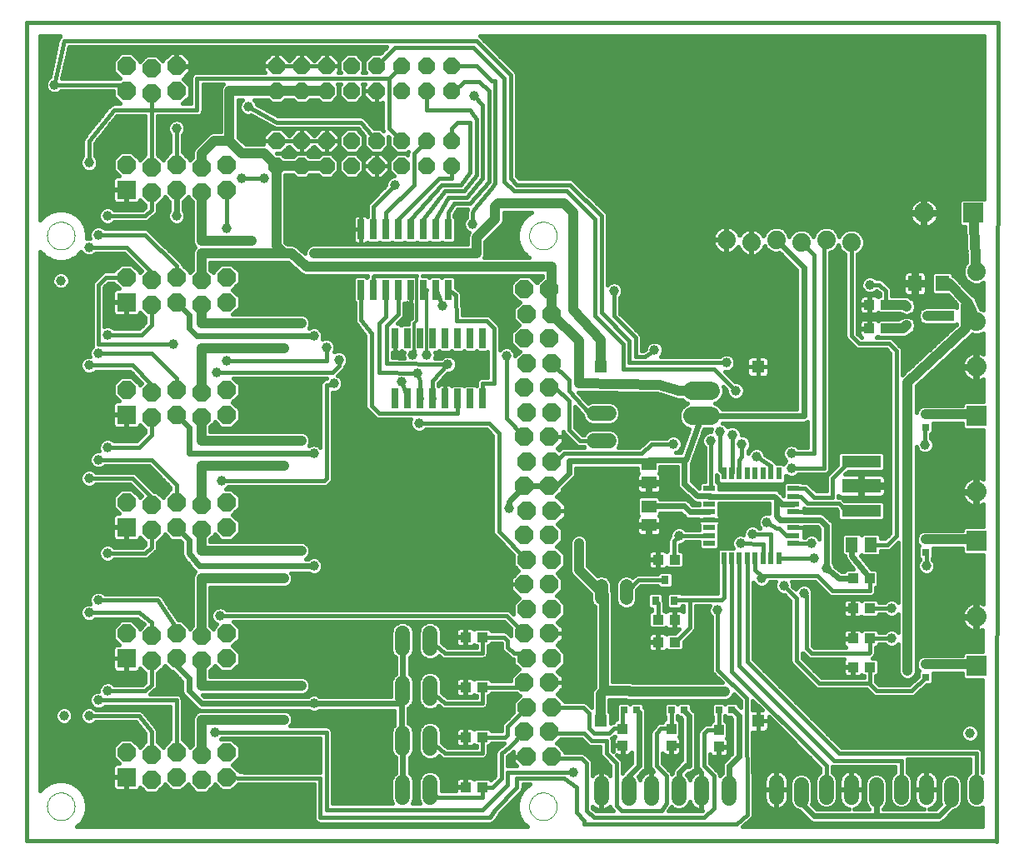
<source format=gtl>
G75*
%MOIN*%
%OFA0B0*%
%FSLAX24Y24*%
%IPPOS*%
%LPD*%
%AMOC8*
5,1,8,0,0,1.08239X$1,22.5*
%
%ADD10C,0.0160*%
%ADD11C,0.0740*%
%ADD12R,0.1575X0.0472*%
%ADD13R,0.1575X0.0551*%
%ADD14C,0.0600*%
%ADD15R,0.0500X0.0220*%
%ADD16R,0.0220X0.0500*%
%ADD17R,0.0512X0.0591*%
%ADD18R,0.0591X0.0512*%
%ADD19R,0.0551X0.0630*%
%ADD20R,0.0740X0.0740*%
%ADD21OC8,0.0740*%
%ADD22C,0.0740*%
%ADD23C,0.0394*%
%ADD24R,0.0800X0.0800*%
%ADD25C,0.0800*%
%ADD26R,0.0354X0.0315*%
%ADD27R,0.0276X0.0276*%
%ADD28R,0.0315X0.0354*%
%ADD29R,0.0433X0.0394*%
%ADD30R,0.0394X0.0433*%
%ADD31C,0.0520*%
%ADD32R,0.0260X0.0800*%
%ADD33OC8,0.0660*%
%ADD34C,0.0000*%
%ADD35R,0.0515X0.0515*%
%ADD36C,0.0396*%
%ADD37C,0.0120*%
%ADD38C,0.0400*%
%ADD39C,0.0240*%
D10*
X004043Y005930D02*
X004043Y038680D01*
X042918Y038680D01*
X042843Y005905D01*
X042788Y005930D02*
X004043Y005930D01*
X006061Y006490D02*
X006246Y006675D01*
X006382Y006910D01*
X006452Y007172D01*
X006452Y007444D01*
X006382Y007706D01*
X006246Y007941D01*
X006054Y008133D01*
X005819Y008269D01*
X005557Y008339D01*
X005285Y008339D01*
X005023Y008269D01*
X004788Y008133D01*
X004603Y007948D01*
X004603Y029502D01*
X004788Y029317D01*
X005023Y029182D01*
X005285Y029111D01*
X005557Y029111D01*
X005819Y029182D01*
X006054Y029317D01*
X006232Y029495D01*
X006239Y029477D01*
X006340Y029376D01*
X006472Y029322D01*
X006614Y029322D01*
X006746Y029376D01*
X006809Y029440D01*
X007944Y029440D01*
X008648Y028735D01*
X008573Y028660D01*
X008573Y028700D01*
X008262Y029010D01*
X007823Y029010D01*
X007533Y028720D01*
X007170Y028720D01*
X007082Y028683D01*
X006782Y028383D01*
X006714Y028316D01*
X006678Y028228D01*
X006678Y025757D01*
X006696Y025714D01*
X006614Y025633D01*
X006560Y025501D01*
X006560Y025359D01*
X006579Y025313D01*
X006472Y025313D01*
X006340Y025259D01*
X006239Y025158D01*
X006185Y025026D01*
X006185Y024884D01*
X006239Y024752D01*
X006340Y024651D01*
X006472Y024597D01*
X006614Y024597D01*
X006746Y024651D01*
X006809Y024715D01*
X008191Y024715D01*
X008652Y024239D01*
X008573Y024160D01*
X008573Y024200D01*
X008262Y024510D01*
X007823Y024510D01*
X007513Y024200D01*
X007513Y023760D01*
X007743Y023530D01*
X007649Y023530D01*
X007603Y023518D01*
X007562Y023494D01*
X007529Y023461D01*
X007505Y023419D01*
X007493Y023374D01*
X007493Y022989D01*
X008034Y022989D01*
X008034Y022971D01*
X008051Y022971D01*
X008051Y022430D01*
X008437Y022430D01*
X008482Y022442D01*
X008523Y022466D01*
X008557Y022499D01*
X008581Y022541D01*
X008592Y022582D01*
X008803Y022370D01*
X008803Y022279D01*
X008444Y021920D01*
X007559Y021920D01*
X007496Y021984D01*
X007364Y022038D01*
X007222Y022038D01*
X007090Y021984D01*
X006989Y021883D01*
X006935Y021751D01*
X006935Y021609D01*
X006964Y021538D01*
X006847Y021538D01*
X006715Y021484D01*
X006614Y021383D01*
X006560Y021251D01*
X006560Y021109D01*
X006614Y020977D01*
X006715Y020876D01*
X006847Y020822D01*
X006989Y020822D01*
X007121Y020876D01*
X007184Y020940D01*
X008944Y020940D01*
X009803Y020081D01*
X009803Y019990D01*
X009513Y019700D01*
X009513Y019660D01*
X009262Y019910D01*
X009152Y019910D01*
X008429Y020633D01*
X008341Y020670D01*
X006809Y020670D01*
X006746Y020734D01*
X006614Y020788D01*
X006472Y020788D01*
X006340Y020734D01*
X006239Y020633D01*
X006185Y020501D01*
X006185Y020359D01*
X006239Y020227D01*
X006340Y020126D01*
X006472Y020072D01*
X006614Y020072D01*
X006746Y020126D01*
X006809Y020190D01*
X008194Y020190D01*
X008648Y019735D01*
X008573Y019660D01*
X008573Y019700D01*
X008262Y020010D01*
X007823Y020010D01*
X007513Y019700D01*
X007513Y019260D01*
X007743Y019030D01*
X007649Y019030D01*
X007603Y019018D01*
X007562Y018994D01*
X007529Y018961D01*
X007505Y018919D01*
X007493Y018874D01*
X007493Y018489D01*
X008034Y018489D01*
X008034Y018471D01*
X008051Y018471D01*
X008051Y017930D01*
X008437Y017930D01*
X008482Y017942D01*
X008523Y017966D01*
X008557Y017999D01*
X008581Y018041D01*
X008592Y018082D01*
X008803Y017870D01*
X008803Y017779D01*
X008694Y017670D01*
X007559Y017670D01*
X007496Y017734D01*
X007364Y017788D01*
X007222Y017788D01*
X007090Y017734D01*
X006989Y017633D01*
X006935Y017501D01*
X006935Y017359D01*
X006989Y017227D01*
X007090Y017126D01*
X007222Y017072D01*
X007364Y017072D01*
X007496Y017126D01*
X007559Y017190D01*
X008841Y017190D01*
X008929Y017227D01*
X008996Y017294D01*
X009246Y017544D01*
X009283Y017632D01*
X009283Y017870D01*
X009573Y018160D01*
X009573Y018200D01*
X009823Y017950D01*
X010177Y017950D01*
X010263Y017864D01*
X010263Y017446D01*
X010258Y017406D01*
X010263Y017390D01*
X010263Y017374D01*
X010278Y017337D01*
X010289Y017299D01*
X010299Y017286D01*
X010306Y017271D01*
X010334Y017243D01*
X010699Y016786D01*
X010706Y016771D01*
X010734Y016743D01*
X010759Y016712D01*
X010773Y016704D01*
X010784Y016693D01*
X010793Y016689D01*
X010738Y016634D01*
X010683Y016502D01*
X010683Y014520D01*
X010573Y014410D01*
X010573Y014450D01*
X010262Y014760D01*
X010111Y014760D01*
X009506Y015669D01*
X009496Y015691D01*
X009479Y015708D01*
X009466Y015728D01*
X009446Y015741D01*
X009429Y015758D01*
X009407Y015768D01*
X009387Y015781D01*
X009363Y015786D01*
X009341Y015795D01*
X009317Y015795D01*
X009293Y015800D01*
X009269Y015795D01*
X007184Y015795D01*
X007121Y015859D01*
X006989Y015913D01*
X006847Y015913D01*
X006715Y015859D01*
X006614Y015758D01*
X006560Y015626D01*
X006560Y015484D01*
X006589Y015413D01*
X006472Y015413D01*
X006340Y015359D01*
X006239Y015258D01*
X006185Y015126D01*
X006185Y014984D01*
X006239Y014852D01*
X006340Y014751D01*
X006472Y014697D01*
X006614Y014697D01*
X006746Y014751D01*
X006809Y014815D01*
X008463Y014815D01*
X008757Y014594D01*
X008573Y014410D01*
X008573Y014450D01*
X008262Y014760D01*
X007823Y014760D01*
X007513Y014450D01*
X007513Y014010D01*
X007743Y013780D01*
X007649Y013780D01*
X007603Y013768D01*
X007562Y013744D01*
X007529Y013711D01*
X007505Y013669D01*
X007493Y013624D01*
X007493Y013239D01*
X008034Y013239D01*
X008034Y013221D01*
X008051Y013221D01*
X008051Y012680D01*
X008437Y012680D01*
X008482Y012692D01*
X008523Y012716D01*
X008557Y012749D01*
X008581Y012791D01*
X008592Y012832D01*
X008803Y012620D01*
X008803Y012279D01*
X008694Y012170D01*
X007559Y012170D01*
X007496Y012234D01*
X007364Y012288D01*
X007222Y012288D01*
X007090Y012234D01*
X006989Y012133D01*
X006935Y012001D01*
X006935Y011913D01*
X006847Y011913D01*
X006715Y011859D01*
X006614Y011758D01*
X006560Y011626D01*
X006560Y011484D01*
X006614Y011352D01*
X006715Y011251D01*
X006847Y011197D01*
X006989Y011197D01*
X007121Y011251D01*
X007184Y011315D01*
X009803Y011315D01*
X009803Y009990D01*
X009513Y009700D01*
X009513Y009660D01*
X009283Y009890D01*
X009283Y010292D01*
X009287Y010326D01*
X009283Y010339D01*
X009283Y010353D01*
X009270Y010385D01*
X009260Y010418D01*
X009252Y010428D01*
X009246Y010441D01*
X009222Y010465D01*
X008752Y011053D01*
X008746Y011066D01*
X008722Y011090D01*
X008700Y011117D01*
X008689Y011124D01*
X008679Y011133D01*
X008647Y011147D01*
X008617Y011163D01*
X008603Y011165D01*
X008591Y011170D01*
X008556Y011170D01*
X008522Y011174D01*
X008509Y011170D01*
X006809Y011170D01*
X006746Y011234D01*
X006614Y011288D01*
X006472Y011288D01*
X006340Y011234D01*
X006239Y011133D01*
X006185Y011001D01*
X006185Y010859D01*
X006239Y010727D01*
X006340Y010626D01*
X006472Y010572D01*
X006614Y010572D01*
X006746Y010626D01*
X006809Y010690D01*
X008428Y010690D01*
X008803Y010221D01*
X008803Y009890D01*
X008573Y009660D01*
X008573Y009700D01*
X008262Y010010D01*
X007823Y010010D01*
X007513Y009700D01*
X007513Y009260D01*
X007743Y009030D01*
X007649Y009030D01*
X007603Y009018D01*
X007562Y008994D01*
X007529Y008961D01*
X007505Y008919D01*
X007493Y008874D01*
X007493Y008489D01*
X008034Y008489D01*
X008034Y008471D01*
X008051Y008471D01*
X008051Y007930D01*
X008437Y007930D01*
X008482Y007942D01*
X008523Y007966D01*
X008557Y007999D01*
X008581Y008041D01*
X008592Y008082D01*
X008823Y007850D01*
X009262Y007850D01*
X009573Y008160D01*
X009573Y008200D01*
X009823Y007950D01*
X010262Y007950D01*
X010513Y008200D01*
X010513Y008160D01*
X010823Y007850D01*
X011262Y007850D01*
X011573Y008160D01*
X011573Y008200D01*
X011823Y007950D01*
X012262Y007950D01*
X012522Y008210D01*
X012788Y008193D01*
X012795Y008190D01*
X012835Y008190D01*
X012876Y008187D01*
X012883Y008190D01*
X015553Y008190D01*
X015553Y006807D01*
X015589Y006719D01*
X015657Y006652D01*
X015745Y006615D01*
X022574Y006615D01*
X022602Y006610D01*
X022621Y006615D01*
X022641Y006615D01*
X022667Y006626D01*
X022695Y006633D01*
X022711Y006644D01*
X022729Y006652D01*
X022749Y006672D01*
X022772Y006689D01*
X022783Y006705D01*
X022796Y006719D01*
X022807Y006745D01*
X022983Y007030D01*
X023871Y007919D01*
X023908Y008007D01*
X023908Y008190D01*
X024178Y008190D01*
X024079Y008133D01*
X023887Y007941D01*
X023751Y007706D01*
X023681Y007444D01*
X023681Y007172D01*
X023751Y006910D01*
X023887Y006675D01*
X024072Y006490D01*
X006061Y006490D01*
X006135Y006564D02*
X023998Y006564D01*
X023860Y006723D02*
X022798Y006723D01*
X022891Y006881D02*
X023768Y006881D01*
X023717Y007040D02*
X022992Y007040D01*
X023150Y007198D02*
X023681Y007198D01*
X023681Y007357D02*
X023309Y007357D01*
X023467Y007515D02*
X023700Y007515D01*
X023743Y007674D02*
X023626Y007674D01*
X023784Y007832D02*
X023824Y007832D01*
X023901Y007991D02*
X023936Y007991D01*
X023908Y008149D02*
X024107Y008149D01*
X023668Y008055D02*
X023668Y008430D01*
X025543Y008430D01*
X026043Y008055D01*
X026043Y007055D01*
X026358Y006740D01*
X026358Y006605D01*
X032443Y006605D01*
X032873Y006965D01*
X032853Y011620D01*
X031693Y012780D01*
X031693Y015180D01*
X031453Y014914D02*
X031453Y012732D01*
X031489Y012644D01*
X031879Y012254D01*
X028315Y012254D01*
X028229Y012290D01*
X027503Y012290D01*
X027503Y015852D01*
X027463Y015948D01*
X027463Y016224D01*
X027399Y016378D01*
X027281Y016496D01*
X027126Y016560D01*
X026959Y016560D01*
X026898Y016534D01*
X026503Y016929D01*
X026503Y017902D01*
X026448Y018034D01*
X026347Y018135D01*
X026215Y018190D01*
X026071Y018190D01*
X025939Y018135D01*
X025838Y018034D01*
X025783Y017902D01*
X025783Y016708D01*
X025357Y016708D01*
X025285Y016636D02*
X025595Y016947D01*
X025595Y017386D01*
X025285Y017696D01*
X025245Y017696D01*
X025495Y017947D01*
X025495Y018386D01*
X025295Y018586D01*
X025615Y018907D01*
X025615Y019126D01*
X025074Y019126D01*
X025074Y019143D01*
X025615Y019143D01*
X025615Y019363D01*
X025293Y019685D01*
X025265Y019685D01*
X025495Y019915D01*
X025495Y019986D01*
X025902Y020393D01*
X025980Y020471D01*
X026023Y020574D01*
X026023Y020850D01*
X028488Y020850D01*
X028488Y020682D01*
X028525Y020644D01*
X028504Y020622D01*
X028480Y020581D01*
X028468Y020536D01*
X028468Y020304D01*
X028895Y020304D01*
X028895Y020208D01*
X028991Y020208D01*
X028991Y020304D01*
X029418Y020304D01*
X029418Y020536D01*
X029406Y020581D01*
X029382Y020622D01*
X029360Y020644D01*
X029398Y020682D01*
X029398Y020900D01*
X030081Y020900D01*
X030081Y020264D01*
X030079Y020260D01*
X030081Y020208D01*
X030081Y020157D01*
X030082Y020153D01*
X030082Y020148D01*
X030103Y020101D01*
X030123Y020054D01*
X030126Y020051D01*
X030128Y020047D01*
X030165Y020011D01*
X030202Y019975D01*
X030206Y019973D01*
X030688Y019519D01*
X030724Y019483D01*
X030728Y019481D01*
X030731Y019478D01*
X030780Y019460D01*
X030827Y019440D01*
X030832Y019440D01*
X030836Y019438D01*
X030887Y019440D01*
X030943Y019440D01*
X030943Y019367D01*
X030701Y019367D01*
X030580Y019489D01*
X030502Y019567D01*
X030399Y019610D01*
X029398Y019610D01*
X029398Y019626D01*
X029304Y019720D01*
X028581Y019720D01*
X028488Y019626D01*
X028488Y018982D01*
X028525Y018944D01*
X028504Y018922D01*
X028480Y018881D01*
X028468Y018836D01*
X028468Y018604D01*
X028895Y018604D01*
X028895Y018508D01*
X028991Y018508D01*
X028991Y018604D01*
X029418Y018604D01*
X029418Y018836D01*
X029406Y018881D01*
X029382Y018922D01*
X029360Y018944D01*
X029398Y018982D01*
X029398Y019050D01*
X030227Y019050D01*
X030427Y018850D01*
X030530Y018807D01*
X030923Y018807D01*
X030923Y018773D01*
X031353Y018773D01*
X031783Y018773D01*
X031783Y018906D01*
X031771Y018952D01*
X031763Y018965D01*
X031763Y019437D01*
X033763Y019437D01*
X033763Y019028D01*
X033739Y019038D01*
X033597Y019038D01*
X033465Y018984D01*
X033364Y018883D01*
X033310Y018751D01*
X033310Y018609D01*
X033364Y018477D01*
X033402Y018440D01*
X033364Y018440D01*
X033296Y018509D01*
X033164Y018563D01*
X033022Y018563D01*
X032890Y018509D01*
X032789Y018408D01*
X032735Y018276D01*
X032735Y018169D01*
X032689Y018188D01*
X032547Y018188D01*
X032415Y018134D01*
X032314Y018033D01*
X032260Y017901D01*
X032260Y017759D01*
X032305Y017650D01*
X031764Y017650D01*
X031671Y017556D01*
X031671Y016924D01*
X031701Y016894D01*
X031701Y015820D01*
X030244Y015820D01*
X030191Y015873D01*
X029743Y015873D01*
X029649Y015780D01*
X029649Y015293D01*
X029743Y015199D01*
X030191Y015199D01*
X030284Y015293D01*
X030284Y015340D01*
X030335Y015340D01*
X030335Y015091D01*
X030305Y015121D01*
X030264Y015145D01*
X030218Y015157D01*
X029996Y015157D01*
X029996Y014798D01*
X029959Y014798D01*
X029959Y015157D01*
X029737Y015157D01*
X029692Y015145D01*
X029651Y015121D01*
X029629Y015099D01*
X029591Y015137D01*
X029548Y015137D01*
X029548Y015495D01*
X029536Y015523D01*
X029536Y015780D01*
X029443Y015873D01*
X028995Y015873D01*
X028901Y015780D01*
X028901Y015293D01*
X028995Y015199D01*
X029068Y015199D01*
X029068Y015137D01*
X029025Y015137D01*
X028932Y015043D01*
X028932Y014517D01*
X029025Y014423D01*
X029591Y014423D01*
X029629Y014461D01*
X029651Y014439D01*
X029692Y014415D01*
X029737Y014403D01*
X029959Y014403D01*
X029959Y014762D01*
X029996Y014762D01*
X029996Y014403D01*
X030161Y014403D01*
X029995Y014237D01*
X029695Y014237D01*
X029657Y014199D01*
X029635Y014221D01*
X029594Y014245D01*
X029549Y014257D01*
X029327Y014257D01*
X029327Y013898D01*
X029290Y013898D01*
X029290Y013862D01*
X028912Y013862D01*
X028912Y013659D01*
X028924Y013614D01*
X028948Y013573D01*
X028981Y013539D01*
X029022Y013515D01*
X029068Y013503D01*
X029290Y013503D01*
X029290Y013862D01*
X029327Y013862D01*
X029327Y013503D01*
X029549Y013503D01*
X029594Y013515D01*
X029635Y013539D01*
X029657Y013561D01*
X029695Y013523D01*
X030260Y013523D01*
X030354Y013617D01*
X030354Y013917D01*
X030778Y014341D01*
X030815Y014429D01*
X030815Y015340D01*
X031372Y015340D01*
X031335Y015251D01*
X031335Y015109D01*
X031389Y014977D01*
X031453Y014914D01*
X031402Y014965D02*
X030815Y014965D01*
X030815Y015123D02*
X031335Y015123D01*
X031347Y015282D02*
X030815Y015282D01*
X030575Y015580D02*
X030575Y014477D01*
X029978Y013880D01*
X030354Y013855D02*
X031453Y013855D01*
X031453Y013697D02*
X030354Y013697D01*
X030275Y013538D02*
X031453Y013538D01*
X031453Y013380D02*
X027503Y013380D01*
X027503Y013538D02*
X028983Y013538D01*
X028912Y013697D02*
X027503Y013697D01*
X027503Y013855D02*
X028912Y013855D01*
X028912Y013898D02*
X029290Y013898D01*
X029290Y014257D01*
X029068Y014257D01*
X029022Y014245D01*
X028981Y014221D01*
X028948Y014187D01*
X028924Y014146D01*
X028912Y014101D01*
X028912Y013898D01*
X028912Y014014D02*
X027503Y014014D01*
X027503Y014172D02*
X028939Y014172D01*
X028960Y014489D02*
X027503Y014489D01*
X027503Y014331D02*
X030089Y014331D01*
X029996Y014489D02*
X029959Y014489D01*
X029959Y014648D02*
X029996Y014648D01*
X029996Y014806D02*
X029959Y014806D01*
X029959Y014965D02*
X029996Y014965D01*
X029996Y015123D02*
X029959Y015123D01*
X029654Y015123D02*
X029605Y015123D01*
X029548Y015282D02*
X029661Y015282D01*
X029649Y015440D02*
X029548Y015440D01*
X029536Y015599D02*
X029649Y015599D01*
X029649Y015757D02*
X029536Y015757D01*
X029369Y016026D02*
X029817Y016026D01*
X029910Y016120D01*
X029910Y016607D01*
X029817Y016700D01*
X029369Y016700D01*
X029275Y016607D01*
X029275Y016603D01*
X028478Y016603D01*
X028390Y016567D01*
X028300Y016477D01*
X028281Y016496D01*
X028126Y016560D01*
X027959Y016560D01*
X027805Y016496D01*
X027687Y016378D01*
X027623Y016224D01*
X027623Y015536D01*
X027687Y015382D01*
X027805Y015264D01*
X027959Y015200D01*
X028126Y015200D01*
X028281Y015264D01*
X028399Y015382D01*
X028463Y015536D01*
X028463Y015961D01*
X028625Y016123D01*
X029275Y016123D01*
X029275Y016120D01*
X029369Y016026D01*
X029321Y016074D02*
X028576Y016074D01*
X028463Y015916D02*
X031701Y015916D01*
X031701Y016074D02*
X029865Y016074D01*
X029910Y016233D02*
X031701Y016233D01*
X031701Y016391D02*
X029910Y016391D01*
X029910Y016550D02*
X031701Y016550D01*
X031701Y016708D02*
X026724Y016708D01*
X026883Y016550D02*
X026934Y016550D01*
X027152Y016550D02*
X027934Y016550D01*
X028152Y016550D02*
X028373Y016550D01*
X028526Y016363D02*
X028043Y015880D01*
X027623Y015916D02*
X027476Y015916D01*
X027463Y016074D02*
X027623Y016074D01*
X027627Y016233D02*
X027459Y016233D01*
X027386Y016391D02*
X027700Y016391D01*
X027623Y015757D02*
X027503Y015757D01*
X027503Y015599D02*
X027623Y015599D01*
X027663Y015440D02*
X027503Y015440D01*
X027503Y015282D02*
X027787Y015282D01*
X027503Y015123D02*
X029012Y015123D01*
X028932Y014965D02*
X027503Y014965D01*
X027503Y014806D02*
X028932Y014806D01*
X028932Y014648D02*
X027503Y014648D01*
X026783Y014648D02*
X025325Y014648D01*
X025295Y014678D02*
X025595Y014978D01*
X025595Y015417D01*
X025285Y015728D01*
X025245Y015728D01*
X025495Y015978D01*
X025495Y016417D01*
X025276Y016636D01*
X025285Y016636D01*
X025363Y016550D02*
X025864Y016550D01*
X025838Y016576D02*
X026623Y015791D01*
X026623Y015536D01*
X026687Y015382D01*
X026783Y015286D01*
X026783Y012079D01*
X026701Y011997D01*
X026646Y011865D01*
X026646Y011266D01*
X026448Y011464D01*
X026360Y011501D01*
X025575Y011501D01*
X025285Y011791D01*
X025273Y011791D01*
X025515Y012033D01*
X025515Y012252D01*
X024974Y012252D01*
X024974Y012269D01*
X025515Y012269D01*
X025515Y012489D01*
X025295Y012709D01*
X025595Y013010D01*
X025595Y013449D01*
X025285Y013759D01*
X025273Y013759D01*
X025515Y014001D01*
X025515Y014221D01*
X024974Y014221D01*
X024974Y014238D01*
X025515Y014238D01*
X025515Y014457D01*
X025295Y014678D01*
X025423Y014806D02*
X026783Y014806D01*
X026783Y014965D02*
X025582Y014965D01*
X025595Y015123D02*
X026783Y015123D01*
X026783Y015282D02*
X025595Y015282D01*
X025573Y015440D02*
X026663Y015440D01*
X026623Y015599D02*
X025414Y015599D01*
X025274Y015757D02*
X026623Y015757D01*
X026498Y015916D02*
X025433Y015916D01*
X025495Y016074D02*
X026340Y016074D01*
X026181Y016233D02*
X025495Y016233D01*
X025495Y016391D02*
X026023Y016391D01*
X025838Y016576D02*
X025783Y016708D01*
X025783Y016867D02*
X025515Y016867D01*
X025595Y017025D02*
X025783Y017025D01*
X025783Y017184D02*
X025595Y017184D01*
X025595Y017342D02*
X025783Y017342D01*
X025783Y017501D02*
X025481Y017501D01*
X025322Y017659D02*
X025783Y017659D01*
X025783Y017818D02*
X025366Y017818D01*
X025495Y017976D02*
X025814Y017976D01*
X025938Y018135D02*
X025495Y018135D01*
X025495Y018293D02*
X028468Y018293D01*
X028468Y018276D02*
X028480Y018231D01*
X028504Y018190D01*
X028537Y018156D01*
X028578Y018132D01*
X028624Y018120D01*
X028895Y018120D01*
X028895Y018508D01*
X028468Y018508D01*
X028468Y018276D01*
X028468Y018452D02*
X025430Y018452D01*
X025318Y018610D02*
X028468Y018610D01*
X028468Y018769D02*
X025477Y018769D01*
X025615Y018927D02*
X028508Y018927D01*
X028488Y019086D02*
X025615Y019086D01*
X025615Y019244D02*
X028488Y019244D01*
X028488Y019403D02*
X025575Y019403D01*
X025417Y019561D02*
X028488Y019561D01*
X028581Y019720D02*
X025300Y019720D01*
X025458Y019878D02*
X028515Y019878D01*
X028504Y019890D02*
X028537Y019856D01*
X028578Y019832D01*
X028624Y019820D01*
X028895Y019820D01*
X028895Y020208D01*
X028468Y020208D01*
X028468Y019976D01*
X028480Y019931D01*
X028504Y019890D01*
X028468Y020037D02*
X025545Y020037D01*
X025704Y020195D02*
X028468Y020195D01*
X028468Y020354D02*
X025862Y020354D01*
X025997Y020512D02*
X028468Y020512D01*
X028499Y020671D02*
X026023Y020671D01*
X026023Y020829D02*
X028488Y020829D01*
X028668Y021430D02*
X029043Y021805D01*
X029918Y021805D01*
X030250Y021939D02*
X030391Y021939D01*
X030276Y021876D02*
X030222Y022008D01*
X030121Y022109D01*
X029989Y022163D01*
X029847Y022163D01*
X029715Y022109D01*
X029651Y022045D01*
X028995Y022045D01*
X028907Y022008D01*
X028839Y021941D01*
X028569Y021670D01*
X027733Y021670D01*
X027803Y021838D01*
X027803Y022021D01*
X027733Y022191D01*
X027603Y022320D01*
X027434Y022390D01*
X026651Y022390D01*
X026482Y022320D01*
X026353Y022191D01*
X026344Y022170D01*
X026292Y022170D01*
X025983Y022479D01*
X025983Y023299D01*
X026283Y022961D01*
X026283Y022938D01*
X026353Y022769D01*
X026482Y022640D01*
X026651Y022570D01*
X027434Y022570D01*
X027603Y022640D01*
X027733Y022769D01*
X027803Y022938D01*
X027803Y023121D01*
X027733Y023291D01*
X027603Y023420D01*
X027434Y023490D01*
X026651Y023490D01*
X026508Y023431D01*
X026117Y023870D01*
X026140Y023870D01*
X029285Y023821D01*
X030020Y023591D01*
X030071Y023570D01*
X030088Y023570D01*
X030104Y023565D01*
X030159Y023570D01*
X030283Y023570D01*
X030373Y023481D01*
X030495Y023430D01*
X030373Y023379D01*
X030224Y023230D01*
X030143Y023035D01*
X030143Y022825D01*
X030224Y022630D01*
X030373Y022481D01*
X030558Y022404D01*
X030221Y021460D01*
X030021Y021460D01*
X030121Y021501D01*
X030222Y021602D01*
X030276Y021734D01*
X030276Y021876D01*
X030276Y021780D02*
X030335Y021780D01*
X030278Y021622D02*
X030230Y021622D01*
X030222Y021463D02*
X030028Y021463D01*
X030081Y020829D02*
X029398Y020829D01*
X029387Y020671D02*
X030081Y020671D01*
X030081Y020512D02*
X029418Y020512D01*
X029418Y020354D02*
X030081Y020354D01*
X030081Y020195D02*
X029418Y020195D01*
X029418Y020208D02*
X028991Y020208D01*
X028991Y019820D01*
X029262Y019820D01*
X029308Y019832D01*
X029349Y019856D01*
X029382Y019890D01*
X029406Y019931D01*
X029418Y019976D01*
X029418Y020208D01*
X029418Y020037D02*
X030139Y020037D01*
X030307Y019878D02*
X029371Y019878D01*
X029305Y019720D02*
X030475Y019720D01*
X030508Y019561D02*
X030643Y019561D01*
X030666Y019403D02*
X030943Y019403D01*
X030923Y018773D02*
X030923Y018639D01*
X030935Y018593D01*
X030943Y018580D01*
X030943Y018383D01*
X030422Y018383D01*
X030358Y018446D01*
X030227Y018501D01*
X030084Y018501D01*
X029953Y018446D01*
X029852Y018345D01*
X029797Y018214D01*
X029797Y018124D01*
X029739Y018066D01*
X029703Y017978D01*
X029703Y017537D01*
X029695Y017537D01*
X029657Y017499D01*
X029635Y017521D01*
X029594Y017545D01*
X029549Y017557D01*
X029327Y017557D01*
X029327Y017198D01*
X029290Y017198D01*
X029290Y017162D01*
X028912Y017162D01*
X028912Y016959D01*
X028924Y016914D01*
X028948Y016873D01*
X028981Y016839D01*
X029022Y016815D01*
X029068Y016803D01*
X029290Y016803D01*
X029290Y017162D01*
X029327Y017162D01*
X029327Y016803D01*
X029549Y016803D01*
X029594Y016815D01*
X029635Y016839D01*
X029657Y016861D01*
X029695Y016823D01*
X030260Y016823D01*
X030354Y016917D01*
X030354Y017443D01*
X030260Y017537D01*
X030183Y017537D01*
X030183Y017784D01*
X030227Y017784D01*
X030358Y017839D01*
X030422Y017903D01*
X030943Y017903D01*
X030943Y017651D01*
X031037Y017558D01*
X031669Y017558D01*
X031763Y017651D01*
X031763Y018580D01*
X031771Y018593D01*
X031783Y018639D01*
X031783Y018773D01*
X031353Y018773D01*
X031353Y018773D01*
X031353Y018773D01*
X030923Y018773D01*
X030923Y018769D02*
X029418Y018769D01*
X029418Y018610D02*
X030931Y018610D01*
X030943Y018452D02*
X030345Y018452D01*
X030156Y018143D02*
X029943Y017930D01*
X029943Y017215D01*
X029978Y017180D01*
X030354Y017184D02*
X031671Y017184D01*
X031671Y017342D02*
X030354Y017342D01*
X030297Y017501D02*
X031671Y017501D01*
X031763Y017659D02*
X032301Y017659D01*
X032260Y017818D02*
X031763Y017818D01*
X031763Y017976D02*
X032291Y017976D01*
X032417Y018135D02*
X031763Y018135D01*
X031763Y018293D02*
X032742Y018293D01*
X032833Y018452D02*
X031763Y018452D01*
X031775Y018610D02*
X033310Y018610D01*
X033317Y018769D02*
X031783Y018769D01*
X031777Y018927D02*
X033408Y018927D01*
X033668Y018680D02*
X034043Y018430D01*
X034168Y018430D01*
X034455Y018143D01*
X034733Y018143D01*
X034735Y017830D02*
X034733Y017828D01*
X034735Y017830D02*
X035443Y017830D01*
X035176Y018070D02*
X035143Y018070D01*
X035143Y018265D01*
X035151Y018278D01*
X035163Y018324D01*
X035163Y018458D01*
X035163Y018493D01*
X035684Y018493D01*
X035763Y018414D01*
X035763Y017993D01*
X035747Y018033D01*
X035646Y018134D01*
X035514Y018188D01*
X035372Y018188D01*
X035240Y018134D01*
X035176Y018070D01*
X035143Y018135D02*
X035242Y018135D01*
X035155Y018293D02*
X035763Y018293D01*
X035763Y018135D02*
X035644Y018135D01*
X035725Y018452D02*
X035163Y018452D01*
X035163Y018458D02*
X034733Y018458D01*
X035163Y018458D01*
X034733Y018458D02*
X034733Y018458D01*
X034733Y019087D02*
X034733Y019087D01*
X035163Y019087D01*
X035163Y019053D01*
X035856Y019053D01*
X035959Y019010D01*
X036280Y018689D01*
X036323Y018586D01*
X036323Y017056D01*
X036347Y017033D01*
X036400Y016903D01*
X036641Y016710D01*
X036751Y016710D01*
X036751Y016713D01*
X036845Y016807D01*
X037129Y016807D01*
X036859Y017153D01*
X036832Y017180D01*
X036825Y017196D01*
X036814Y017210D01*
X036804Y017247D01*
X036789Y017283D01*
X036789Y017301D01*
X036784Y017318D01*
X036785Y017325D01*
X036747Y017325D01*
X036653Y017418D01*
X036653Y018142D01*
X036747Y018235D01*
X037391Y018235D01*
X037443Y018183D01*
X037495Y018235D01*
X038139Y018235D01*
X038233Y018142D01*
X038233Y018020D01*
X038394Y018020D01*
X038603Y018229D01*
X038603Y025431D01*
X038444Y025590D01*
X037295Y025590D01*
X037207Y025627D01*
X036907Y025927D01*
X036839Y025994D01*
X036803Y026082D01*
X036803Y029406D01*
X036743Y029431D01*
X036594Y029580D01*
X036522Y029752D01*
X036492Y029680D01*
X036343Y029531D01*
X036183Y029464D01*
X036183Y020782D01*
X036146Y020694D01*
X036079Y020627D01*
X035991Y020590D01*
X034909Y020590D01*
X034846Y020526D01*
X034714Y020472D01*
X034572Y020472D01*
X034440Y020526D01*
X034415Y020551D01*
X034415Y020304D01*
X034322Y020210D01*
X031764Y020210D01*
X031671Y020304D01*
X031671Y020551D01*
X031658Y020563D01*
X031658Y020302D01*
X031669Y020302D01*
X031763Y020209D01*
X031763Y019997D01*
X034011Y019997D01*
X034114Y019955D01*
X034280Y019789D01*
X034323Y019746D01*
X034323Y020209D01*
X034417Y020302D01*
X035049Y020302D01*
X035079Y020272D01*
X035238Y020272D01*
X035326Y020236D01*
X035642Y019920D01*
X036053Y019920D01*
X036053Y020478D01*
X036089Y020566D01*
X036496Y020972D01*
X036496Y021417D01*
X036589Y021510D01*
X038297Y021510D01*
X038390Y021417D01*
X038390Y020812D01*
X038297Y020718D01*
X036920Y020718D01*
X036788Y020586D01*
X037385Y020586D01*
X037385Y020188D01*
X037501Y020188D01*
X038410Y020188D01*
X038410Y020429D01*
X038398Y020475D01*
X038374Y020516D01*
X038341Y020550D01*
X038300Y020573D01*
X038254Y020586D01*
X037501Y020586D01*
X037501Y020188D01*
X037501Y020072D01*
X038410Y020072D01*
X038410Y019831D01*
X038398Y019785D01*
X038374Y019744D01*
X038341Y019710D01*
X038300Y019687D01*
X038254Y019674D01*
X037501Y019674D01*
X037501Y020072D01*
X037385Y020072D01*
X037385Y019674D01*
X036632Y019674D01*
X036586Y019687D01*
X036545Y019710D01*
X036533Y019722D01*
X036533Y019670D01*
X036591Y019670D01*
X036679Y019633D01*
X036770Y019542D01*
X038297Y019542D01*
X038390Y019448D01*
X038390Y018843D01*
X038297Y018750D01*
X036589Y018750D01*
X036496Y018843D01*
X036496Y019138D01*
X036444Y019190D01*
X035245Y019190D01*
X035162Y019224D01*
X035163Y019221D01*
X035163Y019087D01*
X034733Y019087D01*
X035163Y019086D02*
X036496Y019086D01*
X036496Y018927D02*
X036042Y018927D01*
X036200Y018769D02*
X036570Y018769D01*
X036313Y018610D02*
X038603Y018610D01*
X038603Y018452D02*
X036323Y018452D01*
X036323Y018293D02*
X038603Y018293D01*
X038508Y018135D02*
X038233Y018135D01*
X038493Y017780D02*
X037817Y017780D01*
X038233Y017540D02*
X038233Y017418D01*
X038139Y017325D01*
X037495Y017325D01*
X037443Y017377D01*
X037416Y017349D01*
X037839Y016807D01*
X038041Y016807D01*
X038134Y016713D01*
X038134Y016147D01*
X038041Y016053D01*
X038033Y016053D01*
X038033Y015882D01*
X037996Y015794D01*
X037929Y015727D01*
X037841Y015690D01*
X036245Y015690D01*
X036157Y015727D01*
X036089Y015794D01*
X035594Y016290D01*
X034664Y016290D01*
X034701Y016201D01*
X034701Y016111D01*
X034822Y015991D01*
X034839Y016033D01*
X034940Y016134D01*
X035072Y016188D01*
X035214Y016188D01*
X035346Y016134D01*
X035447Y016033D01*
X035501Y015901D01*
X035501Y015759D01*
X035483Y015715D01*
X035483Y013729D01*
X035542Y013670D01*
X036814Y013670D01*
X036781Y013689D01*
X036748Y013723D01*
X036724Y013764D01*
X036712Y013809D01*
X036712Y014012D01*
X037090Y014012D01*
X037090Y014048D01*
X036712Y014048D01*
X036712Y014251D01*
X036724Y014296D01*
X036748Y014337D01*
X036781Y014371D01*
X036822Y014395D01*
X036868Y014407D01*
X037090Y014407D01*
X037090Y014048D01*
X037127Y014048D01*
X037127Y014407D01*
X037349Y014407D01*
X037394Y014395D01*
X037435Y014371D01*
X037457Y014349D01*
X037495Y014387D01*
X038060Y014387D01*
X038154Y014293D01*
X038154Y014270D01*
X038376Y014270D01*
X038440Y014334D01*
X038572Y014388D01*
X038714Y014388D01*
X038846Y014334D01*
X038919Y014261D01*
X038919Y014999D01*
X038846Y014926D01*
X038714Y014872D01*
X038572Y014872D01*
X038440Y014926D01*
X038376Y014990D01*
X038154Y014990D01*
X038154Y014967D01*
X038060Y014873D01*
X037495Y014873D01*
X037457Y014911D01*
X037435Y014889D01*
X037394Y014865D01*
X037349Y014853D01*
X037127Y014853D01*
X037127Y015212D01*
X037090Y015212D01*
X036712Y015212D01*
X036712Y015009D01*
X036724Y014964D01*
X036748Y014923D01*
X036781Y014889D01*
X036822Y014865D01*
X036868Y014853D01*
X037090Y014853D01*
X037090Y015212D01*
X037090Y015248D01*
X036712Y015248D01*
X036712Y015451D01*
X036724Y015496D01*
X036748Y015537D01*
X036781Y015571D01*
X036822Y015595D01*
X036868Y015607D01*
X037090Y015607D01*
X037090Y015248D01*
X037127Y015248D01*
X037127Y015607D01*
X037349Y015607D01*
X037394Y015595D01*
X037435Y015571D01*
X037457Y015549D01*
X037495Y015587D01*
X038060Y015587D01*
X038154Y015493D01*
X038154Y015470D01*
X038376Y015470D01*
X038440Y015534D01*
X038572Y015588D01*
X038714Y015588D01*
X038846Y015534D01*
X038919Y015461D01*
X038919Y017866D01*
X038629Y017577D01*
X038541Y017540D01*
X038233Y017540D01*
X038233Y017501D02*
X038919Y017501D01*
X038919Y017659D02*
X038711Y017659D01*
X038870Y017818D02*
X038919Y017818D01*
X038843Y018130D02*
X038843Y025530D01*
X038543Y025830D01*
X037343Y025830D01*
X037043Y026130D01*
X037043Y029880D01*
X037573Y029864D02*
X041621Y029864D01*
X041612Y030022D02*
X037558Y030022D01*
X037573Y029985D02*
X037492Y030180D01*
X037343Y030329D01*
X037148Y030410D01*
X036937Y030410D01*
X036743Y030329D01*
X036594Y030180D01*
X036564Y030108D01*
X036492Y030280D01*
X036343Y030429D01*
X036148Y030510D01*
X035937Y030510D01*
X035743Y030429D01*
X035594Y030280D01*
X035522Y030108D01*
X035492Y030180D01*
X035343Y030329D01*
X035148Y030410D01*
X034937Y030410D01*
X034743Y030329D01*
X034594Y030180D01*
X034564Y030108D01*
X034492Y030280D01*
X034343Y030429D01*
X034148Y030510D01*
X033937Y030510D01*
X033743Y030429D01*
X033594Y030280D01*
X033532Y030132D01*
X033513Y030168D01*
X033462Y030238D01*
X033401Y030300D01*
X033331Y030350D01*
X033254Y030390D01*
X033172Y030416D01*
X033086Y030430D01*
X033063Y030430D01*
X033063Y029900D01*
X033023Y029900D01*
X033023Y030430D01*
X033000Y030430D01*
X032914Y030416D01*
X032832Y030390D01*
X032755Y030350D01*
X032685Y030300D01*
X032623Y030238D01*
X032573Y030168D01*
X032565Y030153D01*
X032553Y030191D01*
X032513Y030268D01*
X032462Y030338D01*
X032401Y030400D01*
X032331Y030450D01*
X032254Y030490D01*
X032172Y030516D01*
X032086Y030530D01*
X032063Y030530D01*
X032063Y030000D01*
X032023Y030000D01*
X032023Y030530D01*
X032000Y030530D01*
X031914Y030516D01*
X031832Y030490D01*
X031755Y030450D01*
X031685Y030400D01*
X031623Y030338D01*
X031573Y030268D01*
X031533Y030191D01*
X031506Y030109D01*
X031493Y030023D01*
X031493Y030000D01*
X032023Y030000D01*
X032023Y029960D01*
X032063Y029960D01*
X032063Y029430D01*
X032086Y029430D01*
X032172Y029444D01*
X032254Y029470D01*
X032331Y029510D01*
X032401Y029560D01*
X032462Y029622D01*
X032513Y029692D01*
X032521Y029707D01*
X032533Y029669D01*
X032573Y029592D01*
X032623Y029522D01*
X032685Y029460D01*
X032755Y029410D01*
X032832Y029370D01*
X032914Y029344D01*
X033000Y029330D01*
X033023Y029330D01*
X033023Y029860D01*
X033063Y029860D01*
X033063Y029330D01*
X033086Y029330D01*
X033172Y029344D01*
X033254Y029370D01*
X033331Y029410D01*
X033401Y029460D01*
X033462Y029522D01*
X033513Y029592D01*
X033553Y029669D01*
X033573Y029730D01*
X033594Y029680D01*
X033743Y029531D01*
X033937Y029450D01*
X034148Y029450D01*
X034169Y029458D01*
X034863Y028764D01*
X034863Y023210D01*
X031871Y023210D01*
X031862Y023230D01*
X031713Y023379D01*
X031591Y023430D01*
X031713Y023481D01*
X031862Y023630D01*
X031943Y023825D01*
X031943Y024035D01*
X031922Y024087D01*
X032060Y023949D01*
X032060Y023859D01*
X032114Y023727D01*
X032215Y023626D01*
X032347Y023572D01*
X032489Y023572D01*
X032621Y023626D01*
X032722Y023727D01*
X032776Y023859D01*
X032776Y024001D01*
X032722Y024133D01*
X032621Y024234D01*
X032489Y024288D01*
X032399Y024288D01*
X031990Y024697D01*
X032114Y024697D01*
X032246Y024751D01*
X032347Y024852D01*
X032401Y024984D01*
X032401Y025126D01*
X032347Y025258D01*
X032246Y025359D01*
X032114Y025413D01*
X031972Y025413D01*
X031840Y025359D01*
X031776Y025295D01*
X029414Y025295D01*
X029472Y025352D01*
X029526Y025484D01*
X029526Y025626D01*
X029472Y025758D01*
X029371Y025859D01*
X029239Y025913D01*
X029097Y025913D01*
X028965Y025859D01*
X028864Y025758D01*
X028810Y025626D01*
X028810Y025605D01*
X028720Y025545D01*
X028658Y025545D01*
X028658Y026103D01*
X028621Y026191D01*
X028554Y026258D01*
X027783Y027029D01*
X027783Y027664D01*
X027847Y027727D01*
X027901Y027859D01*
X027901Y028001D01*
X027847Y028133D01*
X027746Y028234D01*
X027614Y028288D01*
X027472Y028288D01*
X027340Y028234D01*
X027283Y028176D01*
X027283Y030978D01*
X027246Y031066D01*
X027179Y031133D01*
X025929Y032383D01*
X025841Y032420D01*
X023767Y032420D01*
X023658Y032529D01*
X023658Y036603D01*
X023621Y036691D01*
X023554Y036758D01*
X022192Y038120D01*
X042357Y038120D01*
X042342Y031615D01*
X041452Y031615D01*
X041358Y031521D01*
X041358Y030589D01*
X041452Y030495D01*
X041587Y030495D01*
X041663Y029074D01*
X041594Y029005D01*
X041513Y028810D01*
X041513Y028600D01*
X041594Y028405D01*
X041743Y028256D01*
X041937Y028175D01*
X042148Y028175D01*
X042334Y028252D01*
X042332Y027159D01*
X042224Y027204D01*
X042068Y027576D01*
X042040Y027642D01*
X042039Y027643D01*
X041989Y027693D01*
X041831Y027851D01*
X041147Y028535D01*
X041130Y028542D01*
X041130Y028611D01*
X041036Y028705D01*
X040352Y028705D01*
X040259Y028611D01*
X040259Y027849D01*
X040352Y027755D01*
X040909Y027755D01*
X041268Y027396D01*
X041268Y027260D01*
X041241Y027287D01*
X041037Y027287D01*
X041030Y027290D01*
X040004Y027290D01*
X039902Y027247D01*
X039833Y027247D01*
X039739Y027154D01*
X039739Y027057D01*
X039716Y027002D01*
X039716Y026858D01*
X039739Y026803D01*
X039739Y026706D01*
X039833Y026613D01*
X039902Y026613D01*
X040004Y026570D01*
X041030Y026570D01*
X041037Y026573D01*
X041241Y026573D01*
X041261Y026593D01*
X041261Y026590D01*
X039096Y024588D01*
X039089Y024585D01*
X039083Y024579D01*
X039083Y025578D01*
X039046Y025666D01*
X038746Y025966D01*
X038679Y026033D01*
X038591Y026070D01*
X038052Y026070D01*
X038085Y026089D01*
X038107Y026111D01*
X038145Y026073D01*
X038348Y026073D01*
X038356Y026070D01*
X039195Y026070D01*
X039327Y026125D01*
X039441Y026239D01*
X039493Y026239D01*
X039586Y026332D01*
X039586Y026429D01*
X039609Y026484D01*
X039609Y026628D01*
X039586Y026683D01*
X039586Y026780D01*
X039493Y026873D01*
X039423Y026873D01*
X039321Y026916D01*
X039178Y026916D01*
X039075Y026873D01*
X039006Y026873D01*
X038922Y026790D01*
X038356Y026790D01*
X038348Y026787D01*
X038145Y026787D01*
X038107Y026749D01*
X038085Y026771D01*
X038044Y026795D01*
X037999Y026807D01*
X037777Y026807D01*
X037777Y026448D01*
X037740Y026448D01*
X037740Y026412D01*
X037362Y026412D01*
X037362Y026209D01*
X037374Y026164D01*
X037398Y026123D01*
X037431Y026089D01*
X037464Y026070D01*
X037442Y026070D01*
X037283Y026229D01*
X037283Y029406D01*
X037343Y029431D01*
X037492Y029580D01*
X037573Y029775D01*
X037573Y029985D01*
X037492Y030181D02*
X041604Y030181D01*
X041595Y030339D02*
X037320Y030339D01*
X036766Y030339D02*
X036433Y030339D01*
X036534Y030181D02*
X036594Y030181D01*
X036178Y030498D02*
X039788Y030498D01*
X039814Y030489D02*
X039901Y030475D01*
X039901Y031007D01*
X039370Y031007D01*
X039384Y030919D01*
X039412Y030832D01*
X039453Y030751D01*
X039507Y030677D01*
X039572Y030613D01*
X039645Y030559D01*
X039727Y030517D01*
X039814Y030489D01*
X039901Y030498D02*
X039997Y030498D01*
X039997Y030475D02*
X040085Y030489D01*
X040172Y030517D01*
X040253Y030559D01*
X040327Y030613D01*
X040392Y030677D01*
X040445Y030751D01*
X040487Y030832D01*
X040515Y030919D01*
X040529Y031007D01*
X039997Y031007D01*
X039997Y030475D01*
X040111Y030498D02*
X041449Y030498D01*
X041358Y030656D02*
X040371Y030656D01*
X040478Y030815D02*
X041358Y030815D01*
X041358Y030973D02*
X040524Y030973D01*
X040529Y031103D02*
X039997Y031103D01*
X039901Y031103D01*
X039901Y031007D01*
X039997Y031007D01*
X039997Y031103D01*
X039997Y031635D01*
X040085Y031621D01*
X040172Y031593D01*
X040253Y031551D01*
X040327Y031497D01*
X040392Y031433D01*
X040445Y031359D01*
X040487Y031278D01*
X040515Y031191D01*
X040529Y031103D01*
X040525Y031132D02*
X041358Y031132D01*
X041358Y031290D02*
X040481Y031290D01*
X040376Y031449D02*
X041358Y031449D01*
X041444Y031607D02*
X040127Y031607D01*
X039997Y031607D02*
X039901Y031607D01*
X039901Y031635D02*
X039814Y031621D01*
X039727Y031593D01*
X039645Y031551D01*
X039572Y031497D01*
X039507Y031433D01*
X039453Y031359D01*
X039412Y031278D01*
X039384Y031191D01*
X039370Y031103D01*
X039901Y031103D01*
X039901Y031635D01*
X039771Y031607D02*
X026705Y031607D01*
X026547Y031766D02*
X042342Y031766D01*
X042342Y031924D02*
X026388Y031924D01*
X026230Y032083D02*
X042343Y032083D01*
X042343Y032241D02*
X026071Y032241D01*
X025890Y032400D02*
X042344Y032400D01*
X042344Y032558D02*
X023658Y032558D01*
X023658Y032717D02*
X042344Y032717D01*
X042345Y032875D02*
X023658Y032875D01*
X023658Y033034D02*
X042345Y033034D01*
X042345Y033192D02*
X023658Y033192D01*
X023658Y033351D02*
X042346Y033351D01*
X042346Y033509D02*
X023658Y033509D01*
X023658Y033668D02*
X042346Y033668D01*
X042347Y033826D02*
X023658Y033826D01*
X023658Y033985D02*
X042347Y033985D01*
X042348Y034143D02*
X023658Y034143D01*
X023658Y034302D02*
X042348Y034302D01*
X042348Y034460D02*
X023658Y034460D01*
X023658Y034619D02*
X042349Y034619D01*
X042349Y034777D02*
X023658Y034777D01*
X023658Y034936D02*
X042349Y034936D01*
X042350Y035094D02*
X023658Y035094D01*
X023658Y035253D02*
X042350Y035253D01*
X042350Y035411D02*
X023658Y035411D01*
X023658Y035570D02*
X042351Y035570D01*
X042351Y035728D02*
X023658Y035728D01*
X023658Y035887D02*
X042352Y035887D01*
X042352Y036045D02*
X023658Y036045D01*
X023658Y036204D02*
X042352Y036204D01*
X042353Y036362D02*
X023658Y036362D01*
X023658Y036521D02*
X042353Y036521D01*
X042353Y036679D02*
X023626Y036679D01*
X023475Y036838D02*
X042354Y036838D01*
X042354Y036996D02*
X023316Y036996D01*
X023158Y037155D02*
X042354Y037155D01*
X042355Y037313D02*
X022999Y037313D01*
X022841Y037472D02*
X042355Y037472D01*
X042356Y037630D02*
X022682Y037630D01*
X022524Y037789D02*
X042356Y037789D01*
X042356Y037947D02*
X022365Y037947D01*
X022207Y038106D02*
X042357Y038106D01*
X039997Y031449D02*
X039901Y031449D01*
X039901Y031290D02*
X039997Y031290D01*
X039997Y031132D02*
X039901Y031132D01*
X039901Y030973D02*
X039997Y030973D01*
X039997Y030815D02*
X039901Y030815D01*
X039901Y030656D02*
X039997Y030656D01*
X039528Y030656D02*
X027283Y030656D01*
X027283Y030498D02*
X031856Y030498D01*
X032023Y030498D02*
X032063Y030498D01*
X032063Y030339D02*
X032023Y030339D01*
X032023Y030181D02*
X032063Y030181D01*
X032063Y030022D02*
X032023Y030022D01*
X032023Y029960D02*
X031493Y029960D01*
X031493Y029937D01*
X031506Y029851D01*
X031533Y029769D01*
X031573Y029692D01*
X031623Y029622D01*
X031685Y029560D01*
X031755Y029510D01*
X031832Y029470D01*
X031914Y029444D01*
X032000Y029430D01*
X032023Y029430D01*
X032023Y029960D01*
X032023Y029864D02*
X032063Y029864D01*
X032063Y029705D02*
X032023Y029705D01*
X032023Y029547D02*
X032063Y029547D01*
X032382Y029547D02*
X032605Y029547D01*
X032521Y029705D02*
X032520Y029705D01*
X032797Y029388D02*
X027283Y029388D01*
X027283Y029230D02*
X034397Y029230D01*
X034239Y029388D02*
X033289Y029388D01*
X033063Y029388D02*
X033023Y029388D01*
X033023Y029547D02*
X033063Y029547D01*
X033063Y029705D02*
X033023Y029705D01*
X033023Y030022D02*
X033063Y030022D01*
X033063Y030181D02*
X033023Y030181D01*
X033023Y030339D02*
X033063Y030339D01*
X033347Y030339D02*
X033652Y030339D01*
X033552Y030181D02*
X033504Y030181D01*
X033907Y030498D02*
X032230Y030498D01*
X032462Y030339D02*
X032739Y030339D01*
X032581Y030181D02*
X032556Y030181D01*
X031624Y030339D02*
X027283Y030339D01*
X027283Y030181D02*
X031530Y030181D01*
X031493Y030022D02*
X027283Y030022D01*
X027283Y029864D02*
X031505Y029864D01*
X031566Y029705D02*
X027283Y029705D01*
X027283Y029547D02*
X031704Y029547D01*
X033480Y029547D02*
X033727Y029547D01*
X033583Y029705D02*
X033564Y029705D01*
X034178Y030498D02*
X035907Y030498D01*
X035652Y030339D02*
X035320Y030339D01*
X035492Y030181D02*
X035552Y030181D01*
X035943Y029880D02*
X036043Y029980D01*
X035943Y029880D02*
X035943Y020830D01*
X034643Y020830D01*
X034811Y020512D02*
X036067Y020512D01*
X036053Y020354D02*
X034415Y020354D01*
X034415Y020512D02*
X034475Y020512D01*
X034323Y020195D02*
X031763Y020195D01*
X031763Y020037D02*
X034323Y020037D01*
X034323Y019878D02*
X034191Y019878D01*
X034733Y020032D02*
X035191Y020032D01*
X035543Y019680D01*
X036293Y019680D01*
X036293Y020430D01*
X036793Y020930D01*
X036943Y021180D01*
X037443Y021114D01*
X037385Y020512D02*
X037501Y020512D01*
X037501Y020354D02*
X037385Y020354D01*
X037385Y020195D02*
X037501Y020195D01*
X037501Y020037D02*
X037385Y020037D01*
X037385Y019878D02*
X037501Y019878D01*
X037501Y019720D02*
X037385Y019720D01*
X037443Y019180D02*
X036793Y019180D01*
X036543Y019430D01*
X035293Y019430D01*
X035006Y019717D01*
X034733Y019717D01*
X035367Y020195D02*
X036053Y020195D01*
X036053Y020037D02*
X035526Y020037D01*
X036123Y020671D02*
X036194Y020671D01*
X036183Y020829D02*
X036353Y020829D01*
X036496Y020988D02*
X036183Y020988D01*
X036183Y021146D02*
X036496Y021146D01*
X036496Y021305D02*
X036183Y021305D01*
X036183Y021463D02*
X036542Y021463D01*
X036183Y021622D02*
X038603Y021622D01*
X038603Y021780D02*
X036183Y021780D01*
X036183Y021939D02*
X038603Y021939D01*
X038603Y022097D02*
X036183Y022097D01*
X036183Y022256D02*
X038603Y022256D01*
X038603Y022414D02*
X036183Y022414D01*
X036183Y022573D02*
X038603Y022573D01*
X038603Y022731D02*
X036183Y022731D01*
X036183Y022890D02*
X038603Y022890D01*
X038603Y023048D02*
X036183Y023048D01*
X036183Y023207D02*
X038603Y023207D01*
X038603Y023365D02*
X036183Y023365D01*
X036183Y023524D02*
X038603Y023524D01*
X038603Y023682D02*
X036183Y023682D01*
X036183Y023841D02*
X038603Y023841D01*
X038603Y023999D02*
X036183Y023999D01*
X036183Y024158D02*
X038603Y024158D01*
X038603Y024316D02*
X036183Y024316D01*
X036183Y024475D02*
X038603Y024475D01*
X038603Y024633D02*
X036183Y024633D01*
X036183Y024792D02*
X038603Y024792D01*
X038603Y024950D02*
X036183Y024950D01*
X036183Y025109D02*
X038603Y025109D01*
X038603Y025267D02*
X036183Y025267D01*
X036183Y025426D02*
X038603Y025426D01*
X038449Y025584D02*
X036183Y025584D01*
X036183Y025743D02*
X037091Y025743D01*
X036932Y025901D02*
X036183Y025901D01*
X036183Y026060D02*
X036812Y026060D01*
X036803Y026218D02*
X036183Y026218D01*
X036183Y026377D02*
X036803Y026377D01*
X036803Y026535D02*
X036183Y026535D01*
X036183Y026694D02*
X036803Y026694D01*
X036803Y026852D02*
X036183Y026852D01*
X036183Y027011D02*
X036803Y027011D01*
X036803Y027169D02*
X036183Y027169D01*
X036183Y027328D02*
X036803Y027328D01*
X036803Y027486D02*
X036183Y027486D01*
X036183Y027645D02*
X036803Y027645D01*
X036803Y027803D02*
X036183Y027803D01*
X036183Y027962D02*
X036803Y027962D01*
X036803Y028120D02*
X036183Y028120D01*
X036183Y028279D02*
X036803Y028279D01*
X036803Y028437D02*
X036183Y028437D01*
X036183Y028596D02*
X036803Y028596D01*
X036803Y028754D02*
X036183Y028754D01*
X036183Y028913D02*
X036803Y028913D01*
X036803Y029071D02*
X036183Y029071D01*
X036183Y029230D02*
X036803Y029230D01*
X036803Y029388D02*
X036183Y029388D01*
X036359Y029547D02*
X036627Y029547D01*
X036542Y029705D02*
X036503Y029705D01*
X037283Y029388D02*
X041646Y029388D01*
X041655Y029230D02*
X037283Y029230D01*
X037283Y029071D02*
X041659Y029071D01*
X041555Y028913D02*
X037283Y028913D01*
X037283Y028754D02*
X041513Y028754D01*
X041515Y028596D02*
X041130Y028596D01*
X041245Y028437D02*
X041580Y028437D01*
X041720Y028279D02*
X041403Y028279D01*
X041562Y028120D02*
X042334Y028120D01*
X042333Y027962D02*
X041720Y027962D01*
X041879Y027803D02*
X042333Y027803D01*
X042333Y027645D02*
X042038Y027645D01*
X042040Y027642D02*
X042040Y027642D01*
X042105Y027486D02*
X042332Y027486D01*
X042332Y027328D02*
X042172Y027328D01*
X042308Y027169D02*
X042332Y027169D01*
X042329Y026250D02*
X042328Y025404D01*
X042266Y025436D01*
X042179Y025464D01*
X042091Y025478D01*
X042091Y024946D01*
X041995Y024946D01*
X041995Y024851D01*
X041463Y024851D01*
X041477Y024763D01*
X041505Y024676D01*
X041547Y024595D01*
X041601Y024521D01*
X041665Y024456D01*
X041739Y024402D01*
X041820Y024361D01*
X041907Y024333D01*
X041995Y024319D01*
X041995Y024851D01*
X042091Y024851D01*
X042091Y024319D01*
X042179Y024333D01*
X042266Y024361D01*
X042325Y024391D01*
X042323Y023490D01*
X041577Y023490D01*
X041483Y023396D01*
X041483Y023346D01*
X039935Y023346D01*
X039803Y023291D01*
X039702Y023190D01*
X039653Y023072D01*
X039653Y024123D01*
X041812Y026120D01*
X041816Y026121D01*
X041865Y026168D01*
X041893Y026194D01*
X041937Y026175D01*
X042148Y026175D01*
X042329Y026250D01*
X042329Y026218D02*
X042252Y026218D01*
X042329Y026060D02*
X041748Y026060D01*
X041576Y025901D02*
X042329Y025901D01*
X042328Y025743D02*
X041405Y025743D01*
X041233Y025584D02*
X042328Y025584D01*
X042328Y025426D02*
X042286Y025426D01*
X042091Y025426D02*
X041995Y025426D01*
X041995Y025478D02*
X041907Y025464D01*
X041820Y025436D01*
X041739Y025395D01*
X041665Y025341D01*
X041601Y025276D01*
X041547Y025202D01*
X041505Y025121D01*
X041477Y025034D01*
X041463Y024946D01*
X041995Y024946D01*
X041995Y025478D01*
X041800Y025426D02*
X041062Y025426D01*
X040891Y025267D02*
X041594Y025267D01*
X041501Y025109D02*
X040719Y025109D01*
X040548Y024950D02*
X041464Y024950D01*
X041473Y024792D02*
X040376Y024792D01*
X040205Y024633D02*
X041527Y024633D01*
X041647Y024475D02*
X040034Y024475D01*
X039862Y024316D02*
X042325Y024316D01*
X042325Y024158D02*
X039691Y024158D01*
X039653Y023999D02*
X042324Y023999D01*
X042324Y023841D02*
X039653Y023841D01*
X039653Y023682D02*
X042324Y023682D01*
X042323Y023524D02*
X039653Y023524D01*
X039653Y023365D02*
X041483Y023365D01*
X041483Y022626D02*
X041483Y022464D01*
X041577Y022370D01*
X042321Y022370D01*
X042316Y020410D01*
X042266Y020436D01*
X042179Y020464D01*
X042091Y020478D01*
X042091Y019946D01*
X041995Y019946D01*
X041995Y019851D01*
X041463Y019851D01*
X041477Y019763D01*
X041505Y019676D01*
X041547Y019595D01*
X041601Y019521D01*
X041665Y019456D01*
X041739Y019402D01*
X041820Y019361D01*
X041907Y019333D01*
X041995Y019319D01*
X041995Y019851D01*
X042091Y019851D01*
X042091Y019319D01*
X042179Y019333D01*
X042266Y019361D01*
X042314Y019386D01*
X042312Y018490D01*
X041577Y018490D01*
X041483Y018396D01*
X041483Y018346D01*
X039935Y018346D01*
X039803Y018291D01*
X039702Y018190D01*
X039647Y018058D01*
X039647Y017914D01*
X039702Y017782D01*
X039758Y017726D01*
X039709Y017678D01*
X039709Y017270D01*
X039793Y017186D01*
X039739Y017133D01*
X039685Y017001D01*
X039685Y016859D01*
X039739Y016727D01*
X039840Y016626D01*
X039972Y016572D01*
X040114Y016572D01*
X040246Y016626D01*
X040347Y016727D01*
X040401Y016859D01*
X040401Y017001D01*
X040347Y017133D01*
X040283Y017196D01*
X040283Y017248D01*
X040305Y017270D01*
X040305Y017626D01*
X041483Y017626D01*
X041483Y017464D01*
X041577Y017370D01*
X042309Y017370D01*
X042305Y015416D01*
X042266Y015436D01*
X042179Y015464D01*
X042091Y015478D01*
X042091Y014946D01*
X041995Y014946D01*
X041995Y014851D01*
X041463Y014851D01*
X041477Y014763D01*
X041505Y014676D01*
X041547Y014595D01*
X041601Y014521D01*
X041665Y014456D01*
X041739Y014402D01*
X041820Y014361D01*
X041907Y014333D01*
X041995Y014319D01*
X041995Y014851D01*
X042091Y014851D01*
X042091Y014319D01*
X042179Y014333D01*
X042266Y014361D01*
X042302Y014380D01*
X042300Y013490D01*
X041577Y013490D01*
X041483Y013396D01*
X041483Y013346D01*
X039935Y013346D01*
X039803Y013291D01*
X039702Y013190D01*
X039647Y013058D01*
X039647Y012914D01*
X039702Y012782D01*
X039758Y012726D01*
X039709Y012678D01*
X039709Y012516D01*
X039364Y012170D01*
X038142Y012170D01*
X038018Y012295D01*
X038018Y012523D01*
X038060Y012523D01*
X038154Y012617D01*
X038154Y013143D01*
X038060Y013237D01*
X037889Y013237D01*
X037946Y013294D01*
X037981Y013329D01*
X038018Y013417D01*
X038018Y013673D01*
X038060Y013673D01*
X038154Y013767D01*
X038154Y013790D01*
X038376Y013790D01*
X038440Y013726D01*
X038572Y013672D01*
X038714Y013672D01*
X038846Y013726D01*
X038919Y013799D01*
X038919Y012658D01*
X038974Y012526D01*
X039075Y012425D01*
X039207Y012370D01*
X039350Y012370D01*
X039483Y012425D01*
X039584Y012526D01*
X039639Y012658D01*
X039639Y021699D01*
X039689Y021577D01*
X039790Y021476D01*
X039922Y021422D01*
X040064Y021422D01*
X040196Y021476D01*
X040297Y021577D01*
X040351Y021709D01*
X040351Y021851D01*
X040297Y021983D01*
X040233Y022046D01*
X040233Y022198D01*
X040305Y022270D01*
X040305Y022626D01*
X041483Y022626D01*
X041483Y022573D02*
X040305Y022573D01*
X040305Y022414D02*
X041533Y022414D01*
X042320Y022256D02*
X040290Y022256D01*
X040233Y022097D02*
X042320Y022097D01*
X042320Y021939D02*
X040315Y021939D01*
X040351Y021780D02*
X042319Y021780D01*
X042319Y021622D02*
X040315Y021622D01*
X040163Y021463D02*
X042319Y021463D01*
X042318Y021305D02*
X039639Y021305D01*
X039639Y021463D02*
X039822Y021463D01*
X039671Y021622D02*
X039639Y021622D01*
X039993Y021780D02*
X039993Y022460D01*
X040007Y022474D01*
X039719Y023207D02*
X039653Y023207D01*
X039144Y024633D02*
X039083Y024633D01*
X039083Y024792D02*
X039316Y024792D01*
X039487Y024950D02*
X039083Y024950D01*
X039083Y025109D02*
X039659Y025109D01*
X039830Y025267D02*
X039083Y025267D01*
X039083Y025426D02*
X040001Y025426D01*
X040173Y025584D02*
X039080Y025584D01*
X038970Y025743D02*
X040344Y025743D01*
X040516Y025901D02*
X038811Y025901D01*
X038616Y026060D02*
X040687Y026060D01*
X040858Y026218D02*
X039420Y026218D01*
X039586Y026377D02*
X041030Y026377D01*
X041201Y026535D02*
X039609Y026535D01*
X039586Y026694D02*
X039752Y026694D01*
X039719Y026852D02*
X039514Y026852D01*
X039493Y026987D02*
X039586Y027080D01*
X039586Y027177D01*
X039609Y027232D01*
X039609Y027376D01*
X039586Y027431D01*
X039586Y027528D01*
X039493Y027621D01*
X039441Y027621D01*
X039377Y027685D01*
X039245Y027740D01*
X038668Y027740D01*
X038668Y027968D01*
X038631Y028056D01*
X038371Y028316D01*
X038304Y028383D01*
X038216Y028420D01*
X038059Y028420D01*
X037996Y028484D01*
X037864Y028538D01*
X037722Y028538D01*
X037590Y028484D01*
X037489Y028383D01*
X037435Y028251D01*
X037435Y028109D01*
X037489Y027977D01*
X037590Y027876D01*
X037722Y027822D01*
X037864Y027822D01*
X037996Y027876D01*
X038059Y027940D01*
X038069Y027940D01*
X038188Y027821D01*
X038188Y027737D01*
X038145Y027737D01*
X038107Y027699D01*
X038085Y027721D01*
X038044Y027745D01*
X037999Y027757D01*
X037777Y027757D01*
X037777Y027398D01*
X037740Y027398D01*
X037740Y027362D01*
X037362Y027362D01*
X037362Y027159D01*
X037374Y027114D01*
X037398Y027073D01*
X037431Y027039D01*
X037472Y027015D01*
X037518Y027003D01*
X037740Y027003D01*
X037740Y027362D01*
X037777Y027362D01*
X037777Y027003D01*
X037999Y027003D01*
X038044Y027015D01*
X038085Y027039D01*
X038107Y027061D01*
X038145Y027023D01*
X038348Y027023D01*
X038356Y027020D01*
X038972Y027020D01*
X039006Y026987D01*
X039075Y026987D01*
X039178Y026944D01*
X039321Y026944D01*
X039423Y026987D01*
X039493Y026987D01*
X039517Y027011D02*
X039720Y027011D01*
X039754Y027169D02*
X039586Y027169D01*
X039609Y027328D02*
X041268Y027328D01*
X041178Y027486D02*
X039586Y027486D01*
X039418Y027645D02*
X041019Y027645D01*
X040304Y027803D02*
X040010Y027803D01*
X040011Y027805D02*
X040035Y027846D01*
X040047Y027891D01*
X040047Y028172D01*
X039650Y028172D01*
X039650Y028288D01*
X040047Y028288D01*
X040047Y028569D01*
X040035Y028614D01*
X040011Y028655D01*
X039978Y028689D01*
X039937Y028713D01*
X039891Y028725D01*
X039650Y028725D01*
X039650Y028288D01*
X039534Y028288D01*
X039534Y028725D01*
X039292Y028725D01*
X039247Y028713D01*
X039206Y028689D01*
X039172Y028655D01*
X039148Y028614D01*
X039136Y028569D01*
X039136Y028288D01*
X039534Y028288D01*
X039534Y028172D01*
X039650Y028172D01*
X039650Y027735D01*
X039891Y027735D01*
X039937Y027747D01*
X039978Y027771D01*
X040011Y027805D01*
X040047Y027962D02*
X040259Y027962D01*
X040259Y028120D02*
X040047Y028120D01*
X040259Y028279D02*
X039650Y028279D01*
X039534Y028279D02*
X038409Y028279D01*
X038567Y028120D02*
X039136Y028120D01*
X039136Y028172D02*
X039136Y027891D01*
X039148Y027846D01*
X039172Y027805D01*
X039206Y027771D01*
X039247Y027747D01*
X039292Y027735D01*
X039534Y027735D01*
X039534Y028172D01*
X039136Y028172D01*
X039136Y027962D02*
X038668Y027962D01*
X038668Y027803D02*
X039174Y027803D01*
X039534Y027803D02*
X039650Y027803D01*
X039650Y027962D02*
X039534Y027962D01*
X039534Y028120D02*
X039650Y028120D01*
X039650Y028437D02*
X039534Y028437D01*
X039534Y028596D02*
X039650Y028596D01*
X040040Y028596D02*
X040259Y028596D01*
X040259Y028437D02*
X040047Y028437D01*
X039136Y028437D02*
X038042Y028437D01*
X038168Y028180D02*
X037793Y028180D01*
X037544Y028437D02*
X037283Y028437D01*
X037283Y028279D02*
X037446Y028279D01*
X037435Y028120D02*
X037283Y028120D01*
X037283Y027962D02*
X037505Y027962D01*
X037518Y027757D02*
X037472Y027745D01*
X037431Y027721D01*
X037398Y027687D01*
X037374Y027646D01*
X037362Y027601D01*
X037362Y027398D01*
X037740Y027398D01*
X037740Y027757D01*
X037518Y027757D01*
X037374Y027645D02*
X037283Y027645D01*
X037283Y027803D02*
X038188Y027803D01*
X038428Y027920D02*
X038168Y028180D01*
X038428Y027920D02*
X038428Y027380D01*
X038026Y027011D02*
X038982Y027011D01*
X038984Y026852D02*
X037283Y026852D01*
X037283Y026694D02*
X037373Y026694D01*
X037374Y026696D02*
X037362Y026651D01*
X037362Y026448D01*
X037740Y026448D01*
X037740Y026807D01*
X037518Y026807D01*
X037472Y026795D01*
X037431Y026771D01*
X037398Y026737D01*
X037374Y026696D01*
X037362Y026535D02*
X037283Y026535D01*
X037283Y026377D02*
X037362Y026377D01*
X037362Y026218D02*
X037294Y026218D01*
X037740Y026535D02*
X037777Y026535D01*
X037777Y026694D02*
X037740Y026694D01*
X037740Y027011D02*
X037777Y027011D01*
X037777Y027169D02*
X037740Y027169D01*
X037740Y027328D02*
X037777Y027328D01*
X037777Y027486D02*
X037740Y027486D01*
X037740Y027645D02*
X037777Y027645D01*
X037362Y027486D02*
X037283Y027486D01*
X037283Y027328D02*
X037362Y027328D01*
X037362Y027169D02*
X037283Y027169D01*
X037283Y027011D02*
X037490Y027011D01*
X037283Y028596D02*
X039143Y028596D01*
X037459Y029547D02*
X041638Y029547D01*
X041629Y029705D02*
X037544Y029705D01*
X039375Y030973D02*
X027283Y030973D01*
X027283Y030815D02*
X039421Y030815D01*
X039374Y031132D02*
X027181Y031132D01*
X027022Y031290D02*
X039418Y031290D01*
X039523Y031449D02*
X026864Y031449D01*
X027043Y030930D02*
X027043Y027055D01*
X028168Y025930D01*
X028168Y025055D01*
X032043Y025055D01*
X032286Y024792D02*
X032868Y024792D01*
X032868Y024893D02*
X032868Y024611D01*
X032880Y024566D01*
X032904Y024525D01*
X032938Y024491D01*
X032979Y024467D01*
X033024Y024455D01*
X033306Y024455D01*
X033587Y024455D01*
X033632Y024467D01*
X033674Y024491D01*
X033707Y024525D01*
X033731Y024566D01*
X033743Y024611D01*
X033743Y024893D01*
X033743Y025174D01*
X033731Y025220D01*
X033707Y025261D01*
X033674Y025294D01*
X033632Y025318D01*
X033587Y025330D01*
X033306Y025330D01*
X033306Y024893D01*
X033743Y024893D01*
X033306Y024893D01*
X033306Y024893D01*
X033306Y024893D01*
X033306Y025330D01*
X033024Y025330D01*
X032979Y025318D01*
X032938Y025294D01*
X032904Y025261D01*
X032880Y025220D01*
X032868Y025174D01*
X032868Y024893D01*
X033305Y024893D01*
X033305Y024893D01*
X032868Y024893D01*
X032868Y024950D02*
X032387Y024950D01*
X032401Y025109D02*
X032868Y025109D01*
X032910Y025267D02*
X032337Y025267D01*
X031543Y024805D02*
X032418Y023930D01*
X032676Y023682D02*
X034863Y023682D01*
X034863Y023524D02*
X031756Y023524D01*
X031727Y023365D02*
X034863Y023365D01*
X035199Y022650D02*
X035302Y022693D01*
X035303Y022694D01*
X035303Y021670D01*
X034909Y021670D01*
X034846Y021734D01*
X034714Y021788D01*
X034572Y021788D01*
X034440Y021734D01*
X034339Y021633D01*
X034285Y021501D01*
X034285Y021359D01*
X034339Y021227D01*
X034436Y021130D01*
X034339Y021033D01*
X034333Y021018D01*
X034322Y021030D01*
X034056Y021030D01*
X034053Y021044D01*
X034041Y021060D01*
X034034Y021079D01*
X034014Y021099D01*
X033997Y021122D01*
X033980Y021132D01*
X033966Y021146D01*
X033940Y021157D01*
X033601Y021366D01*
X033601Y021376D01*
X033547Y021508D01*
X033446Y021609D01*
X033314Y021663D01*
X033172Y021663D01*
X033040Y021609D01*
X032939Y021508D01*
X032908Y021432D01*
X032908Y021539D01*
X032972Y021602D01*
X033026Y021734D01*
X033026Y021876D01*
X032972Y022008D01*
X032871Y022109D01*
X032739Y022163D01*
X032651Y022163D01*
X032651Y022251D01*
X032597Y022383D01*
X032496Y022484D01*
X032364Y022538D01*
X032222Y022538D01*
X032104Y022489D01*
X032097Y022508D01*
X031996Y022609D01*
X031896Y022650D01*
X035199Y022650D01*
X035303Y022573D02*
X032032Y022573D01*
X031793Y022305D02*
X031793Y020768D01*
X031941Y020620D01*
X031671Y020512D02*
X031658Y020512D01*
X031658Y020354D02*
X031671Y020354D01*
X031418Y020097D02*
X031353Y020032D01*
X031418Y020097D02*
X031418Y021930D01*
X031060Y021939D02*
X030986Y021939D01*
X031060Y022001D02*
X031114Y022133D01*
X031215Y022234D01*
X031347Y022288D01*
X031435Y022288D01*
X031435Y022376D01*
X031445Y022400D01*
X031151Y022400D01*
X030698Y021131D01*
X030698Y021124D01*
X030679Y021079D01*
X030663Y021033D01*
X030658Y021028D01*
X030655Y021021D01*
X030641Y021007D01*
X030641Y020333D01*
X030943Y020048D01*
X030943Y020209D01*
X031037Y020302D01*
X031178Y020302D01*
X031178Y021664D01*
X031114Y021727D01*
X031060Y021859D01*
X031060Y022001D01*
X031043Y022097D02*
X031099Y022097D01*
X031099Y022256D02*
X031268Y022256D01*
X031092Y021780D02*
X030930Y021780D01*
X030873Y021622D02*
X031178Y021622D01*
X031178Y021463D02*
X030816Y021463D01*
X030760Y021305D02*
X031178Y021305D01*
X031178Y021146D02*
X030703Y021146D01*
X030641Y020988D02*
X031178Y020988D01*
X031178Y020829D02*
X030641Y020829D01*
X030641Y020671D02*
X031178Y020671D01*
X031178Y020512D02*
X030641Y020512D01*
X030641Y020354D02*
X031178Y020354D01*
X030943Y020195D02*
X030787Y020195D01*
X031763Y019403D02*
X033763Y019403D01*
X033763Y019244D02*
X031763Y019244D01*
X031763Y019086D02*
X033763Y019086D01*
X033390Y018452D02*
X033353Y018452D01*
X033093Y018205D02*
X033830Y018192D01*
X033830Y017240D01*
X033515Y017240D02*
X033515Y017808D01*
X032618Y017830D01*
X032570Y017240D02*
X032543Y017212D01*
X032543Y012930D01*
X036343Y009130D01*
X039043Y009130D01*
X039043Y007980D01*
X039503Y007991D02*
X040023Y007991D01*
X040023Y008000D02*
X040023Y007960D01*
X039563Y007960D01*
X039563Y007642D01*
X039575Y007568D01*
X039598Y007496D01*
X039632Y007428D01*
X039677Y007367D01*
X039730Y007314D01*
X039791Y007269D01*
X039859Y007235D01*
X039931Y007212D01*
X039942Y007210D01*
X038323Y007210D01*
X038433Y007319D01*
X038503Y007488D01*
X038503Y008271D01*
X038433Y008441D01*
X038303Y008570D01*
X038134Y008640D01*
X037951Y008640D01*
X037782Y008570D01*
X037653Y008441D01*
X037583Y008271D01*
X037583Y007488D01*
X037653Y007319D01*
X037762Y007210D01*
X037144Y007210D01*
X037155Y007212D01*
X037227Y007235D01*
X037294Y007269D01*
X037356Y007314D01*
X037409Y007367D01*
X037453Y007428D01*
X037488Y007496D01*
X037511Y007568D01*
X037523Y007642D01*
X037523Y007960D01*
X037063Y007960D01*
X037063Y008000D01*
X037523Y008000D01*
X037523Y008318D01*
X037511Y008392D01*
X037488Y008464D01*
X037453Y008532D01*
X037409Y008593D01*
X037356Y008646D01*
X037294Y008691D01*
X037227Y008725D01*
X037155Y008748D01*
X037081Y008760D01*
X037063Y008760D01*
X037063Y008000D01*
X037023Y008000D01*
X037023Y008760D01*
X037005Y008760D01*
X036931Y008748D01*
X036859Y008725D01*
X036791Y008691D01*
X036730Y008646D01*
X036677Y008593D01*
X036632Y008532D01*
X036598Y008464D01*
X036575Y008392D01*
X036563Y008318D01*
X036563Y008000D01*
X037023Y008000D01*
X037023Y007960D01*
X036563Y007960D01*
X036563Y007642D01*
X036575Y007568D01*
X036598Y007496D01*
X036632Y007428D01*
X036677Y007367D01*
X036730Y007314D01*
X036791Y007269D01*
X036859Y007235D01*
X036931Y007212D01*
X036942Y007210D01*
X035659Y007210D01*
X035467Y007402D01*
X035503Y007488D01*
X035503Y008271D01*
X035433Y008441D01*
X035303Y008570D01*
X035134Y008640D01*
X034951Y008640D01*
X034782Y008570D01*
X034653Y008441D01*
X034583Y008271D01*
X034583Y007488D01*
X034653Y007319D01*
X034782Y007190D01*
X034951Y007120D01*
X034957Y007120D01*
X035306Y006771D01*
X035384Y006693D01*
X035487Y006650D01*
X040599Y006650D01*
X040702Y006693D01*
X040780Y006771D01*
X041129Y007120D01*
X041134Y007120D01*
X041303Y007190D01*
X041433Y007319D01*
X041503Y007488D01*
X041503Y008271D01*
X041433Y008441D01*
X041303Y008570D01*
X041134Y008640D01*
X040951Y008640D01*
X040782Y008570D01*
X040653Y008441D01*
X040583Y008271D01*
X040583Y007488D01*
X040619Y007402D01*
X040427Y007210D01*
X040144Y007210D01*
X040155Y007212D01*
X040227Y007235D01*
X040294Y007269D01*
X040356Y007314D01*
X040409Y007367D01*
X040453Y007428D01*
X040488Y007496D01*
X040511Y007568D01*
X040523Y007642D01*
X040523Y007960D01*
X040063Y007960D01*
X040063Y008000D01*
X040523Y008000D01*
X040523Y008318D01*
X040511Y008392D01*
X040488Y008464D01*
X040453Y008532D01*
X040409Y008593D01*
X040356Y008646D01*
X040294Y008691D01*
X040227Y008725D01*
X040155Y008748D01*
X040081Y008760D01*
X040063Y008760D01*
X040063Y008000D01*
X040023Y008000D01*
X040023Y008760D01*
X040005Y008760D01*
X039931Y008748D01*
X039859Y008725D01*
X039791Y008691D01*
X039730Y008646D01*
X039677Y008593D01*
X039632Y008532D01*
X039598Y008464D01*
X039575Y008392D01*
X039563Y008318D01*
X039563Y008000D01*
X040023Y008000D01*
X040063Y007991D02*
X040583Y007991D01*
X040583Y008149D02*
X040523Y008149D01*
X040523Y008308D02*
X040598Y008308D01*
X040678Y008466D02*
X040487Y008466D01*
X040377Y008625D02*
X040914Y008625D01*
X041172Y008625D02*
X041737Y008625D01*
X041782Y008670D02*
X041653Y008541D01*
X041583Y008371D01*
X041583Y007588D01*
X041653Y007419D01*
X041782Y007290D01*
X041951Y007220D01*
X042134Y007220D01*
X042286Y007283D01*
X042284Y006490D01*
X032679Y006490D01*
X032999Y006758D01*
X033010Y006762D01*
X033036Y006788D01*
X033064Y006812D01*
X033069Y006822D01*
X033077Y006830D01*
X033091Y006864D01*
X033108Y006896D01*
X033109Y006908D01*
X033113Y006918D01*
X033113Y006955D01*
X033116Y006991D01*
X033113Y007002D01*
X033099Y010282D01*
X033306Y010282D01*
X033587Y010282D01*
X033632Y010294D01*
X033674Y010318D01*
X033707Y010351D01*
X033731Y010392D01*
X033743Y010438D01*
X033743Y010719D01*
X033306Y010719D01*
X033306Y010719D01*
X033306Y010282D01*
X033306Y010719D01*
X033306Y010719D01*
X033743Y010719D01*
X033743Y010891D01*
X035803Y008831D01*
X035803Y008678D01*
X035782Y008670D01*
X035653Y008541D01*
X035583Y008371D01*
X035583Y007588D01*
X035653Y007419D01*
X035782Y007290D01*
X035951Y007220D01*
X036134Y007220D01*
X036303Y007290D01*
X036433Y007419D01*
X036503Y007588D01*
X036503Y008371D01*
X036433Y008541D01*
X036303Y008670D01*
X036283Y008678D01*
X036283Y008895D01*
X036295Y008890D01*
X038803Y008890D01*
X038803Y008678D01*
X038782Y008670D01*
X038653Y008541D01*
X038583Y008371D01*
X038583Y007588D01*
X038653Y007419D01*
X038782Y007290D01*
X038951Y007220D01*
X039134Y007220D01*
X039303Y007290D01*
X039433Y007419D01*
X039503Y007588D01*
X039503Y008371D01*
X039433Y008541D01*
X039303Y008670D01*
X039283Y008678D01*
X039283Y009178D01*
X039278Y009190D01*
X041803Y009190D01*
X041803Y008678D01*
X041782Y008670D01*
X041803Y008783D02*
X039283Y008783D01*
X039283Y008942D02*
X041803Y008942D01*
X041803Y009100D02*
X039283Y009100D01*
X039349Y008625D02*
X039709Y008625D01*
X039599Y008466D02*
X039464Y008466D01*
X039503Y008308D02*
X039563Y008308D01*
X039563Y008149D02*
X039503Y008149D01*
X039503Y007832D02*
X039563Y007832D01*
X039563Y007674D02*
X039503Y007674D01*
X039472Y007515D02*
X039592Y007515D01*
X039688Y007357D02*
X039370Y007357D01*
X038716Y007357D02*
X038448Y007357D01*
X038503Y007515D02*
X038613Y007515D01*
X038583Y007674D02*
X038503Y007674D01*
X038503Y007832D02*
X038583Y007832D01*
X038583Y007991D02*
X038503Y007991D01*
X038503Y008149D02*
X038583Y008149D01*
X038583Y008308D02*
X038488Y008308D01*
X038407Y008466D02*
X038622Y008466D01*
X038737Y008625D02*
X038172Y008625D01*
X037914Y008625D02*
X037377Y008625D01*
X037487Y008466D02*
X037678Y008466D01*
X037598Y008308D02*
X037523Y008308D01*
X037523Y008149D02*
X037583Y008149D01*
X037583Y007991D02*
X037063Y007991D01*
X037023Y007991D02*
X036503Y007991D01*
X036503Y008149D02*
X036563Y008149D01*
X036563Y008308D02*
X036503Y008308D01*
X036464Y008466D02*
X036599Y008466D01*
X036709Y008625D02*
X036349Y008625D01*
X036283Y008783D02*
X038803Y008783D01*
X037583Y007832D02*
X037523Y007832D01*
X037523Y007674D02*
X037583Y007674D01*
X037583Y007515D02*
X037494Y007515D01*
X037398Y007357D02*
X037638Y007357D01*
X036688Y007357D02*
X036370Y007357D01*
X036472Y007515D02*
X036592Y007515D01*
X036563Y007674D02*
X036503Y007674D01*
X036503Y007832D02*
X036563Y007832D01*
X036043Y007980D02*
X036043Y008930D01*
X032256Y012717D01*
X032256Y017240D01*
X031941Y017240D02*
X031941Y015678D01*
X031843Y015580D01*
X030575Y015580D01*
X030011Y015580D01*
X029967Y015536D01*
X029967Y015506D01*
X030273Y015282D02*
X030335Y015282D01*
X030335Y015123D02*
X030301Y015123D01*
X030815Y014806D02*
X031453Y014806D01*
X031453Y014648D02*
X030815Y014648D01*
X030815Y014489D02*
X031453Y014489D01*
X031453Y014331D02*
X030767Y014331D01*
X030609Y014172D02*
X031453Y014172D01*
X031453Y014014D02*
X030450Y014014D01*
X029680Y013538D02*
X029633Y013538D01*
X029327Y013538D02*
X029290Y013538D01*
X029290Y013697D02*
X029327Y013697D01*
X029327Y013855D02*
X029290Y013855D01*
X029290Y014014D02*
X029327Y014014D01*
X029327Y014172D02*
X029290Y014172D01*
X029308Y014780D02*
X029308Y015447D01*
X029219Y015536D01*
X028901Y015599D02*
X028463Y015599D01*
X028463Y015757D02*
X028901Y015757D01*
X028901Y015440D02*
X028423Y015440D01*
X028298Y015282D02*
X028913Y015282D01*
X028526Y016363D02*
X029593Y016363D01*
X029327Y016867D02*
X029290Y016867D01*
X029290Y017025D02*
X029327Y017025D01*
X029290Y017184D02*
X026503Y017184D01*
X026503Y017342D02*
X028912Y017342D01*
X028912Y017401D02*
X028912Y017198D01*
X029290Y017198D01*
X029290Y017557D01*
X029068Y017557D01*
X029022Y017545D01*
X028981Y017521D01*
X028948Y017487D01*
X028924Y017446D01*
X028912Y017401D01*
X028961Y017501D02*
X026503Y017501D01*
X026503Y017659D02*
X029703Y017659D01*
X029703Y017818D02*
X026503Y017818D01*
X026472Y017976D02*
X029703Y017976D01*
X029797Y018135D02*
X029311Y018135D01*
X029308Y018132D02*
X029349Y018156D01*
X029382Y018190D01*
X029406Y018231D01*
X029418Y018276D01*
X029418Y018508D01*
X028991Y018508D01*
X028991Y018120D01*
X029262Y018120D01*
X029308Y018132D01*
X029418Y018293D02*
X029830Y018293D01*
X029966Y018452D02*
X029418Y018452D01*
X028991Y018452D02*
X028895Y018452D01*
X028895Y018293D02*
X028991Y018293D01*
X028991Y018135D02*
X028895Y018135D01*
X028574Y018135D02*
X026348Y018135D01*
X026503Y017025D02*
X028912Y017025D01*
X028954Y016867D02*
X026566Y016867D01*
X026783Y014489D02*
X025483Y014489D01*
X025515Y014331D02*
X026783Y014331D01*
X026783Y014172D02*
X025515Y014172D01*
X025515Y014014D02*
X026783Y014014D01*
X026783Y013855D02*
X025369Y013855D01*
X025348Y013697D02*
X026783Y013697D01*
X026783Y013538D02*
X025506Y013538D01*
X025595Y013380D02*
X026783Y013380D01*
X026783Y013221D02*
X025595Y013221D01*
X025595Y013063D02*
X026783Y013063D01*
X026783Y012904D02*
X025490Y012904D01*
X025331Y012746D02*
X026783Y012746D01*
X026783Y012587D02*
X025417Y012587D01*
X025515Y012429D02*
X026783Y012429D01*
X026783Y012270D02*
X025515Y012270D01*
X025515Y012112D02*
X026783Y012112D01*
X026683Y011953D02*
X025435Y011953D01*
X025277Y011795D02*
X026646Y011795D01*
X026646Y011636D02*
X025440Y011636D01*
X025065Y011261D02*
X026312Y011261D01*
X026543Y011030D01*
X026543Y010430D01*
X026743Y010230D01*
X027343Y010230D01*
X027543Y010430D01*
X027878Y010430D01*
X027893Y010415D01*
X027893Y011122D01*
X027937Y011166D01*
X027639Y011161D02*
X027366Y011161D01*
X027366Y011101D02*
X027366Y011570D01*
X028035Y011570D01*
X028121Y011534D01*
X032065Y011534D01*
X032197Y011589D01*
X032298Y011690D01*
X032341Y011793D01*
X032613Y011520D01*
X032614Y011254D01*
X032547Y011322D01*
X032547Y011370D01*
X032453Y011464D01*
X032045Y011464D01*
X031993Y011412D01*
X031941Y011464D01*
X031533Y011464D01*
X031439Y011370D01*
X031439Y010962D01*
X031503Y010898D01*
X031503Y010741D01*
X031480Y010741D01*
X031386Y010647D01*
X031386Y010605D01*
X031230Y010605D01*
X031142Y010568D01*
X031007Y010433D01*
X030939Y010366D01*
X030903Y010278D01*
X030903Y008882D01*
X030939Y008794D01*
X031063Y008671D01*
X031063Y007950D01*
X031023Y007950D01*
X031023Y008710D01*
X031005Y008710D01*
X030931Y008698D01*
X030859Y008675D01*
X030791Y008641D01*
X030730Y008596D01*
X030677Y008543D01*
X030632Y008482D01*
X030598Y008414D01*
X030583Y008369D01*
X030533Y008491D01*
X030454Y008570D01*
X030534Y008650D01*
X030599Y008650D01*
X030702Y008693D01*
X030780Y008771D01*
X030823Y008874D01*
X030823Y010986D01*
X030780Y011089D01*
X030702Y011167D01*
X030647Y011222D01*
X030647Y011370D01*
X030553Y011464D01*
X030145Y011464D01*
X030093Y011412D01*
X030041Y011464D01*
X029633Y011464D01*
X029539Y011370D01*
X029539Y010962D01*
X029597Y010904D01*
X029597Y010791D01*
X029580Y010791D01*
X029486Y010697D01*
X029486Y010661D01*
X029386Y010661D01*
X029298Y010624D01*
X029107Y010433D01*
X029039Y010366D01*
X029003Y010278D01*
X029003Y008882D01*
X029039Y008794D01*
X029132Y008702D01*
X029081Y008710D01*
X029063Y008710D01*
X029063Y007950D01*
X029023Y007950D01*
X029023Y008710D01*
X029005Y008710D01*
X028931Y008698D01*
X028859Y008675D01*
X028791Y008641D01*
X028730Y008596D01*
X028677Y008543D01*
X028632Y008482D01*
X028598Y008414D01*
X028583Y008369D01*
X028533Y008491D01*
X028516Y008507D01*
X028702Y008693D01*
X028780Y008771D01*
X028823Y008874D01*
X028823Y011127D01*
X028780Y011230D01*
X028747Y011264D01*
X028747Y011370D01*
X028653Y011464D01*
X028245Y011464D01*
X028193Y011412D01*
X028141Y011464D01*
X027733Y011464D01*
X027639Y011370D01*
X027639Y010962D01*
X027653Y010948D01*
X027653Y010791D01*
X027630Y010791D01*
X027536Y010697D01*
X027536Y010670D01*
X027495Y010670D01*
X027424Y010640D01*
X027424Y011043D01*
X027366Y011101D01*
X027424Y011002D02*
X027639Y011002D01*
X027653Y010844D02*
X027424Y010844D01*
X027424Y010685D02*
X027536Y010685D01*
X027639Y011319D02*
X027366Y011319D01*
X027366Y011478D02*
X032614Y011478D01*
X032614Y011319D02*
X032550Y011319D01*
X032497Y011636D02*
X032244Y011636D01*
X031743Y011160D02*
X031737Y011166D01*
X031743Y011160D02*
X031743Y010365D01*
X031278Y010365D01*
X031143Y010230D01*
X031143Y008930D01*
X031543Y008530D01*
X031543Y007230D01*
X031143Y006880D01*
X026743Y006880D01*
X026443Y007130D01*
X026443Y009030D01*
X026243Y009230D01*
X025128Y009230D01*
X025065Y009292D01*
X025373Y009734D02*
X026499Y009734D01*
X026507Y009727D02*
X026595Y009690D01*
X027003Y009690D01*
X027003Y009382D01*
X027039Y009294D01*
X027107Y009227D01*
X027403Y008931D01*
X027403Y008549D01*
X027356Y008596D01*
X027294Y008641D01*
X027227Y008675D01*
X027155Y008698D01*
X027081Y008710D01*
X027063Y008710D01*
X027063Y007950D01*
X027023Y007950D01*
X027023Y008710D01*
X027005Y008710D01*
X026931Y008698D01*
X026859Y008675D01*
X026791Y008641D01*
X026730Y008596D01*
X026683Y008549D01*
X026683Y009078D01*
X026646Y009166D01*
X026446Y009366D01*
X026379Y009433D01*
X026291Y009470D01*
X025595Y009470D01*
X025595Y009512D01*
X025285Y009822D01*
X025245Y009822D01*
X025413Y009990D01*
X026244Y009990D01*
X026507Y009727D01*
X026341Y009893D02*
X025315Y009893D01*
X025532Y009576D02*
X027003Y009576D01*
X027003Y009417D02*
X026395Y009417D01*
X026554Y009259D02*
X027075Y009259D01*
X027233Y009100D02*
X026674Y009100D01*
X026683Y008942D02*
X027392Y008942D01*
X027403Y008783D02*
X026683Y008783D01*
X026683Y008625D02*
X026769Y008625D01*
X027023Y008625D02*
X027063Y008625D01*
X027063Y008466D02*
X027023Y008466D01*
X027023Y008308D02*
X027063Y008308D01*
X027063Y008149D02*
X027023Y008149D01*
X027023Y007991D02*
X027063Y007991D01*
X027063Y007910D02*
X027063Y007150D01*
X027081Y007150D01*
X027155Y007162D01*
X027227Y007185D01*
X027294Y007219D01*
X027356Y007264D01*
X027403Y007311D01*
X027403Y007282D01*
X027439Y007194D01*
X027507Y007127D01*
X027514Y007120D01*
X026830Y007120D01*
X026683Y007242D01*
X026683Y007311D01*
X026730Y007264D01*
X026791Y007219D01*
X026859Y007185D01*
X026931Y007162D01*
X027005Y007150D01*
X027023Y007150D01*
X027023Y007910D01*
X027063Y007910D01*
X027063Y007832D02*
X027023Y007832D01*
X027023Y007674D02*
X027063Y007674D01*
X027063Y007515D02*
X027023Y007515D01*
X027023Y007357D02*
X027063Y007357D01*
X027063Y007198D02*
X027023Y007198D01*
X026833Y007198D02*
X026736Y007198D01*
X027252Y007198D02*
X027438Y007198D01*
X027507Y007127D02*
X027507Y007127D01*
X027643Y007330D02*
X027643Y009030D01*
X027243Y009430D01*
X027243Y009930D01*
X026643Y009930D01*
X026343Y010230D01*
X025028Y010230D01*
X024965Y010292D01*
X023965Y010292D02*
X023353Y009680D01*
X023043Y009430D01*
X023043Y008430D01*
X022693Y008080D01*
X022278Y008080D01*
X022278Y007695D01*
X022293Y007680D01*
X020493Y007680D01*
X020193Y007980D01*
X020653Y007991D02*
X021212Y007991D01*
X021212Y008062D02*
X021212Y007920D01*
X020653Y007920D01*
X020653Y008371D01*
X020583Y008541D01*
X020453Y008670D01*
X020284Y008740D01*
X020101Y008740D01*
X019932Y008670D01*
X019803Y008541D01*
X019733Y008371D01*
X019733Y007588D01*
X019803Y007420D01*
X019483Y007420D01*
X019553Y007588D01*
X019553Y008371D01*
X019483Y008541D01*
X019373Y008651D01*
X019373Y009259D01*
X019483Y009369D01*
X019553Y009538D01*
X019553Y010321D01*
X019483Y010491D01*
X019353Y010620D01*
X019323Y010633D01*
X019323Y011227D01*
X019353Y011240D01*
X019483Y011369D01*
X019553Y011538D01*
X019553Y012321D01*
X019483Y012491D01*
X019373Y012601D01*
X019373Y013259D01*
X019483Y013369D01*
X019553Y013538D01*
X019733Y013538D01*
X019803Y013369D01*
X019932Y013240D01*
X020101Y013170D01*
X020284Y013170D01*
X020453Y013240D01*
X020541Y013328D01*
X020632Y013252D01*
X020659Y013225D01*
X020668Y013221D01*
X020676Y013215D01*
X020712Y013204D01*
X020748Y013190D01*
X020758Y013190D01*
X020767Y013187D01*
X020805Y013190D01*
X022279Y013205D01*
X022325Y013205D01*
X022326Y013206D01*
X022328Y013206D01*
X022371Y013224D01*
X022414Y013242D01*
X022414Y013243D01*
X022416Y013243D01*
X022448Y013277D01*
X022481Y013309D01*
X022482Y013311D01*
X022482Y013312D01*
X022500Y013355D01*
X022518Y013398D01*
X022518Y013399D01*
X022518Y013400D01*
X022518Y013447D01*
X022518Y013723D01*
X022560Y013723D01*
X022654Y013817D01*
X022654Y013840D01*
X023044Y013840D01*
X023053Y013831D01*
X023053Y013632D01*
X023089Y013544D01*
X023339Y013294D01*
X023407Y013227D01*
X023495Y013190D01*
X023535Y013190D01*
X023535Y013010D01*
X023754Y012791D01*
X023746Y012791D01*
X023435Y012480D01*
X023435Y012320D01*
X022654Y012320D01*
X022654Y012343D01*
X022560Y012437D01*
X021995Y012437D01*
X021957Y012399D01*
X021935Y012421D01*
X021894Y012445D01*
X021849Y012457D01*
X021627Y012457D01*
X021627Y012098D01*
X021590Y012098D01*
X021590Y012062D01*
X021212Y012062D01*
X021212Y011859D01*
X021224Y011814D01*
X021248Y011773D01*
X021281Y011739D01*
X021322Y011715D01*
X021368Y011703D01*
X021590Y011703D01*
X021590Y012062D01*
X021627Y012062D01*
X021627Y011703D01*
X021849Y011703D01*
X021894Y011715D01*
X021935Y011739D01*
X021957Y011761D01*
X021995Y011723D01*
X022038Y011723D01*
X022038Y011683D01*
X020879Y011671D01*
X020653Y011859D01*
X020653Y012321D01*
X020583Y012491D01*
X020453Y012620D01*
X020284Y012690D01*
X020101Y012690D01*
X019932Y012620D01*
X019803Y012491D01*
X019733Y012321D01*
X019733Y011538D01*
X019803Y011369D01*
X019932Y011240D01*
X020101Y011170D01*
X020284Y011170D01*
X020453Y011240D01*
X020541Y011328D01*
X020632Y011252D01*
X020659Y011225D01*
X020668Y011221D01*
X020676Y011215D01*
X020712Y011204D01*
X020748Y011190D01*
X020758Y011190D01*
X020767Y011187D01*
X020805Y011190D01*
X022279Y011205D01*
X022325Y011205D01*
X022326Y011206D01*
X022328Y011206D01*
X022371Y011224D01*
X022414Y011242D01*
X022414Y011243D01*
X022416Y011243D01*
X022448Y011277D01*
X022481Y011309D01*
X022482Y011311D01*
X022482Y011312D01*
X022500Y011355D01*
X022518Y011398D01*
X022518Y011399D01*
X022518Y011400D01*
X022518Y011447D01*
X022518Y011723D01*
X022560Y011723D01*
X022654Y011817D01*
X022654Y011840D01*
X023637Y011840D01*
X023746Y011731D01*
X023786Y011731D01*
X023535Y011480D01*
X023535Y011070D01*
X023089Y010624D01*
X023053Y010536D01*
X023053Y010320D01*
X022654Y010320D01*
X022654Y010343D01*
X022560Y010437D01*
X021995Y010437D01*
X021957Y010399D01*
X021935Y010421D01*
X021894Y010445D01*
X021849Y010457D01*
X021627Y010457D01*
X021627Y010098D01*
X021590Y010098D01*
X021590Y010062D01*
X021212Y010062D01*
X021212Y009859D01*
X021224Y009814D01*
X021248Y009773D01*
X021281Y009739D01*
X021322Y009715D01*
X021368Y009703D01*
X021590Y009703D01*
X021590Y010062D01*
X021627Y010062D01*
X021627Y009703D01*
X021849Y009703D01*
X021894Y009715D01*
X021935Y009739D01*
X021957Y009761D01*
X021995Y009723D01*
X022038Y009723D01*
X022038Y009683D01*
X020879Y009671D01*
X020653Y009859D01*
X020653Y010321D01*
X020583Y010491D01*
X020453Y010620D01*
X020284Y010690D01*
X020101Y010690D01*
X019932Y010620D01*
X019803Y010491D01*
X019733Y010321D01*
X019733Y009538D01*
X019803Y009369D01*
X019932Y009240D01*
X020101Y009170D01*
X020284Y009170D01*
X020453Y009240D01*
X020541Y009328D01*
X020632Y009252D01*
X020659Y009225D01*
X020668Y009221D01*
X020676Y009215D01*
X020712Y009204D01*
X020748Y009190D01*
X020758Y009190D01*
X020767Y009187D01*
X020805Y009190D01*
X022279Y009205D01*
X022325Y009205D01*
X022326Y009206D01*
X022328Y009206D01*
X022371Y009224D01*
X022414Y009242D01*
X022414Y009243D01*
X022416Y009243D01*
X022448Y009277D01*
X022481Y009309D01*
X022482Y009311D01*
X022482Y009312D01*
X022500Y009355D01*
X022518Y009398D01*
X022518Y009399D01*
X022518Y009400D01*
X022518Y009447D01*
X022518Y009723D01*
X022560Y009723D01*
X022654Y009817D01*
X022654Y009840D01*
X023169Y009840D01*
X022919Y009639D01*
X022907Y009633D01*
X022882Y009609D01*
X022855Y009587D01*
X022849Y009575D01*
X022839Y009566D01*
X022826Y009534D01*
X022809Y009503D01*
X022808Y009490D01*
X022803Y009478D01*
X022803Y009443D01*
X022799Y009408D01*
X022803Y009395D01*
X022803Y008529D01*
X022635Y008362D01*
X022560Y008437D01*
X021995Y008437D01*
X021957Y008399D01*
X021935Y008421D01*
X021894Y008445D01*
X021849Y008457D01*
X021627Y008457D01*
X021627Y008098D01*
X021590Y008098D01*
X021590Y008062D01*
X021212Y008062D01*
X021212Y008098D02*
X021590Y008098D01*
X021590Y008457D01*
X021368Y008457D01*
X021322Y008445D01*
X021281Y008421D01*
X021248Y008387D01*
X021224Y008346D01*
X021212Y008301D01*
X021212Y008098D01*
X021212Y008149D02*
X020653Y008149D01*
X020653Y008308D02*
X021214Y008308D01*
X021590Y008308D02*
X021627Y008308D01*
X021627Y008149D02*
X021590Y008149D01*
X020614Y008466D02*
X022740Y008466D01*
X022803Y008625D02*
X020499Y008625D01*
X019887Y008625D02*
X019399Y008625D01*
X019373Y008783D02*
X022803Y008783D01*
X022803Y008942D02*
X019373Y008942D01*
X019373Y009100D02*
X022803Y009100D01*
X022803Y009259D02*
X022430Y009259D01*
X022518Y009417D02*
X022800Y009417D01*
X022849Y009576D02*
X022518Y009576D01*
X022571Y009734D02*
X023038Y009734D01*
X023193Y010080D02*
X022278Y010080D01*
X022278Y009445D01*
X020793Y009430D01*
X020193Y009930D01*
X020653Y009893D02*
X021212Y009893D01*
X021212Y010051D02*
X020653Y010051D01*
X020653Y010210D02*
X021212Y010210D01*
X021212Y010301D02*
X021212Y010098D01*
X021590Y010098D01*
X021590Y010457D01*
X021368Y010457D01*
X021322Y010445D01*
X021281Y010421D01*
X021248Y010387D01*
X021224Y010346D01*
X021212Y010301D01*
X021237Y010368D02*
X020634Y010368D01*
X020547Y010527D02*
X023053Y010527D01*
X023053Y010368D02*
X022629Y010368D01*
X023150Y010685D02*
X020296Y010685D01*
X020089Y010685D02*
X019323Y010685D01*
X019323Y010844D02*
X023309Y010844D01*
X023467Y011002D02*
X019323Y011002D01*
X019323Y011161D02*
X023535Y011161D01*
X023535Y011319D02*
X022485Y011319D01*
X022518Y011478D02*
X023535Y011478D01*
X023691Y011636D02*
X022518Y011636D01*
X022632Y011795D02*
X023682Y011795D01*
X023785Y012080D02*
X023965Y012261D01*
X023785Y012080D02*
X022278Y012080D01*
X022278Y011445D01*
X020793Y011430D01*
X020193Y011930D01*
X020653Y011953D02*
X021212Y011953D01*
X021212Y012098D02*
X021590Y012098D01*
X021590Y012457D01*
X021368Y012457D01*
X021322Y012445D01*
X021281Y012421D01*
X021248Y012387D01*
X021224Y012346D01*
X021212Y012301D01*
X021212Y012098D01*
X021212Y012112D02*
X020653Y012112D01*
X020653Y012270D02*
X021212Y012270D01*
X021294Y012429D02*
X020609Y012429D01*
X020486Y012587D02*
X023542Y012587D01*
X023435Y012429D02*
X022569Y012429D01*
X021986Y012429D02*
X021922Y012429D01*
X021627Y012429D02*
X021590Y012429D01*
X021590Y012270D02*
X021627Y012270D01*
X021627Y012112D02*
X021590Y012112D01*
X021590Y011953D02*
X021627Y011953D01*
X021627Y011795D02*
X021590Y011795D01*
X021235Y011795D02*
X020730Y011795D01*
X020551Y011319D02*
X020532Y011319D01*
X019853Y011319D02*
X019432Y011319D01*
X019528Y011478D02*
X019758Y011478D01*
X019733Y011636D02*
X019553Y011636D01*
X019553Y011795D02*
X019733Y011795D01*
X019733Y011953D02*
X019553Y011953D01*
X019553Y012112D02*
X019733Y012112D01*
X019733Y012270D02*
X019553Y012270D01*
X019509Y012429D02*
X019777Y012429D01*
X019899Y012587D02*
X019386Y012587D01*
X019373Y012746D02*
X023701Y012746D01*
X023641Y012904D02*
X019373Y012904D01*
X019373Y013063D02*
X023535Y013063D01*
X023420Y013221D02*
X022363Y013221D01*
X022510Y013380D02*
X023254Y013380D01*
X023095Y013538D02*
X022518Y013538D01*
X022518Y013697D02*
X023053Y013697D01*
X023293Y013680D02*
X023543Y013430D01*
X023865Y013430D01*
X024065Y013229D01*
X023293Y013680D02*
X023293Y013930D01*
X023143Y014080D01*
X022278Y014080D01*
X022278Y013445D01*
X020793Y013430D01*
X020193Y013930D01*
X020653Y013859D02*
X020653Y014321D01*
X020583Y014491D01*
X020453Y014620D01*
X020284Y014690D01*
X020101Y014690D01*
X019932Y014620D01*
X019803Y014491D01*
X019733Y014321D01*
X019733Y013538D01*
X019733Y013697D02*
X019553Y013697D01*
X019553Y013855D02*
X019733Y013855D01*
X019733Y014014D02*
X019553Y014014D01*
X019553Y014172D02*
X019733Y014172D01*
X019737Y014331D02*
X019549Y014331D01*
X019553Y014321D02*
X019483Y014491D01*
X019353Y014620D01*
X019184Y014690D01*
X019001Y014690D01*
X018832Y014620D01*
X018703Y014491D01*
X018633Y014321D01*
X018633Y013538D01*
X012484Y013538D01*
X012573Y013450D02*
X012292Y013730D01*
X012573Y014010D01*
X012573Y014450D01*
X012332Y014690D01*
X023165Y014690D01*
X023435Y014420D01*
X023435Y014127D01*
X023429Y014133D01*
X023279Y014283D01*
X023191Y014320D01*
X022654Y014320D01*
X022654Y014343D01*
X022560Y014437D01*
X021995Y014437D01*
X021957Y014399D01*
X021935Y014421D01*
X021894Y014445D01*
X021849Y014457D01*
X021627Y014457D01*
X021627Y014098D01*
X021590Y014098D01*
X021590Y014062D01*
X021212Y014062D01*
X021212Y013859D01*
X021224Y013814D01*
X021248Y013773D01*
X021281Y013739D01*
X021322Y013715D01*
X021368Y013703D01*
X021590Y013703D01*
X021590Y014062D01*
X021627Y014062D01*
X021627Y013703D01*
X021849Y013703D01*
X021894Y013715D01*
X021935Y013739D01*
X021957Y013761D01*
X021995Y013723D01*
X022038Y013723D01*
X022038Y013683D01*
X020879Y013671D01*
X020653Y013859D01*
X020658Y013855D02*
X021213Y013855D01*
X021212Y014014D02*
X020653Y014014D01*
X020653Y014172D02*
X021212Y014172D01*
X021212Y014098D02*
X021590Y014098D01*
X021590Y014457D01*
X021368Y014457D01*
X021322Y014445D01*
X021281Y014421D01*
X021248Y014387D01*
X021224Y014346D01*
X021212Y014301D01*
X021212Y014098D01*
X021220Y014331D02*
X020649Y014331D01*
X020584Y014489D02*
X023366Y014489D01*
X023435Y014331D02*
X022654Y014331D01*
X023208Y014648D02*
X020387Y014648D01*
X019999Y014648D02*
X019287Y014648D01*
X019484Y014489D02*
X019802Y014489D01*
X019553Y014321D02*
X019553Y013538D01*
X019487Y013380D02*
X019799Y013380D01*
X019978Y013221D02*
X019373Y013221D01*
X018813Y013221D02*
X012573Y013221D01*
X012573Y013063D02*
X018813Y013063D01*
X018813Y012904D02*
X012466Y012904D01*
X012573Y013010D02*
X012573Y013450D01*
X012573Y013380D02*
X018699Y013380D01*
X018703Y013369D02*
X018813Y013259D01*
X018813Y012601D01*
X018703Y012491D01*
X018633Y012321D01*
X018633Y011710D01*
X015769Y011710D01*
X015746Y011734D01*
X015614Y011788D01*
X015472Y011788D01*
X015340Y011734D01*
X015316Y011710D01*
X011159Y011710D01*
X011099Y011770D01*
X015115Y011770D01*
X015247Y011825D01*
X015348Y011926D01*
X015403Y012058D01*
X015403Y012202D01*
X015348Y012334D01*
X015247Y012435D01*
X015115Y012490D01*
X011403Y012490D01*
X011403Y012740D01*
X011573Y012910D01*
X011573Y012950D01*
X011823Y012700D01*
X012262Y012700D01*
X012573Y013010D01*
X012308Y012746D02*
X018813Y012746D01*
X018799Y012587D02*
X011403Y012587D01*
X011408Y012746D02*
X011778Y012746D01*
X011619Y012904D02*
X011566Y012904D01*
X012326Y013697D02*
X018633Y013697D01*
X018633Y013855D02*
X012417Y013855D01*
X012573Y014014D02*
X018633Y014014D01*
X018633Y014172D02*
X012573Y014172D01*
X012573Y014331D02*
X018637Y014331D01*
X018702Y014489D02*
X012533Y014489D01*
X012375Y014648D02*
X018899Y014648D01*
X018633Y013538D02*
X018703Y013369D01*
X018677Y012429D02*
X015254Y012429D01*
X015375Y012270D02*
X018633Y012270D01*
X018633Y012112D02*
X015403Y012112D01*
X015359Y011953D02*
X018633Y011953D01*
X018633Y011795D02*
X015174Y011795D01*
X015316Y011150D02*
X015340Y011126D01*
X015472Y011072D01*
X015614Y011072D01*
X015746Y011126D01*
X015769Y011150D01*
X018763Y011150D01*
X018763Y010551D01*
X018703Y010491D01*
X018633Y010321D01*
X018633Y009538D01*
X018703Y009369D01*
X018813Y009259D01*
X018813Y008651D01*
X018703Y008541D01*
X018633Y008371D01*
X018633Y007588D01*
X018703Y007420D01*
X016283Y007420D01*
X016283Y010328D01*
X016246Y010416D01*
X016179Y010483D01*
X016091Y010520D01*
X014592Y010520D01*
X014648Y010576D01*
X014703Y010708D01*
X014703Y010852D01*
X014648Y010984D01*
X014547Y011085D01*
X014415Y011140D01*
X010971Y011140D01*
X010839Y011085D01*
X010738Y010984D01*
X010683Y010852D01*
X010683Y009770D01*
X010573Y009660D01*
X010573Y009700D01*
X010283Y009990D01*
X010283Y011603D01*
X010246Y011691D01*
X010179Y011758D01*
X010091Y011795D01*
X008997Y011795D01*
X009246Y012044D01*
X009283Y012132D01*
X009283Y012620D01*
X009573Y012910D01*
X009573Y012950D01*
X009823Y012700D01*
X009877Y012700D01*
X010263Y012314D01*
X010263Y011874D01*
X010306Y011771D01*
X010806Y011271D01*
X010884Y011193D01*
X010987Y011150D01*
X015316Y011150D01*
X014703Y010844D02*
X018763Y010844D01*
X018763Y011002D02*
X014630Y011002D01*
X014693Y010685D02*
X018763Y010685D01*
X018739Y010527D02*
X014599Y010527D01*
X015803Y010040D02*
X015803Y008670D01*
X012850Y008670D01*
X012573Y008687D01*
X012573Y008700D01*
X012292Y008980D01*
X012573Y009260D01*
X012573Y009700D01*
X012262Y010010D01*
X011829Y010010D01*
X011859Y010040D01*
X015803Y010040D01*
X015803Y009893D02*
X012380Y009893D01*
X012538Y009734D02*
X015803Y009734D01*
X015803Y009576D02*
X012573Y009576D01*
X012573Y009417D02*
X015803Y009417D01*
X015803Y009259D02*
X012571Y009259D01*
X012412Y009100D02*
X015803Y009100D01*
X015803Y008942D02*
X012331Y008942D01*
X012489Y008783D02*
X015803Y008783D01*
X015793Y008430D02*
X012843Y008430D01*
X012043Y008480D01*
X012461Y008149D02*
X015553Y008149D01*
X015553Y007991D02*
X012303Y007991D01*
X011783Y007991D02*
X011403Y007991D01*
X011561Y008149D02*
X011624Y008149D01*
X010683Y007991D02*
X010303Y007991D01*
X010461Y008149D02*
X010524Y008149D01*
X009783Y007991D02*
X009403Y007991D01*
X009561Y008149D02*
X009624Y008149D01*
X008683Y007991D02*
X008548Y007991D01*
X008051Y007991D02*
X008034Y007991D01*
X008034Y007930D02*
X008034Y008471D01*
X007493Y008471D01*
X007493Y008086D01*
X007505Y008041D01*
X007529Y007999D01*
X007562Y007966D01*
X007603Y007942D01*
X007649Y007930D01*
X008034Y007930D01*
X008034Y008149D02*
X008051Y008149D01*
X008034Y008308D02*
X008051Y008308D01*
X008034Y008466D02*
X008051Y008466D01*
X007493Y008466D02*
X004603Y008466D01*
X004603Y008308D02*
X005167Y008308D01*
X004815Y008149D02*
X004603Y008149D01*
X004603Y007991D02*
X004645Y007991D01*
X004603Y008625D02*
X007493Y008625D01*
X007493Y008783D02*
X004603Y008783D01*
X004603Y008942D02*
X007518Y008942D01*
X007673Y009100D02*
X004603Y009100D01*
X004603Y009259D02*
X007515Y009259D01*
X007513Y009417D02*
X004603Y009417D01*
X004603Y009576D02*
X007513Y009576D01*
X007547Y009734D02*
X004603Y009734D01*
X004603Y009893D02*
X007706Y009893D01*
X008380Y009893D02*
X008803Y009893D01*
X008803Y010051D02*
X004603Y010051D01*
X004603Y010210D02*
X008803Y010210D01*
X008685Y010368D02*
X004603Y010368D01*
X004603Y010527D02*
X008558Y010527D01*
X008432Y010685D02*
X006804Y010685D01*
X006543Y010930D02*
X008543Y010930D01*
X009043Y010305D01*
X009043Y009380D01*
X009438Y009734D02*
X009547Y009734D01*
X009706Y009893D02*
X009283Y009893D01*
X009283Y010051D02*
X009803Y010051D01*
X009803Y010210D02*
X009283Y010210D01*
X009277Y010368D02*
X009803Y010368D01*
X009803Y010527D02*
X009173Y010527D01*
X009046Y010685D02*
X009803Y010685D01*
X009803Y010844D02*
X008919Y010844D01*
X008793Y011002D02*
X009803Y011002D01*
X009803Y011161D02*
X008622Y011161D01*
X008793Y011930D02*
X007293Y011930D01*
X007408Y012270D02*
X008794Y012270D01*
X008803Y012429D02*
X004603Y012429D01*
X004603Y012587D02*
X008803Y012587D01*
X008678Y012746D02*
X008553Y012746D01*
X008051Y012746D02*
X008034Y012746D01*
X008034Y012680D02*
X007649Y012680D01*
X007603Y012692D01*
X007562Y012716D01*
X007529Y012749D01*
X007505Y012791D01*
X007493Y012836D01*
X007493Y013221D01*
X004603Y013221D01*
X004603Y013063D02*
X007493Y013063D01*
X007493Y013221D02*
X008034Y013221D01*
X008051Y013221D01*
X008034Y013221D02*
X008034Y012680D01*
X008034Y012904D02*
X008051Y012904D01*
X008034Y013063D02*
X008051Y013063D01*
X007493Y012904D02*
X004603Y012904D01*
X004603Y012746D02*
X007533Y012746D01*
X007493Y013380D02*
X004603Y013380D01*
X004603Y013538D02*
X007493Y013538D01*
X007521Y013697D02*
X004603Y013697D01*
X004603Y013855D02*
X007668Y013855D01*
X007513Y014014D02*
X004603Y014014D01*
X004603Y014172D02*
X007513Y014172D01*
X007513Y014331D02*
X004603Y014331D01*
X004603Y014489D02*
X007552Y014489D01*
X007711Y014648D02*
X004603Y014648D01*
X004603Y014806D02*
X006285Y014806D01*
X006193Y014965D02*
X004603Y014965D01*
X004603Y015123D02*
X006185Y015123D01*
X006263Y015282D02*
X004603Y015282D01*
X004603Y015440D02*
X006578Y015440D01*
X006560Y015599D02*
X004603Y015599D01*
X004603Y015757D02*
X006614Y015757D01*
X006918Y015555D02*
X009293Y015555D01*
X010043Y014430D01*
X010043Y014230D01*
X010375Y014648D02*
X010683Y014648D01*
X010683Y014806D02*
X010081Y014806D01*
X009975Y014965D02*
X010683Y014965D01*
X010683Y015123D02*
X009869Y015123D01*
X009764Y015282D02*
X010683Y015282D01*
X010683Y015440D02*
X009658Y015440D01*
X009552Y015599D02*
X010683Y015599D01*
X010683Y015757D02*
X009430Y015757D01*
X008543Y015055D02*
X006543Y015055D01*
X006800Y014806D02*
X008475Y014806D01*
X008375Y014648D02*
X008686Y014648D01*
X008652Y014489D02*
X008533Y014489D01*
X009043Y014680D02*
X008543Y015055D01*
X009043Y014680D02*
X009043Y014130D01*
X009043Y013130D02*
X009043Y012180D01*
X008793Y011930D01*
X009155Y011953D02*
X010263Y011953D01*
X010263Y012112D02*
X009274Y012112D01*
X009283Y012270D02*
X010263Y012270D01*
X010148Y012429D02*
X009283Y012429D01*
X009283Y012587D02*
X009990Y012587D01*
X009778Y012746D02*
X009408Y012746D01*
X009566Y012904D02*
X009619Y012904D01*
X010092Y011795D02*
X010296Y011795D01*
X010269Y011636D02*
X010441Y011636D01*
X010283Y011478D02*
X010599Y011478D01*
X010758Y011319D02*
X010283Y011319D01*
X010283Y011161D02*
X010962Y011161D01*
X010756Y011002D02*
X010283Y011002D01*
X010283Y010844D02*
X010683Y010844D01*
X010683Y010685D02*
X010283Y010685D01*
X010283Y010527D02*
X010683Y010527D01*
X010683Y010368D02*
X010283Y010368D01*
X010283Y010210D02*
X010683Y010210D01*
X010683Y010051D02*
X010283Y010051D01*
X010380Y009893D02*
X010683Y009893D01*
X010647Y009734D02*
X010538Y009734D01*
X010043Y009480D02*
X010043Y011555D01*
X006918Y011555D01*
X006651Y011795D02*
X004603Y011795D01*
X004603Y011953D02*
X006935Y011953D01*
X006980Y012112D02*
X004603Y012112D01*
X004603Y012270D02*
X007178Y012270D01*
X006564Y011636D02*
X004603Y011636D01*
X004603Y011478D02*
X006562Y011478D01*
X006647Y011319D02*
X004603Y011319D01*
X004603Y011161D02*
X005269Y011161D01*
X005240Y011132D02*
X005186Y011001D01*
X005186Y010859D01*
X005240Y010728D01*
X005341Y010627D01*
X005472Y010573D01*
X005614Y010573D01*
X005745Y010627D01*
X005845Y010728D01*
X005900Y010859D01*
X005900Y011001D01*
X005845Y011132D01*
X005745Y011233D01*
X005614Y011287D01*
X005472Y011287D01*
X005341Y011233D01*
X005240Y011132D01*
X005186Y011002D02*
X004603Y011002D01*
X004603Y010844D02*
X005192Y010844D01*
X005283Y010685D02*
X004603Y010685D01*
X005803Y010685D02*
X006281Y010685D01*
X006191Y010844D02*
X005893Y010844D01*
X005899Y011002D02*
X006185Y011002D01*
X006267Y011161D02*
X005817Y011161D01*
X008538Y009734D02*
X008647Y009734D01*
X010043Y009480D02*
X010043Y009430D01*
X011593Y010280D02*
X016043Y010280D01*
X016043Y007180D01*
X022293Y007180D01*
X023043Y007930D01*
X023293Y008180D01*
X023293Y008680D01*
X025918Y008680D01*
X027317Y008625D02*
X027403Y008625D01*
X027883Y008634D02*
X027883Y009078D01*
X027846Y009166D01*
X027660Y009352D01*
X027672Y009349D01*
X027874Y009349D01*
X027874Y009727D01*
X027516Y009727D01*
X027516Y009505D01*
X027519Y009493D01*
X027483Y009529D01*
X027483Y009978D01*
X027465Y010021D01*
X027479Y010027D01*
X027560Y010108D01*
X027574Y010094D01*
X027552Y010072D01*
X027528Y010031D01*
X027516Y009986D01*
X027516Y009764D01*
X027874Y009764D01*
X027874Y009727D01*
X027911Y009727D01*
X027911Y009349D01*
X028113Y009349D01*
X028159Y009361D01*
X028200Y009385D01*
X028234Y009418D01*
X028257Y009459D01*
X028263Y009480D01*
X028263Y009046D01*
X027906Y008689D01*
X027883Y008634D01*
X027883Y008783D02*
X028000Y008783D01*
X027883Y008942D02*
X028158Y008942D01*
X028263Y009100D02*
X027874Y009100D01*
X027754Y009259D02*
X028263Y009259D01*
X028263Y009417D02*
X028233Y009417D01*
X027911Y009417D02*
X027874Y009417D01*
X027874Y009576D02*
X027911Y009576D01*
X027874Y009734D02*
X027483Y009734D01*
X027483Y009576D02*
X027516Y009576D01*
X027516Y009893D02*
X027483Y009893D01*
X027503Y010051D02*
X027540Y010051D01*
X028823Y010051D02*
X029003Y010051D01*
X029003Y009893D02*
X028823Y009893D01*
X028823Y009734D02*
X029003Y009734D01*
X029003Y009576D02*
X028823Y009576D01*
X028823Y009417D02*
X029003Y009417D01*
X029003Y009259D02*
X028823Y009259D01*
X028823Y009100D02*
X029003Y009100D01*
X029003Y008942D02*
X028823Y008942D01*
X028785Y008783D02*
X029050Y008783D01*
X029063Y008625D02*
X029023Y008625D01*
X029023Y008466D02*
X029063Y008466D01*
X029063Y008308D02*
X029023Y008308D01*
X029023Y008149D02*
X029063Y008149D01*
X029063Y007991D02*
X029023Y007991D01*
X028624Y008466D02*
X028543Y008466D01*
X028633Y008625D02*
X028769Y008625D01*
X029243Y008930D02*
X029643Y008530D01*
X029643Y007430D01*
X029443Y007130D01*
X027843Y007130D01*
X027643Y007330D01*
X029725Y007120D02*
X029829Y007277D01*
X029837Y007285D01*
X029882Y007240D01*
X030051Y007170D01*
X030234Y007170D01*
X030403Y007240D01*
X030533Y007369D01*
X030583Y007491D01*
X030598Y007446D01*
X030632Y007378D01*
X030677Y007317D01*
X030730Y007264D01*
X030791Y007219D01*
X030859Y007185D01*
X030931Y007162D01*
X031005Y007150D01*
X031023Y007150D01*
X031023Y007910D01*
X031063Y007910D01*
X031063Y007150D01*
X031081Y007150D01*
X031088Y007151D01*
X031053Y007120D01*
X029725Y007120D01*
X029777Y007198D02*
X029984Y007198D01*
X030302Y007198D02*
X030833Y007198D01*
X031023Y007198D02*
X031063Y007198D01*
X031063Y007357D02*
X031023Y007357D01*
X031023Y007515D02*
X031063Y007515D01*
X031063Y007674D02*
X031023Y007674D01*
X031023Y007832D02*
X031063Y007832D01*
X031063Y007991D02*
X031023Y007991D01*
X031023Y008149D02*
X031063Y008149D01*
X031063Y008308D02*
X031023Y008308D01*
X031023Y008466D02*
X031063Y008466D01*
X031063Y008625D02*
X031023Y008625D01*
X030950Y008783D02*
X030785Y008783D01*
X030769Y008625D02*
X030508Y008625D01*
X030543Y008466D02*
X030624Y008466D01*
X030823Y008942D02*
X030903Y008942D01*
X030903Y009100D02*
X030823Y009100D01*
X030823Y009259D02*
X030903Y009259D01*
X030903Y009417D02*
X030823Y009417D01*
X030823Y009576D02*
X030903Y009576D01*
X030903Y009734D02*
X030823Y009734D01*
X030823Y009893D02*
X030903Y009893D01*
X030903Y010051D02*
X030823Y010051D01*
X030823Y010210D02*
X030903Y010210D01*
X030942Y010368D02*
X030823Y010368D01*
X030823Y010527D02*
X031100Y010527D01*
X030823Y010685D02*
X031424Y010685D01*
X031503Y010844D02*
X030823Y010844D01*
X030816Y011002D02*
X031439Y011002D01*
X031439Y011161D02*
X030708Y011161D01*
X030647Y011319D02*
X031439Y011319D01*
X031983Y010910D02*
X031993Y010920D01*
X032045Y010868D01*
X032209Y010868D01*
X032263Y010814D01*
X032263Y009421D01*
X032009Y009167D01*
X031931Y009089D01*
X031888Y008986D01*
X031888Y008622D01*
X031882Y008620D01*
X031783Y008521D01*
X031783Y008578D01*
X031746Y008666D01*
X031679Y008733D01*
X031383Y009029D01*
X031383Y009401D01*
X031402Y009368D01*
X031436Y009335D01*
X031477Y009311D01*
X031522Y009299D01*
X031724Y009299D01*
X031724Y009677D01*
X031761Y009677D01*
X031761Y009299D01*
X031963Y009299D01*
X032009Y009311D01*
X032050Y009335D01*
X032084Y009368D01*
X032107Y009409D01*
X032120Y009455D01*
X032120Y009677D01*
X031761Y009677D01*
X031761Y009714D01*
X032120Y009714D01*
X032120Y009936D01*
X032107Y009981D01*
X032084Y010022D01*
X032062Y010044D01*
X032100Y010082D01*
X032100Y010647D01*
X032006Y010741D01*
X031983Y010741D01*
X031983Y010910D01*
X031983Y010844D02*
X032233Y010844D01*
X032263Y010685D02*
X032062Y010685D01*
X032100Y010527D02*
X032263Y010527D01*
X032263Y010368D02*
X032100Y010368D01*
X032100Y010210D02*
X032263Y010210D01*
X032263Y010051D02*
X032069Y010051D01*
X032120Y009893D02*
X032263Y009893D01*
X032263Y009734D02*
X032120Y009734D01*
X032120Y009576D02*
X032263Y009576D01*
X032259Y009417D02*
X032110Y009417D01*
X032100Y009259D02*
X031383Y009259D01*
X031383Y009100D02*
X031942Y009100D01*
X031888Y008942D02*
X031471Y008942D01*
X031629Y008783D02*
X031888Y008783D01*
X031888Y008625D02*
X031764Y008625D01*
X031761Y009417D02*
X031724Y009417D01*
X031724Y009576D02*
X031761Y009576D01*
X033102Y009576D02*
X035058Y009576D01*
X034899Y009734D02*
X033101Y009734D01*
X033100Y009893D02*
X034741Y009893D01*
X034582Y010051D02*
X033100Y010051D01*
X033099Y010210D02*
X034424Y010210D01*
X034265Y010368D02*
X033717Y010368D01*
X033743Y010527D02*
X034107Y010527D01*
X033948Y010685D02*
X033743Y010685D01*
X033743Y010844D02*
X033790Y010844D01*
X033477Y011157D02*
X033306Y011157D01*
X033306Y010719D01*
X033306Y010719D01*
X033306Y011157D01*
X033095Y011157D01*
X033093Y011540D01*
X033477Y011157D01*
X033473Y011161D02*
X033095Y011161D01*
X033094Y011319D02*
X033314Y011319D01*
X033156Y011478D02*
X033094Y011478D01*
X033306Y011002D02*
X033306Y011002D01*
X033306Y010844D02*
X033306Y010844D01*
X033306Y010685D02*
X033306Y010685D01*
X033306Y010527D02*
X033306Y010527D01*
X033306Y010368D02*
X033306Y010368D01*
X033102Y009417D02*
X035216Y009417D01*
X035375Y009259D02*
X033103Y009259D01*
X033104Y009100D02*
X035533Y009100D01*
X035692Y008942D02*
X033104Y008942D01*
X033105Y008783D02*
X035803Y008783D01*
X035737Y008625D02*
X035172Y008625D01*
X034914Y008625D02*
X034377Y008625D01*
X034356Y008646D02*
X034294Y008691D01*
X034227Y008725D01*
X034155Y008748D01*
X034081Y008760D01*
X034063Y008760D01*
X034063Y008000D01*
X034523Y008000D01*
X034523Y008318D01*
X034511Y008392D01*
X034488Y008464D01*
X034453Y008532D01*
X034409Y008593D01*
X034356Y008646D01*
X034487Y008466D02*
X034678Y008466D01*
X034598Y008308D02*
X034523Y008308D01*
X034523Y008149D02*
X034583Y008149D01*
X034583Y007991D02*
X034063Y007991D01*
X034063Y008000D02*
X034063Y007960D01*
X034523Y007960D01*
X034523Y007642D01*
X034511Y007568D01*
X034488Y007496D01*
X034453Y007428D01*
X034409Y007367D01*
X034356Y007314D01*
X034294Y007269D01*
X034227Y007235D01*
X034155Y007212D01*
X034081Y007200D01*
X034063Y007200D01*
X034063Y007960D01*
X034023Y007960D01*
X034023Y007200D01*
X034005Y007200D01*
X033931Y007212D01*
X033859Y007235D01*
X033791Y007269D01*
X033730Y007314D01*
X033677Y007367D01*
X033632Y007428D01*
X033598Y007496D01*
X033575Y007568D01*
X033563Y007642D01*
X033563Y007960D01*
X034023Y007960D01*
X034023Y008000D01*
X034023Y008760D01*
X034005Y008760D01*
X033931Y008748D01*
X033859Y008725D01*
X033791Y008691D01*
X033730Y008646D01*
X033677Y008593D01*
X033632Y008532D01*
X033598Y008464D01*
X033575Y008392D01*
X033563Y008318D01*
X033563Y008000D01*
X034023Y008000D01*
X034063Y008000D01*
X034023Y007991D02*
X033109Y007991D01*
X033108Y008149D02*
X033563Y008149D01*
X033563Y008308D02*
X033107Y008308D01*
X033106Y008466D02*
X033599Y008466D01*
X033709Y008625D02*
X033106Y008625D01*
X033109Y007832D02*
X033563Y007832D01*
X033563Y007674D02*
X033110Y007674D01*
X033111Y007515D02*
X033592Y007515D01*
X033688Y007357D02*
X033111Y007357D01*
X033112Y007198D02*
X034774Y007198D01*
X034638Y007357D02*
X034398Y007357D01*
X034494Y007515D02*
X034583Y007515D01*
X034583Y007674D02*
X034523Y007674D01*
X034523Y007832D02*
X034583Y007832D01*
X034063Y007832D02*
X034023Y007832D01*
X034023Y007674D02*
X034063Y007674D01*
X034063Y007515D02*
X034023Y007515D01*
X034023Y007357D02*
X034063Y007357D01*
X034063Y008149D02*
X034023Y008149D01*
X034023Y008308D02*
X034063Y008308D01*
X034063Y008466D02*
X034023Y008466D01*
X034023Y008625D02*
X034063Y008625D01*
X035407Y008466D02*
X035622Y008466D01*
X035583Y008308D02*
X035488Y008308D01*
X035503Y008149D02*
X035583Y008149D01*
X035583Y007991D02*
X035503Y007991D01*
X035503Y007832D02*
X035583Y007832D01*
X035583Y007674D02*
X035503Y007674D01*
X035503Y007515D02*
X035613Y007515D01*
X035512Y007357D02*
X035716Y007357D01*
X035196Y006881D02*
X033100Y006881D01*
X033113Y007040D02*
X035037Y007040D01*
X035354Y006723D02*
X032957Y006723D01*
X032768Y006564D02*
X042284Y006564D01*
X042285Y006723D02*
X040731Y006723D01*
X040890Y006881D02*
X042285Y006881D01*
X042286Y007040D02*
X041048Y007040D01*
X041311Y007198D02*
X042286Y007198D01*
X041716Y007357D02*
X041448Y007357D01*
X041503Y007515D02*
X041613Y007515D01*
X041583Y007674D02*
X041503Y007674D01*
X041503Y007832D02*
X041583Y007832D01*
X041583Y007991D02*
X041503Y007991D01*
X041503Y008149D02*
X041583Y008149D01*
X041583Y008308D02*
X041488Y008308D01*
X041407Y008466D02*
X041622Y008466D01*
X042043Y007980D02*
X042043Y009430D01*
X036543Y009430D01*
X032885Y013087D01*
X032885Y017240D01*
X033193Y017233D02*
X033193Y016780D01*
X033443Y016530D01*
X035693Y016530D01*
X036293Y015930D01*
X037793Y015930D01*
X037793Y016415D01*
X037778Y016430D01*
X038134Y016391D02*
X038919Y016391D01*
X038919Y016233D02*
X038134Y016233D01*
X038061Y016074D02*
X038919Y016074D01*
X038919Y015916D02*
X038033Y015916D01*
X037959Y015757D02*
X038919Y015757D01*
X038919Y015599D02*
X037380Y015599D01*
X037127Y015599D02*
X037090Y015599D01*
X037090Y015440D02*
X037127Y015440D01*
X037127Y015282D02*
X037090Y015282D01*
X037090Y015123D02*
X037127Y015123D01*
X037127Y014965D02*
X037090Y014965D01*
X036724Y014965D02*
X035483Y014965D01*
X035483Y015123D02*
X036712Y015123D01*
X036712Y015282D02*
X035483Y015282D01*
X035483Y015440D02*
X036712Y015440D01*
X036837Y015599D02*
X035483Y015599D01*
X035500Y015757D02*
X036126Y015757D01*
X035968Y015916D02*
X035495Y015916D01*
X035405Y016074D02*
X035809Y016074D01*
X035651Y016233D02*
X034688Y016233D01*
X034738Y016074D02*
X034880Y016074D01*
X035143Y015830D02*
X035243Y015730D01*
X035243Y013630D01*
X035443Y013430D01*
X037743Y013430D01*
X037778Y013465D01*
X037778Y014030D01*
X038643Y014030D01*
X038774Y013697D02*
X038919Y013697D01*
X038919Y013538D02*
X038018Y013538D01*
X038002Y013380D02*
X038919Y013380D01*
X038919Y013221D02*
X038076Y013221D01*
X038154Y013063D02*
X038919Y013063D01*
X038919Y012904D02*
X038154Y012904D01*
X038154Y012746D02*
X038919Y012746D01*
X038948Y012587D02*
X038124Y012587D01*
X038018Y012429D02*
X039071Y012429D01*
X039486Y012429D02*
X039622Y012429D01*
X039609Y012587D02*
X039709Y012587D01*
X039738Y012746D02*
X039639Y012746D01*
X039639Y012904D02*
X039651Y012904D01*
X039639Y013063D02*
X039649Y013063D01*
X039639Y013221D02*
X039733Y013221D01*
X039639Y013380D02*
X041483Y013380D01*
X042300Y013538D02*
X039639Y013538D01*
X039639Y013697D02*
X042301Y013697D01*
X042301Y013855D02*
X039639Y013855D01*
X039639Y014014D02*
X042301Y014014D01*
X042302Y014172D02*
X039639Y014172D01*
X039639Y014331D02*
X041921Y014331D01*
X041995Y014331D02*
X042091Y014331D01*
X042164Y014331D02*
X042302Y014331D01*
X042091Y014489D02*
X041995Y014489D01*
X041995Y014648D02*
X042091Y014648D01*
X042091Y014806D02*
X041995Y014806D01*
X041995Y014946D02*
X041463Y014946D01*
X041477Y015034D01*
X041505Y015121D01*
X041547Y015202D01*
X041601Y015276D01*
X041665Y015341D01*
X041739Y015395D01*
X041820Y015436D01*
X041907Y015464D01*
X041995Y015478D01*
X041995Y014946D01*
X041995Y014965D02*
X042091Y014965D01*
X042091Y015123D02*
X041995Y015123D01*
X041995Y015282D02*
X042091Y015282D01*
X042091Y015440D02*
X041995Y015440D01*
X041833Y015440D02*
X039639Y015440D01*
X039639Y015282D02*
X041606Y015282D01*
X041506Y015123D02*
X039639Y015123D01*
X039639Y014965D02*
X041466Y014965D01*
X041470Y014806D02*
X039639Y014806D01*
X039639Y014648D02*
X041520Y014648D01*
X041632Y014489D02*
X039639Y014489D01*
X038919Y014489D02*
X035483Y014489D01*
X035483Y014331D02*
X036744Y014331D01*
X036712Y014172D02*
X035483Y014172D01*
X035483Y014014D02*
X037090Y014014D01*
X037090Y014172D02*
X037127Y014172D01*
X037127Y014331D02*
X037090Y014331D01*
X036712Y013855D02*
X035483Y013855D01*
X035516Y013697D02*
X036774Y013697D01*
X036750Y013190D02*
X035491Y013190D01*
X035395Y013190D01*
X035307Y013227D01*
X035107Y013427D01*
X035083Y013451D01*
X035083Y013229D01*
X035842Y012470D01*
X037538Y012470D01*
X037538Y012523D01*
X037495Y012523D01*
X037457Y012561D01*
X037435Y012539D01*
X037394Y012515D01*
X037349Y012503D01*
X037127Y012503D01*
X037127Y012862D01*
X037090Y012862D01*
X036712Y012862D01*
X036712Y012659D01*
X036724Y012614D01*
X036748Y012573D01*
X036781Y012539D01*
X036822Y012515D01*
X036868Y012503D01*
X037090Y012503D01*
X037090Y012862D01*
X037090Y012898D01*
X036712Y012898D01*
X036712Y013101D01*
X036724Y013146D01*
X036748Y013187D01*
X036750Y013190D01*
X036712Y013063D02*
X035250Y013063D01*
X035320Y013221D02*
X035091Y013221D01*
X035083Y013380D02*
X035154Y013380D01*
X034843Y013130D02*
X034843Y015630D01*
X034343Y016130D01*
X034362Y015772D02*
X034603Y015531D01*
X034603Y013082D01*
X034639Y012994D01*
X034707Y012927D01*
X035607Y012027D01*
X035695Y011990D01*
X037644Y011990D01*
X037839Y011794D01*
X037907Y011727D01*
X037995Y011690D01*
X039511Y011690D01*
X039599Y011727D01*
X040049Y012176D01*
X040211Y012176D01*
X040305Y012270D01*
X040305Y012626D01*
X041483Y012626D01*
X041483Y012464D01*
X041577Y012370D01*
X042298Y012370D01*
X042289Y008676D01*
X042283Y008678D01*
X042283Y009478D01*
X042246Y009566D01*
X042179Y009633D01*
X042091Y009670D01*
X041995Y009670D01*
X036642Y009670D01*
X033125Y013187D01*
X033125Y016261D01*
X033139Y016227D01*
X033240Y016126D01*
X033372Y016072D01*
X033514Y016072D01*
X033646Y016126D01*
X033747Y016227D01*
X033773Y016290D01*
X034022Y016290D01*
X033985Y016201D01*
X033985Y016059D01*
X034039Y015927D01*
X034140Y015826D01*
X034272Y015772D01*
X034362Y015772D01*
X034376Y015757D02*
X033125Y015757D01*
X033125Y015599D02*
X034535Y015599D01*
X034603Y015440D02*
X033125Y015440D01*
X033125Y015282D02*
X034603Y015282D01*
X034603Y015123D02*
X033125Y015123D01*
X033125Y014965D02*
X034603Y014965D01*
X034603Y014806D02*
X033125Y014806D01*
X033125Y014648D02*
X034603Y014648D01*
X034603Y014489D02*
X033125Y014489D01*
X033125Y014331D02*
X034603Y014331D01*
X034603Y014172D02*
X033125Y014172D01*
X033125Y014014D02*
X034603Y014014D01*
X034603Y013855D02*
X033125Y013855D01*
X033125Y013697D02*
X034603Y013697D01*
X034603Y013538D02*
X033125Y013538D01*
X033125Y013380D02*
X034603Y013380D01*
X034603Y013221D02*
X033125Y013221D01*
X033250Y013063D02*
X034611Y013063D01*
X034729Y012904D02*
X033408Y012904D01*
X033567Y012746D02*
X034888Y012746D01*
X035046Y012587D02*
X033725Y012587D01*
X033884Y012429D02*
X035205Y012429D01*
X035363Y012270D02*
X034042Y012270D01*
X034201Y012112D02*
X035522Y012112D01*
X035743Y012230D02*
X034843Y013130D01*
X035408Y012904D02*
X036712Y012904D01*
X036712Y012746D02*
X035567Y012746D01*
X035725Y012587D02*
X036739Y012587D01*
X037090Y012587D02*
X037127Y012587D01*
X037127Y012746D02*
X037090Y012746D01*
X037778Y012880D02*
X037778Y012265D01*
X037743Y012230D01*
X035743Y012230D01*
X034835Y011478D02*
X042296Y011478D01*
X042296Y011636D02*
X034676Y011636D01*
X034518Y011795D02*
X037839Y011795D01*
X037680Y011953D02*
X034359Y011953D01*
X034993Y011319D02*
X042295Y011319D01*
X042295Y011161D02*
X035152Y011161D01*
X035310Y011002D02*
X042295Y011002D01*
X042294Y010844D02*
X035469Y010844D01*
X035627Y010685D02*
X042294Y010685D01*
X042293Y010527D02*
X042001Y010527D01*
X041995Y010533D02*
X041864Y010587D01*
X041722Y010587D01*
X041591Y010533D01*
X041490Y010432D01*
X041436Y010301D01*
X041436Y010159D01*
X041490Y010028D01*
X041591Y009927D01*
X041722Y009873D01*
X041864Y009873D01*
X041995Y009927D01*
X042095Y010028D01*
X042150Y010159D01*
X042150Y010301D01*
X042095Y010432D01*
X041995Y010533D01*
X042122Y010368D02*
X042293Y010368D01*
X042293Y010210D02*
X042150Y010210D01*
X042105Y010051D02*
X042292Y010051D01*
X042292Y009893D02*
X041911Y009893D01*
X041675Y009893D02*
X036420Y009893D01*
X036261Y010051D02*
X041481Y010051D01*
X041436Y010210D02*
X036103Y010210D01*
X035944Y010368D02*
X041464Y010368D01*
X041585Y010527D02*
X035786Y010527D01*
X036578Y009734D02*
X042292Y009734D01*
X042291Y009576D02*
X042237Y009576D01*
X042283Y009417D02*
X042291Y009417D01*
X042283Y009259D02*
X042291Y009259D01*
X042283Y009100D02*
X042290Y009100D01*
X042283Y008942D02*
X042290Y008942D01*
X042283Y008783D02*
X042289Y008783D01*
X040583Y007832D02*
X040523Y007832D01*
X040523Y007674D02*
X040583Y007674D01*
X040583Y007515D02*
X040494Y007515D01*
X040573Y007357D02*
X040398Y007357D01*
X040063Y008149D02*
X040023Y008149D01*
X040023Y008308D02*
X040063Y008308D01*
X040063Y008466D02*
X040023Y008466D01*
X040023Y008625D02*
X040063Y008625D01*
X037063Y008625D02*
X037023Y008625D01*
X037023Y008466D02*
X037063Y008466D01*
X037063Y008308D02*
X037023Y008308D01*
X037023Y008149D02*
X037063Y008149D01*
X039667Y011795D02*
X042296Y011795D01*
X042297Y011953D02*
X039825Y011953D01*
X039984Y012112D02*
X042297Y012112D01*
X042297Y012270D02*
X040305Y012270D01*
X040305Y012429D02*
X041518Y012429D01*
X041483Y012587D02*
X040305Y012587D01*
X040007Y012474D02*
X039463Y011930D01*
X038043Y011930D01*
X037778Y012195D01*
X037778Y012880D01*
X038042Y012270D02*
X039464Y012270D01*
X038512Y013697D02*
X038084Y013697D01*
X038117Y014331D02*
X038437Y014331D01*
X038849Y014331D02*
X038919Y014331D01*
X038919Y014648D02*
X035483Y014648D01*
X035483Y014806D02*
X038919Y014806D01*
X038919Y014965D02*
X038884Y014965D01*
X038643Y015230D02*
X037778Y015230D01*
X038152Y014965D02*
X038402Y014965D01*
X039639Y015599D02*
X042305Y015599D01*
X042305Y015757D02*
X039639Y015757D01*
X039639Y015916D02*
X042306Y015916D01*
X042306Y016074D02*
X039639Y016074D01*
X039639Y016233D02*
X042307Y016233D01*
X042307Y016391D02*
X039639Y016391D01*
X039639Y016550D02*
X042307Y016550D01*
X042308Y016708D02*
X040327Y016708D01*
X040401Y016867D02*
X042308Y016867D01*
X042308Y017025D02*
X040391Y017025D01*
X040296Y017184D02*
X042309Y017184D01*
X042309Y017342D02*
X040305Y017342D01*
X040305Y017501D02*
X041483Y017501D01*
X041538Y018452D02*
X039639Y018452D01*
X039639Y018610D02*
X042312Y018610D01*
X042312Y018769D02*
X039639Y018769D01*
X039639Y018927D02*
X042313Y018927D01*
X042313Y019086D02*
X039639Y019086D01*
X039639Y019244D02*
X042313Y019244D01*
X042091Y019403D02*
X041995Y019403D01*
X041995Y019561D02*
X042091Y019561D01*
X042091Y019720D02*
X041995Y019720D01*
X041995Y019878D02*
X039639Y019878D01*
X039639Y019720D02*
X041491Y019720D01*
X041571Y019561D02*
X039639Y019561D01*
X039639Y019403D02*
X041739Y019403D01*
X041995Y019946D02*
X041463Y019946D01*
X041477Y020034D01*
X041505Y020121D01*
X041547Y020202D01*
X041601Y020276D01*
X041665Y020341D01*
X041739Y020395D01*
X041820Y020436D01*
X041907Y020464D01*
X041995Y020478D01*
X041995Y019946D01*
X041995Y020037D02*
X042091Y020037D01*
X042091Y020195D02*
X041995Y020195D01*
X041995Y020354D02*
X042091Y020354D01*
X042316Y020512D02*
X039639Y020512D01*
X039639Y020354D02*
X041682Y020354D01*
X041543Y020195D02*
X039639Y020195D01*
X039639Y020037D02*
X041478Y020037D01*
X042317Y020671D02*
X039639Y020671D01*
X039639Y020829D02*
X042317Y020829D01*
X042317Y020988D02*
X039639Y020988D01*
X039639Y021146D02*
X042318Y021146D01*
X039808Y018293D02*
X039639Y018293D01*
X039639Y018135D02*
X039679Y018135D01*
X039647Y017976D02*
X039639Y017976D01*
X039639Y017818D02*
X039687Y017818D01*
X039709Y017659D02*
X039639Y017659D01*
X039639Y017501D02*
X039709Y017501D01*
X039709Y017342D02*
X039639Y017342D01*
X039639Y017184D02*
X039790Y017184D01*
X039695Y017025D02*
X039639Y017025D01*
X039639Y016867D02*
X039685Y016867D01*
X039639Y016708D02*
X039758Y016708D01*
X040043Y016930D02*
X040043Y017438D01*
X040007Y017474D01*
X038919Y017342D02*
X038156Y017342D01*
X038493Y017780D02*
X038843Y018130D01*
X038603Y018769D02*
X038316Y018769D01*
X038390Y018927D02*
X038603Y018927D01*
X038603Y019086D02*
X038390Y019086D01*
X038390Y019244D02*
X038603Y019244D01*
X038603Y019403D02*
X038390Y019403D01*
X038603Y019561D02*
X036751Y019561D01*
X036536Y019720D02*
X036533Y019720D01*
X036873Y020671D02*
X038603Y020671D01*
X038603Y020829D02*
X038390Y020829D01*
X038390Y020988D02*
X038603Y020988D01*
X038603Y021146D02*
X038390Y021146D01*
X038390Y021305D02*
X038603Y021305D01*
X038603Y021463D02*
X038344Y021463D01*
X038377Y020512D02*
X038603Y020512D01*
X038603Y020354D02*
X038410Y020354D01*
X038410Y020195D02*
X038603Y020195D01*
X038603Y020037D02*
X038410Y020037D01*
X038410Y019878D02*
X038603Y019878D01*
X038603Y019720D02*
X038350Y019720D01*
X037443Y019180D02*
X037443Y019146D01*
X036653Y018135D02*
X036323Y018135D01*
X036323Y017976D02*
X036653Y017976D01*
X036653Y017818D02*
X036323Y017818D01*
X036323Y017659D02*
X036653Y017659D01*
X036653Y017501D02*
X036323Y017501D01*
X036323Y017342D02*
X036729Y017342D01*
X036830Y017184D02*
X036323Y017184D01*
X036350Y017025D02*
X036958Y017025D01*
X037082Y016867D02*
X036445Y016867D01*
X035543Y017230D02*
X035033Y017240D01*
X034145Y017240D01*
X033200Y017240D02*
X033193Y017233D01*
X033443Y016530D02*
X033443Y016430D01*
X033749Y016233D02*
X033998Y016233D01*
X033985Y016074D02*
X033519Y016074D01*
X033367Y016074D02*
X033125Y016074D01*
X033125Y015916D02*
X034051Y015916D01*
X033137Y016233D02*
X033125Y016233D01*
X031701Y016867D02*
X030304Y016867D01*
X030354Y017025D02*
X031671Y017025D01*
X030943Y017659D02*
X030183Y017659D01*
X030306Y017818D02*
X030943Y017818D01*
X031353Y018143D02*
X030156Y018143D01*
X029658Y017501D02*
X029656Y017501D01*
X029327Y017501D02*
X029290Y017501D01*
X029290Y017342D02*
X029327Y017342D01*
X029378Y018927D02*
X030350Y018927D01*
X028991Y019878D02*
X028895Y019878D01*
X028895Y020037D02*
X028991Y020037D01*
X028991Y020195D02*
X028895Y020195D01*
X028668Y021430D02*
X025543Y021430D01*
X025216Y021103D01*
X025065Y021103D01*
X025346Y021572D02*
X025285Y021633D01*
X025273Y021633D01*
X025515Y021875D01*
X025515Y022095D01*
X024974Y022095D01*
X024974Y022112D01*
X025515Y022112D01*
X025515Y022302D01*
X025539Y022244D01*
X025989Y021794D01*
X026057Y021727D01*
X026145Y021690D01*
X026344Y021690D01*
X026353Y021670D01*
X025495Y021670D01*
X025407Y021633D01*
X025346Y021572D01*
X025297Y021622D02*
X025395Y021622D01*
X025420Y021780D02*
X026003Y021780D01*
X025845Y021939D02*
X025515Y021939D01*
X025686Y022097D02*
X024974Y022097D01*
X025515Y022256D02*
X025535Y022256D01*
X025743Y022380D02*
X026193Y021930D01*
X027043Y021930D01*
X026418Y022256D02*
X026207Y022256D01*
X026048Y022414D02*
X030534Y022414D01*
X030505Y022256D02*
X027668Y022256D01*
X027772Y022097D02*
X029703Y022097D01*
X030132Y022097D02*
X030448Y022097D01*
X030281Y022573D02*
X027441Y022573D01*
X027694Y022731D02*
X030182Y022731D01*
X030143Y022890D02*
X027783Y022890D01*
X027803Y023048D02*
X030148Y023048D01*
X030214Y023207D02*
X027768Y023207D01*
X027658Y023365D02*
X030358Y023365D01*
X030330Y023524D02*
X026425Y023524D01*
X026284Y023682D02*
X029729Y023682D01*
X028026Y023841D02*
X026144Y023841D01*
X025743Y023930D02*
X025743Y024363D01*
X025065Y025040D01*
X025065Y024958D01*
X024965Y024072D02*
X025201Y024072D01*
X025743Y023530D01*
X025743Y022380D01*
X025983Y022573D02*
X026645Y022573D01*
X026391Y022731D02*
X025983Y022731D01*
X025983Y022890D02*
X026303Y022890D01*
X026206Y023048D02*
X025983Y023048D01*
X025983Y023207D02*
X026065Y023207D01*
X026543Y023030D02*
X025743Y023930D01*
X026543Y023030D02*
X027043Y023030D01*
X027803Y021939D02*
X028837Y021939D01*
X028679Y021780D02*
X027779Y021780D01*
X027918Y024805D02*
X031543Y024805D01*
X032054Y024633D02*
X032868Y024633D01*
X032966Y024475D02*
X032213Y024475D01*
X032371Y024316D02*
X034863Y024316D01*
X034863Y024158D02*
X032697Y024158D01*
X032776Y023999D02*
X034863Y023999D01*
X034863Y023841D02*
X032768Y023841D01*
X032159Y023682D02*
X031884Y023682D01*
X031943Y023841D02*
X032067Y023841D01*
X032009Y023999D02*
X031943Y023999D01*
X033306Y024455D02*
X033306Y024893D01*
X033306Y024455D01*
X033306Y024475D02*
X033306Y024475D01*
X033306Y024633D02*
X033306Y024633D01*
X033306Y024792D02*
X033306Y024792D01*
X033306Y024893D02*
X033306Y024893D01*
X033306Y024950D02*
X033306Y024950D01*
X033306Y025109D02*
X033306Y025109D01*
X033306Y025267D02*
X033306Y025267D01*
X033701Y025267D02*
X034863Y025267D01*
X034863Y025109D02*
X033743Y025109D01*
X033743Y024950D02*
X034863Y024950D01*
X034863Y024792D02*
X033743Y024792D01*
X033743Y024633D02*
X034863Y024633D01*
X034863Y024475D02*
X033645Y024475D01*
X034863Y025426D02*
X029502Y025426D01*
X029526Y025584D02*
X034863Y025584D01*
X034863Y025743D02*
X029478Y025743D01*
X029268Y025901D02*
X034863Y025901D01*
X034863Y026060D02*
X028658Y026060D01*
X028658Y025901D02*
X029068Y025901D01*
X028858Y025743D02*
X028658Y025743D01*
X028658Y025584D02*
X028779Y025584D01*
X028793Y025305D02*
X028418Y025305D01*
X028418Y026055D01*
X027543Y026930D01*
X027543Y027930D01*
X027878Y027803D02*
X034863Y027803D01*
X034863Y027645D02*
X027783Y027645D01*
X027783Y027486D02*
X034863Y027486D01*
X034863Y027328D02*
X027783Y027328D01*
X027783Y027169D02*
X034863Y027169D01*
X034863Y027011D02*
X027802Y027011D01*
X027960Y026852D02*
X034863Y026852D01*
X034863Y026694D02*
X028119Y026694D01*
X028277Y026535D02*
X034863Y026535D01*
X034863Y026377D02*
X028436Y026377D01*
X028594Y026218D02*
X034863Y026218D01*
X034863Y027962D02*
X027901Y027962D01*
X027852Y028120D02*
X034863Y028120D01*
X034863Y028279D02*
X027637Y028279D01*
X027449Y028279D02*
X027283Y028279D01*
X027283Y028437D02*
X034863Y028437D01*
X034863Y028596D02*
X027283Y028596D01*
X027283Y028754D02*
X034863Y028754D01*
X034714Y028913D02*
X027283Y028913D01*
X027283Y029071D02*
X034556Y029071D01*
X035043Y029880D02*
X035543Y029380D01*
X035543Y021430D01*
X034643Y021430D01*
X034307Y021305D02*
X033701Y021305D01*
X033565Y021463D02*
X034285Y021463D01*
X034335Y021622D02*
X033415Y021622D01*
X033071Y021622D02*
X032980Y021622D01*
X033026Y021780D02*
X034552Y021780D01*
X034734Y021780D02*
X035303Y021780D01*
X035303Y021939D02*
X033000Y021939D01*
X032882Y022097D02*
X035303Y022097D01*
X035303Y022256D02*
X032649Y022256D01*
X032565Y022414D02*
X035303Y022414D01*
X034420Y021146D02*
X033966Y021146D01*
X033830Y020943D02*
X033830Y020620D01*
X033830Y020943D02*
X033243Y021305D01*
X032921Y021463D02*
X032908Y021463D01*
X032668Y021305D02*
X032543Y021180D01*
X032543Y020648D01*
X032570Y020620D01*
X032293Y020657D02*
X032256Y020620D01*
X032293Y020657D02*
X032293Y022180D01*
X032668Y021805D02*
X032668Y021305D01*
X029168Y025555D02*
X028793Y025305D01*
X027918Y025805D02*
X027918Y024805D01*
X027918Y025805D02*
X026793Y026930D01*
X026793Y030805D01*
X025668Y031930D01*
X023543Y031930D01*
X023168Y032305D01*
X023168Y036430D01*
X021918Y037680D01*
X018793Y037680D01*
X018043Y036930D01*
X017733Y037313D02*
X017353Y037313D01*
X017246Y037420D02*
X017533Y037133D01*
X017533Y036727D01*
X017476Y036670D01*
X017610Y036670D01*
X017553Y036727D01*
X017553Y037133D01*
X017840Y037420D01*
X018194Y037420D01*
X018464Y037690D01*
X005737Y037690D01*
X005465Y036420D01*
X007783Y036420D01*
X007793Y036430D01*
X007513Y036710D01*
X007513Y037150D01*
X007823Y037460D01*
X008262Y037460D01*
X008573Y037150D01*
X008573Y037110D01*
X008823Y037360D01*
X009262Y037360D01*
X009493Y037130D01*
X009493Y037158D01*
X009815Y037480D01*
X010023Y037480D01*
X010023Y036950D01*
X010063Y036950D01*
X010593Y036950D01*
X010593Y037158D01*
X010271Y037480D01*
X010063Y037480D01*
X010063Y036950D01*
X010063Y036910D01*
X010593Y036910D01*
X010593Y036702D01*
X010307Y036416D01*
X010573Y036150D01*
X010573Y035710D01*
X010282Y035420D01*
X010628Y035420D01*
X010628Y036478D01*
X010664Y036566D01*
X010732Y036633D01*
X010820Y036670D01*
X013582Y036670D01*
X013533Y036719D01*
X013533Y036930D01*
X014043Y036930D01*
X014553Y036930D01*
X015043Y036930D01*
X015553Y036930D01*
X016043Y036930D01*
X016553Y036930D01*
X016553Y037141D01*
X016254Y037440D01*
X016043Y037440D01*
X016043Y036930D01*
X016043Y036930D01*
X016553Y036930D01*
X016553Y036719D01*
X016504Y036670D01*
X016610Y036670D01*
X016553Y036727D01*
X016553Y037133D01*
X016840Y037420D01*
X017246Y037420D01*
X017511Y037155D02*
X017574Y037155D01*
X017553Y036996D02*
X017533Y036996D01*
X017533Y036838D02*
X017553Y036838D01*
X017601Y036679D02*
X017485Y036679D01*
X017476Y036190D02*
X017582Y036190D01*
X017533Y036141D01*
X017533Y035930D01*
X017533Y035719D01*
X017832Y035420D01*
X018043Y035420D01*
X018254Y035420D01*
X018303Y035469D01*
X018303Y034382D01*
X018317Y034349D01*
X018246Y034420D01*
X017947Y034420D01*
X017626Y034806D01*
X017621Y034816D01*
X017595Y034842D01*
X017572Y034870D01*
X017562Y034876D01*
X017554Y034883D01*
X017520Y034898D01*
X017487Y034915D01*
X017476Y034916D01*
X017466Y034920D01*
X017429Y034920D01*
X017392Y034923D01*
X017381Y034920D01*
X014105Y034920D01*
X013274Y035382D01*
X013222Y035508D01*
X013159Y035570D01*
X013710Y035570D01*
X013840Y035440D01*
X014246Y035440D01*
X014376Y035570D01*
X014710Y035570D01*
X014840Y035440D01*
X015246Y035440D01*
X015376Y035570D01*
X015710Y035570D01*
X015840Y035440D01*
X016246Y035440D01*
X016533Y035727D01*
X016533Y036133D01*
X016476Y036190D01*
X016610Y036190D01*
X016553Y036133D01*
X016553Y035727D01*
X016840Y035440D01*
X017246Y035440D01*
X017533Y035727D01*
X017533Y036133D01*
X017476Y036190D01*
X017533Y036045D02*
X017533Y036045D01*
X017533Y035930D02*
X018043Y035930D01*
X018043Y035420D01*
X018043Y035930D01*
X018043Y035930D01*
X017533Y035930D01*
X017533Y035887D02*
X017533Y035887D01*
X017533Y035728D02*
X017533Y035728D01*
X017682Y035570D02*
X017375Y035570D01*
X018043Y035570D02*
X018043Y035570D01*
X018043Y035728D02*
X018043Y035728D01*
X018043Y035887D02*
X018043Y035887D01*
X018043Y035930D02*
X018043Y035930D01*
X018303Y035411D02*
X013262Y035411D01*
X013160Y035570D02*
X013710Y035570D01*
X013507Y035253D02*
X018303Y035253D01*
X018303Y035094D02*
X013792Y035094D01*
X014077Y034936D02*
X018303Y034936D01*
X018303Y034777D02*
X017649Y034777D01*
X017782Y034619D02*
X018303Y034619D01*
X018303Y034460D02*
X017914Y034460D01*
X017553Y034143D02*
X017523Y034143D01*
X017533Y034133D02*
X017246Y034420D01*
X016840Y034420D01*
X016553Y034133D01*
X016553Y033727D01*
X016840Y033440D01*
X017246Y033440D01*
X017533Y033727D01*
X017533Y034133D01*
X017553Y034133D02*
X017553Y033727D01*
X017840Y033440D01*
X018246Y033440D01*
X018533Y033727D01*
X018533Y034101D01*
X018553Y034081D01*
X018553Y033727D01*
X018840Y033440D01*
X019246Y033440D01*
X019317Y033511D01*
X019303Y033478D01*
X019303Y033363D01*
X019246Y033420D01*
X018840Y033420D01*
X018553Y033133D01*
X018553Y032727D01*
X018742Y032538D01*
X018722Y032538D01*
X018590Y032484D01*
X018489Y032383D01*
X018435Y032251D01*
X018435Y032161D01*
X017714Y031441D01*
X017678Y031353D01*
X017678Y030915D01*
X017658Y030934D01*
X017617Y030958D01*
X017572Y030970D01*
X017418Y030970D01*
X017418Y030390D01*
X017418Y029810D01*
X017572Y029810D01*
X017617Y029822D01*
X017658Y029846D01*
X017682Y029870D01*
X017722Y029830D01*
X018114Y029830D01*
X018168Y029884D01*
X018222Y029830D01*
X018614Y029830D01*
X018668Y029884D01*
X018722Y029830D01*
X019114Y029830D01*
X019168Y029884D01*
X019222Y029830D01*
X019614Y029830D01*
X019668Y029884D01*
X019722Y029830D01*
X020114Y029830D01*
X020168Y029884D01*
X020222Y029830D01*
X020614Y029830D01*
X020668Y029884D01*
X020722Y029830D01*
X021114Y029830D01*
X021208Y029924D01*
X021208Y030856D01*
X021158Y030906D01*
X021158Y030982D01*
X021296Y031190D01*
X021678Y031190D01*
X021671Y031170D01*
X021653Y031128D01*
X021653Y031126D01*
X021652Y031125D01*
X021653Y031079D01*
X021653Y030871D01*
X021589Y030808D01*
X021535Y030676D01*
X021535Y030534D01*
X021589Y030402D01*
X021690Y030301D01*
X021754Y030275D01*
X021738Y030259D01*
X021683Y030127D01*
X021683Y029790D01*
X015471Y029790D01*
X015339Y029735D01*
X015238Y029634D01*
X015183Y029502D01*
X015183Y029436D01*
X014889Y029693D01*
X014847Y029735D01*
X014835Y029740D01*
X014826Y029748D01*
X014770Y029767D01*
X014715Y029790D01*
X014702Y029790D01*
X014690Y029794D01*
X014631Y029790D01*
X014492Y029790D01*
X014403Y029879D01*
X014403Y032570D01*
X014710Y032570D01*
X014840Y032440D01*
X015246Y032440D01*
X015376Y032570D01*
X015710Y032570D01*
X015840Y032440D01*
X016246Y032440D01*
X016533Y032727D01*
X016533Y033133D01*
X016246Y033420D01*
X015840Y033420D01*
X015710Y033290D01*
X015376Y033290D01*
X015246Y033420D01*
X014840Y033420D01*
X014710Y033290D01*
X014376Y033290D01*
X014246Y033420D01*
X014062Y033420D01*
X014254Y033420D01*
X014543Y033709D01*
X014832Y033420D01*
X015043Y033420D01*
X015254Y033420D01*
X015543Y033709D01*
X015832Y033420D01*
X016043Y033420D01*
X016254Y033420D01*
X016553Y033719D01*
X016553Y033930D01*
X016553Y034141D01*
X016254Y034440D01*
X016043Y034440D01*
X016043Y033930D01*
X016553Y033930D01*
X016043Y033930D01*
X016043Y033930D01*
X016043Y033930D01*
X016043Y033420D01*
X016043Y033930D01*
X016043Y033930D01*
X016043Y034440D01*
X015832Y034440D01*
X015543Y034151D01*
X015254Y034440D01*
X015043Y034440D01*
X015043Y033930D01*
X015553Y033930D01*
X016043Y033930D01*
X015043Y033930D01*
X015043Y033930D01*
X015043Y033930D01*
X015043Y033420D01*
X015043Y033930D01*
X015043Y033930D01*
X015043Y034440D01*
X014832Y034440D01*
X014543Y034151D01*
X014254Y034440D01*
X014077Y034440D01*
X017306Y034440D01*
X017558Y034138D01*
X017553Y034133D01*
X017553Y033985D02*
X017533Y033985D01*
X017533Y033826D02*
X017553Y033826D01*
X017612Y033668D02*
X017473Y033668D01*
X017315Y033509D02*
X017771Y033509D01*
X017832Y033440D02*
X017533Y033141D01*
X017533Y032930D01*
X017533Y032719D01*
X017832Y032420D01*
X018043Y032420D01*
X018254Y032420D01*
X018553Y032719D01*
X018553Y032930D01*
X018553Y033141D01*
X018254Y033440D01*
X018043Y033440D01*
X018043Y032930D01*
X018553Y032930D01*
X018043Y032930D01*
X018043Y032930D01*
X018043Y032420D01*
X018043Y032930D01*
X018043Y032930D01*
X018043Y032930D01*
X018043Y033440D01*
X017832Y033440D01*
X017742Y033351D02*
X017315Y033351D01*
X017246Y033420D02*
X016840Y033420D01*
X016553Y033133D01*
X016553Y032727D01*
X016840Y032440D01*
X017246Y032440D01*
X017533Y032727D01*
X017533Y033133D01*
X017246Y033420D01*
X017474Y033192D02*
X017584Y033192D01*
X017533Y033034D02*
X017533Y033034D01*
X017533Y032930D02*
X018043Y032930D01*
X017533Y032930D01*
X017533Y032875D02*
X017533Y032875D01*
X017522Y032717D02*
X017535Y032717D01*
X017694Y032558D02*
X017364Y032558D01*
X018043Y032558D02*
X018043Y032558D01*
X018043Y032717D02*
X018043Y032717D01*
X018043Y032875D02*
X018043Y032875D01*
X018043Y032930D02*
X018043Y032930D01*
X018043Y033034D02*
X018043Y033034D01*
X018043Y033192D02*
X018043Y033192D01*
X018043Y033351D02*
X018043Y033351D01*
X018344Y033351D02*
X018770Y033351D01*
X018771Y033509D02*
X018315Y033509D01*
X018473Y033668D02*
X018612Y033668D01*
X018553Y033826D02*
X018533Y033826D01*
X018533Y033985D02*
X018553Y033985D01*
X018543Y034430D02*
X019043Y033930D01*
X019315Y033509D02*
X019316Y033509D01*
X019543Y033430D02*
X020043Y033930D01*
X019543Y033430D02*
X019543Y032180D01*
X018418Y031055D01*
X018418Y030390D01*
X018918Y030390D02*
X018918Y030805D01*
X020543Y032430D01*
X021043Y032430D01*
X021043Y032930D01*
X021793Y032680D02*
X021418Y032180D01*
X020668Y032180D01*
X019418Y030805D01*
X019418Y030390D01*
X019918Y030390D02*
X019918Y030805D01*
X020793Y031930D01*
X021543Y031930D01*
X022043Y032555D01*
X022043Y034805D01*
X021793Y035180D01*
X020043Y035180D01*
X020043Y035930D01*
X021043Y035930D02*
X021168Y035930D01*
X021543Y036305D01*
X022168Y036305D01*
X022543Y035930D01*
X022543Y032305D01*
X021793Y031430D01*
X021168Y031430D01*
X020918Y031055D01*
X020918Y030390D01*
X021208Y030339D02*
X021652Y030339D01*
X021705Y030181D02*
X021208Y030181D01*
X021208Y030022D02*
X021683Y030022D01*
X021683Y029864D02*
X021148Y029864D01*
X020688Y029864D02*
X020648Y029864D01*
X020188Y029864D02*
X020148Y029864D01*
X019688Y029864D02*
X019648Y029864D01*
X019188Y029864D02*
X019148Y029864D01*
X018688Y029864D02*
X018648Y029864D01*
X018188Y029864D02*
X018148Y029864D01*
X017688Y029864D02*
X017676Y029864D01*
X017418Y029864D02*
X017418Y029864D01*
X017418Y029810D02*
X017418Y030390D01*
X017418Y030390D01*
X017418Y030390D01*
X017418Y030970D01*
X017264Y030970D01*
X017218Y030958D01*
X017177Y030934D01*
X017144Y030901D01*
X017120Y030859D01*
X017108Y030814D01*
X017108Y030390D01*
X017108Y029966D01*
X017120Y029921D01*
X017144Y029879D01*
X017177Y029846D01*
X017218Y029822D01*
X017264Y029810D01*
X017418Y029810D01*
X017418Y030022D02*
X017418Y030022D01*
X017418Y030181D02*
X017418Y030181D01*
X017418Y030339D02*
X017418Y030339D01*
X017418Y030390D02*
X017108Y030390D01*
X017418Y030390D01*
X017418Y030390D01*
X017418Y030498D02*
X017418Y030498D01*
X017418Y030656D02*
X017418Y030656D01*
X017418Y030815D02*
X017418Y030815D01*
X017678Y030973D02*
X014403Y030973D01*
X014403Y030815D02*
X017108Y030815D01*
X017108Y030656D02*
X014403Y030656D01*
X014403Y030498D02*
X017108Y030498D01*
X017108Y030339D02*
X014403Y030339D01*
X014403Y030181D02*
X017108Y030181D01*
X017108Y030022D02*
X014403Y030022D01*
X014418Y029864D02*
X017160Y029864D01*
X017918Y030390D02*
X017918Y031305D01*
X018793Y032180D01*
X018506Y032400D02*
X014403Y032400D01*
X014403Y032558D02*
X014722Y032558D01*
X014403Y032241D02*
X018435Y032241D01*
X018356Y032083D02*
X014403Y032083D01*
X014403Y031924D02*
X018198Y031924D01*
X018039Y031766D02*
X014403Y031766D01*
X014403Y031607D02*
X017881Y031607D01*
X017722Y031449D02*
X014403Y031449D01*
X014403Y031290D02*
X017678Y031290D01*
X017678Y031132D02*
X014403Y031132D01*
X013543Y032430D02*
X012643Y032430D01*
X012043Y031980D02*
X012043Y030430D01*
X010683Y030498D02*
X007087Y030498D01*
X007121Y030484D02*
X006989Y030538D01*
X006847Y030538D01*
X006715Y030484D01*
X006614Y030383D01*
X006560Y030251D01*
X006560Y030109D01*
X006589Y030038D01*
X006472Y030038D01*
X006452Y030030D01*
X006452Y030278D01*
X006382Y030541D01*
X006246Y030776D01*
X006054Y030968D01*
X005819Y031104D01*
X005557Y031174D01*
X005285Y031174D01*
X005023Y031104D01*
X004788Y030968D01*
X004603Y030783D01*
X004603Y038120D01*
X005394Y038120D01*
X005391Y038118D01*
X005372Y038106D01*
X005358Y038084D01*
X005339Y038066D01*
X005331Y038045D01*
X005318Y038027D01*
X005313Y038002D01*
X005303Y037978D01*
X005303Y037955D01*
X004990Y036494D01*
X004965Y036484D01*
X004864Y036383D01*
X004810Y036251D01*
X004810Y036109D01*
X004864Y035977D01*
X004965Y035876D01*
X005097Y035822D01*
X005239Y035822D01*
X005371Y035876D01*
X005434Y035940D01*
X007513Y035940D01*
X007513Y035710D01*
X007803Y035420D01*
X007577Y035420D01*
X007564Y035424D01*
X007530Y035420D01*
X007495Y035420D01*
X007483Y035415D01*
X007469Y035413D01*
X007439Y035397D01*
X007407Y035383D01*
X007397Y035374D01*
X007385Y035367D01*
X007364Y035340D01*
X007339Y035316D01*
X007334Y035303D01*
X006364Y034090D01*
X006339Y034066D01*
X006334Y034053D01*
X006326Y034043D01*
X006316Y034010D01*
X006303Y033978D01*
X006303Y033964D01*
X006299Y033951D01*
X006303Y033917D01*
X006303Y033321D01*
X006239Y033258D01*
X006185Y033126D01*
X006185Y032984D01*
X006239Y032852D01*
X006340Y032751D01*
X006472Y032697D01*
X006614Y032697D01*
X006746Y032751D01*
X006847Y032852D01*
X006901Y032984D01*
X006901Y033126D01*
X006847Y033258D01*
X006783Y033321D01*
X006783Y033846D01*
X007658Y034940D01*
X008803Y034940D01*
X008803Y033390D01*
X008573Y033160D01*
X008573Y033200D01*
X008262Y033510D01*
X007823Y033510D01*
X007513Y033200D01*
X007513Y032760D01*
X007743Y032530D01*
X007649Y032530D01*
X007603Y032518D01*
X007562Y032494D01*
X007529Y032461D01*
X007505Y032419D01*
X007493Y032374D01*
X007493Y031989D01*
X008034Y031989D01*
X008034Y031971D01*
X008051Y031971D01*
X008051Y031430D01*
X008437Y031430D01*
X008482Y031442D01*
X008523Y031466D01*
X008557Y031499D01*
X008581Y031541D01*
X008592Y031582D01*
X008803Y031370D01*
X008803Y031279D01*
X008694Y031170D01*
X007559Y031170D01*
X007496Y031234D01*
X007364Y031288D01*
X007222Y031288D01*
X007090Y031234D01*
X006989Y031133D01*
X006935Y031001D01*
X006935Y030859D01*
X006989Y030727D01*
X007090Y030626D01*
X007222Y030572D01*
X007364Y030572D01*
X007496Y030626D01*
X007559Y030690D01*
X008841Y030690D01*
X008929Y030727D01*
X008996Y030794D01*
X009246Y031044D01*
X009283Y031132D01*
X009283Y031370D01*
X009573Y031660D01*
X009573Y031700D01*
X009763Y031510D01*
X009763Y031156D01*
X009739Y031133D01*
X009685Y031001D01*
X009685Y030859D01*
X009739Y030727D01*
X009840Y030626D01*
X009972Y030572D01*
X010114Y030572D01*
X010246Y030626D01*
X010347Y030727D01*
X010401Y030859D01*
X010401Y031001D01*
X010347Y031133D01*
X010323Y031156D01*
X010323Y031510D01*
X010513Y031700D01*
X010513Y031660D01*
X010683Y031490D01*
X010683Y029858D01*
X010738Y029726D01*
X010784Y029680D01*
X010738Y029634D01*
X010683Y029502D01*
X010683Y028770D01*
X010573Y028660D01*
X010573Y028700D01*
X010275Y028998D01*
X010246Y029066D01*
X008929Y030383D01*
X008841Y030420D01*
X007184Y030420D01*
X007121Y030484D01*
X007060Y030656D02*
X006315Y030656D01*
X006393Y030498D02*
X006749Y030498D01*
X006596Y030339D02*
X006436Y030339D01*
X006452Y030181D02*
X006560Y030181D01*
X006918Y030180D02*
X008793Y030180D01*
X010043Y028930D01*
X010043Y028480D01*
X010360Y028913D02*
X010683Y028913D01*
X010683Y029071D02*
X010241Y029071D01*
X010083Y029230D02*
X010683Y029230D01*
X010683Y029388D02*
X009924Y029388D01*
X009766Y029547D02*
X010702Y029547D01*
X010759Y029705D02*
X009607Y029705D01*
X009449Y029864D02*
X010683Y029864D01*
X010683Y030022D02*
X009290Y030022D01*
X009132Y030181D02*
X010683Y030181D01*
X010683Y030339D02*
X008973Y030339D01*
X008996Y030794D02*
X008996Y030794D01*
X009017Y030815D02*
X009703Y030815D01*
X009685Y030973D02*
X009175Y030973D01*
X009283Y031132D02*
X009739Y031132D01*
X009763Y031290D02*
X009283Y031290D01*
X009361Y031449D02*
X009763Y031449D01*
X009666Y031607D02*
X009519Y031607D01*
X009043Y031880D02*
X009043Y031180D01*
X008793Y030930D01*
X007293Y030930D01*
X006953Y030815D02*
X006207Y030815D01*
X006045Y030973D02*
X006935Y030973D01*
X006989Y031132D02*
X005714Y031132D01*
X005127Y031132D02*
X004603Y031132D01*
X004603Y031290D02*
X008803Y031290D01*
X008725Y031449D02*
X008493Y031449D01*
X008051Y031449D02*
X008034Y031449D01*
X008034Y031430D02*
X007649Y031430D01*
X007603Y031442D01*
X007562Y031466D01*
X007529Y031499D01*
X007505Y031541D01*
X007493Y031586D01*
X007493Y031971D01*
X008034Y031971D01*
X008034Y031430D01*
X008034Y031607D02*
X008051Y031607D01*
X008034Y031766D02*
X008051Y031766D01*
X008034Y031924D02*
X008051Y031924D01*
X007493Y031924D02*
X004603Y031924D01*
X004603Y031766D02*
X007493Y031766D01*
X007493Y031607D02*
X004603Y031607D01*
X004603Y031449D02*
X007593Y031449D01*
X007493Y032083D02*
X004603Y032083D01*
X004603Y032241D02*
X007493Y032241D01*
X007500Y032400D02*
X004603Y032400D01*
X004603Y032558D02*
X007715Y032558D01*
X007557Y032717D02*
X006662Y032717D01*
X006424Y032717D02*
X004603Y032717D01*
X004603Y032875D02*
X006230Y032875D01*
X006185Y033034D02*
X004603Y033034D01*
X004603Y033192D02*
X006212Y033192D01*
X006303Y033351D02*
X004603Y033351D01*
X004603Y033509D02*
X006303Y033509D01*
X006303Y033668D02*
X004603Y033668D01*
X004603Y033826D02*
X006303Y033826D01*
X006306Y033985D02*
X004603Y033985D01*
X004603Y034143D02*
X006406Y034143D01*
X006533Y034302D02*
X004603Y034302D01*
X004603Y034460D02*
X006660Y034460D01*
X006786Y034619D02*
X004603Y034619D01*
X004603Y034777D02*
X006913Y034777D01*
X007040Y034936D02*
X004603Y034936D01*
X004603Y035094D02*
X007167Y035094D01*
X007294Y035253D02*
X004603Y035253D01*
X004603Y035411D02*
X007465Y035411D01*
X007543Y035180D02*
X009043Y035180D01*
X010868Y035180D01*
X010868Y036430D01*
X018543Y036430D01*
X018543Y034430D01*
X018043Y033930D02*
X017418Y034680D01*
X014043Y034680D01*
X012918Y035305D01*
X012676Y035570D02*
X012528Y035570D01*
X012676Y035570D01*
X012614Y035508D01*
X012560Y035376D01*
X012560Y035234D01*
X012614Y035102D01*
X012715Y035001D01*
X012847Y034947D01*
X012989Y034947D01*
X013035Y034966D01*
X013897Y034487D01*
X013907Y034477D01*
X013938Y034464D01*
X013968Y034447D01*
X013982Y034445D01*
X013995Y034440D01*
X014029Y034440D01*
X014029Y034440D01*
X013832Y034440D01*
X013533Y034141D01*
X013533Y033930D01*
X013533Y033790D01*
X012817Y033790D01*
X012528Y034079D01*
X012528Y035570D01*
X012528Y035411D02*
X012574Y035411D01*
X012560Y035253D02*
X012528Y035253D01*
X012528Y035094D02*
X012622Y035094D01*
X012528Y034936D02*
X013089Y034936D01*
X013374Y034777D02*
X012528Y034777D01*
X012528Y034619D02*
X013659Y034619D01*
X013693Y034302D02*
X012528Y034302D01*
X012528Y034460D02*
X013945Y034460D01*
X014077Y034440D02*
X014077Y034440D01*
X014393Y034302D02*
X014693Y034302D01*
X015043Y034302D02*
X015043Y034302D01*
X015043Y034143D02*
X015043Y034143D01*
X015043Y033985D02*
X015043Y033985D01*
X015043Y033930D02*
X015043Y033930D01*
X014043Y033930D01*
X014553Y033930D01*
X015043Y033930D01*
X015043Y033826D02*
X015043Y033826D01*
X015043Y033668D02*
X015043Y033668D01*
X015043Y033509D02*
X015043Y033509D01*
X015343Y033509D02*
X015743Y033509D01*
X015770Y033351D02*
X015315Y033351D01*
X015502Y033668D02*
X015584Y033668D01*
X016043Y033668D02*
X016043Y033668D01*
X016043Y033826D02*
X016043Y033826D01*
X016043Y033930D02*
X016043Y033930D01*
X016043Y033985D02*
X016043Y033985D01*
X016043Y034143D02*
X016043Y034143D01*
X016043Y034302D02*
X016043Y034302D01*
X016393Y034302D02*
X016721Y034302D01*
X016563Y034143D02*
X016551Y034143D01*
X016553Y033985D02*
X016553Y033985D01*
X016553Y033826D02*
X016553Y033826D01*
X016502Y033668D02*
X016612Y033668D01*
X016771Y033509D02*
X016343Y033509D01*
X016315Y033351D02*
X016770Y033351D01*
X016612Y033192D02*
X016474Y033192D01*
X016533Y033034D02*
X016553Y033034D01*
X016553Y032875D02*
X016533Y032875D01*
X016522Y032717D02*
X016563Y032717D01*
X016722Y032558D02*
X016364Y032558D01*
X015722Y032558D02*
X015364Y032558D01*
X014770Y033351D02*
X014315Y033351D01*
X014343Y033509D02*
X014743Y033509D01*
X014584Y033668D02*
X014502Y033668D01*
X014062Y033420D02*
X014062Y033420D01*
X014043Y033930D02*
X014043Y033930D01*
X013533Y033930D01*
X014043Y033930D01*
X014043Y033930D01*
X013533Y033985D02*
X012622Y033985D01*
X012528Y034143D02*
X013535Y034143D01*
X013533Y033826D02*
X012781Y033826D01*
X011808Y034290D02*
X011471Y034290D01*
X011339Y034235D01*
X011238Y034134D01*
X010738Y033634D01*
X010683Y033502D01*
X010683Y033358D01*
X010683Y033270D01*
X010573Y033160D01*
X010573Y033200D01*
X010283Y033490D01*
X010283Y034164D01*
X010347Y034227D01*
X010401Y034359D01*
X010401Y034501D01*
X010347Y034633D01*
X010246Y034734D01*
X010114Y034788D01*
X009972Y034788D01*
X009840Y034734D01*
X009739Y034633D01*
X009685Y034501D01*
X009685Y034359D01*
X009739Y034227D01*
X009803Y034164D01*
X009803Y033490D01*
X009513Y033200D01*
X009513Y033160D01*
X009283Y033390D01*
X009283Y034940D01*
X010916Y034940D01*
X011004Y034977D01*
X011071Y035044D01*
X011108Y035132D01*
X011108Y036190D01*
X011919Y036190D01*
X011863Y036134D01*
X011808Y036002D01*
X011808Y034290D01*
X011808Y034302D02*
X010377Y034302D01*
X010401Y034460D02*
X011808Y034460D01*
X011808Y034619D02*
X010352Y034619D01*
X010141Y034777D02*
X011808Y034777D01*
X011808Y034936D02*
X009283Y034936D01*
X009283Y034777D02*
X009945Y034777D01*
X009733Y034619D02*
X009283Y034619D01*
X009283Y034460D02*
X009685Y034460D01*
X009709Y034302D02*
X009283Y034302D01*
X009283Y034143D02*
X009803Y034143D01*
X009803Y033985D02*
X009283Y033985D01*
X009283Y033826D02*
X009803Y033826D01*
X009803Y033668D02*
X009283Y033668D01*
X009283Y033509D02*
X009803Y033509D01*
X009664Y033351D02*
X009322Y033351D01*
X009480Y033192D02*
X009513Y033192D01*
X009043Y032880D02*
X009043Y035180D01*
X009043Y035830D01*
X008803Y034936D02*
X007655Y034936D01*
X007528Y034777D02*
X008803Y034777D01*
X008803Y034619D02*
X007401Y034619D01*
X007274Y034460D02*
X008803Y034460D01*
X008803Y034302D02*
X007147Y034302D01*
X007021Y034143D02*
X008803Y034143D01*
X008803Y033985D02*
X006894Y033985D01*
X006783Y033826D02*
X008803Y033826D01*
X008803Y033668D02*
X006783Y033668D01*
X006783Y033509D02*
X007822Y033509D01*
X007664Y033351D02*
X006783Y033351D01*
X006874Y033192D02*
X007513Y033192D01*
X007513Y033034D02*
X006901Y033034D01*
X006856Y032875D02*
X007513Y032875D01*
X008263Y033509D02*
X008803Y033509D01*
X008764Y033351D02*
X008422Y033351D01*
X008573Y033192D02*
X008605Y033192D01*
X010043Y032980D02*
X010043Y034430D01*
X010283Y034143D02*
X011247Y034143D01*
X011088Y033985D02*
X010283Y033985D01*
X010283Y033826D02*
X010930Y033826D01*
X010771Y033668D02*
X010283Y033668D01*
X010283Y033509D02*
X010686Y033509D01*
X010683Y033351D02*
X010422Y033351D01*
X010573Y033192D02*
X010605Y033192D01*
X010566Y031607D02*
X010419Y031607D01*
X010323Y031449D02*
X010683Y031449D01*
X010683Y031290D02*
X010323Y031290D01*
X010347Y031132D02*
X010683Y031132D01*
X010683Y030973D02*
X010401Y030973D01*
X010383Y030815D02*
X010683Y030815D01*
X010683Y030656D02*
X010275Y030656D01*
X009810Y030656D02*
X007525Y030656D01*
X008043Y029680D02*
X006543Y029680D01*
X006757Y029388D02*
X007995Y029388D01*
X008154Y029230D02*
X005902Y029230D01*
X006125Y029388D02*
X006328Y029388D01*
X005625Y028650D02*
X005494Y028704D01*
X005352Y028704D01*
X005221Y028650D01*
X005120Y028549D01*
X005066Y028418D01*
X005066Y028276D01*
X005120Y028145D01*
X005221Y028044D01*
X005352Y027990D01*
X005494Y027990D01*
X005625Y028044D01*
X005725Y028145D01*
X005780Y028276D01*
X005780Y028418D01*
X005725Y028549D01*
X005625Y028650D01*
X005679Y028596D02*
X006994Y028596D01*
X006836Y028437D02*
X005772Y028437D01*
X005780Y028279D02*
X006699Y028279D01*
X006678Y028120D02*
X005701Y028120D01*
X005145Y028120D02*
X004603Y028120D01*
X004603Y027962D02*
X006678Y027962D01*
X006678Y027803D02*
X004603Y027803D01*
X004603Y027645D02*
X006678Y027645D01*
X006678Y027486D02*
X004603Y027486D01*
X004603Y027328D02*
X006678Y027328D01*
X006678Y027169D02*
X004603Y027169D01*
X004603Y027011D02*
X006678Y027011D01*
X006678Y026852D02*
X004603Y026852D01*
X004603Y026694D02*
X006678Y026694D01*
X006678Y026535D02*
X004603Y026535D01*
X004603Y026377D02*
X006678Y026377D01*
X006678Y026218D02*
X004603Y026218D01*
X004603Y026060D02*
X006678Y026060D01*
X006678Y025901D02*
X004603Y025901D01*
X004603Y025743D02*
X006684Y025743D01*
X006594Y025584D02*
X004603Y025584D01*
X004603Y025426D02*
X006560Y025426D01*
X006360Y025267D02*
X004603Y025267D01*
X004603Y025109D02*
X006219Y025109D01*
X006185Y024950D02*
X004603Y024950D01*
X004603Y024792D02*
X006223Y024792D01*
X006384Y024633D02*
X004603Y024633D01*
X004603Y024475D02*
X007788Y024475D01*
X007629Y024316D02*
X004603Y024316D01*
X004603Y024158D02*
X007513Y024158D01*
X007513Y023999D02*
X004603Y023999D01*
X004603Y023841D02*
X007513Y023841D01*
X007591Y023682D02*
X004603Y023682D01*
X004603Y023524D02*
X007625Y023524D01*
X007493Y023365D02*
X004603Y023365D01*
X004603Y023207D02*
X007493Y023207D01*
X007493Y023048D02*
X004603Y023048D01*
X004603Y022890D02*
X007493Y022890D01*
X007493Y022971D02*
X007493Y022586D01*
X007505Y022541D01*
X007529Y022499D01*
X007562Y022466D01*
X007603Y022442D01*
X007649Y022430D01*
X008034Y022430D01*
X008034Y022971D01*
X007493Y022971D01*
X007493Y022731D02*
X004603Y022731D01*
X004603Y022573D02*
X007497Y022573D01*
X008034Y022573D02*
X008051Y022573D01*
X008034Y022731D02*
X008051Y022731D01*
X008034Y022890D02*
X008051Y022890D01*
X008589Y022573D02*
X008601Y022573D01*
X008759Y022414D02*
X004603Y022414D01*
X004603Y022256D02*
X008779Y022256D01*
X008621Y022097D02*
X004603Y022097D01*
X004603Y021939D02*
X007045Y021939D01*
X006947Y021780D02*
X004603Y021780D01*
X004603Y021622D02*
X006935Y021622D01*
X006694Y021463D02*
X004603Y021463D01*
X004603Y021305D02*
X006582Y021305D01*
X006560Y021146D02*
X004603Y021146D01*
X004603Y020988D02*
X006610Y020988D01*
X006829Y020829D02*
X004603Y020829D01*
X004603Y020671D02*
X006277Y020671D01*
X006189Y020512D02*
X004603Y020512D01*
X004603Y020354D02*
X006187Y020354D01*
X006271Y020195D02*
X004603Y020195D01*
X004603Y020037D02*
X008347Y020037D01*
X008394Y019878D02*
X008505Y019878D01*
X008553Y019720D02*
X008633Y019720D01*
X009043Y019680D02*
X009043Y019380D01*
X009043Y019680D02*
X008293Y020430D01*
X006543Y020430D01*
X006809Y020671D02*
X009213Y020671D01*
X009054Y020829D02*
X007006Y020829D01*
X006918Y021180D02*
X009043Y021180D01*
X010043Y020180D01*
X010043Y019480D01*
X009691Y019878D02*
X009294Y019878D01*
X009453Y019720D02*
X009533Y019720D01*
X009803Y020037D02*
X009026Y020037D01*
X008867Y020195D02*
X009688Y020195D01*
X009530Y020354D02*
X008709Y020354D01*
X008550Y020512D02*
X009371Y020512D01*
X008543Y021680D02*
X009043Y022180D01*
X009043Y022880D01*
X008462Y021939D02*
X007541Y021939D01*
X007293Y021680D02*
X008543Y021680D01*
X007691Y019878D02*
X004603Y019878D01*
X004603Y019720D02*
X007533Y019720D01*
X007513Y019561D02*
X004603Y019561D01*
X004603Y019403D02*
X007513Y019403D01*
X007529Y019244D02*
X004603Y019244D01*
X004603Y019086D02*
X007688Y019086D01*
X007510Y018927D02*
X004603Y018927D01*
X004603Y018769D02*
X007493Y018769D01*
X007493Y018610D02*
X004603Y018610D01*
X004603Y018452D02*
X007493Y018452D01*
X007493Y018471D02*
X007493Y018086D01*
X007505Y018041D01*
X007529Y017999D01*
X007562Y017966D01*
X007603Y017942D01*
X007649Y017930D01*
X008034Y017930D01*
X008034Y018471D01*
X007493Y018471D01*
X007493Y018293D02*
X004603Y018293D01*
X004603Y018135D02*
X007493Y018135D01*
X007552Y017976D02*
X004603Y017976D01*
X004603Y017818D02*
X008803Y017818D01*
X008697Y017976D02*
X008533Y017976D01*
X008051Y017976D02*
X008034Y017976D01*
X008034Y018135D02*
X008051Y018135D01*
X008034Y018293D02*
X008051Y018293D01*
X008034Y018452D02*
X008051Y018452D01*
X009043Y018380D02*
X009043Y017680D01*
X008793Y017430D01*
X007293Y017430D01*
X007553Y017184D02*
X010382Y017184D01*
X010276Y017342D02*
X009044Y017342D01*
X008996Y017294D02*
X008996Y017294D01*
X009203Y017501D02*
X010263Y017501D01*
X010263Y017659D02*
X009283Y017659D01*
X009283Y017818D02*
X010263Y017818D01*
X009797Y017976D02*
X009388Y017976D01*
X009547Y018135D02*
X009639Y018135D01*
X010508Y017025D02*
X004603Y017025D01*
X004603Y016867D02*
X010635Y016867D01*
X010766Y016708D02*
X004603Y016708D01*
X004603Y016550D02*
X010703Y016550D01*
X010683Y016391D02*
X004603Y016391D01*
X004603Y016233D02*
X010683Y016233D01*
X010683Y016074D02*
X004603Y016074D01*
X004603Y015916D02*
X010683Y015916D01*
X011403Y015916D02*
X023470Y015916D01*
X023415Y015970D02*
X023738Y015648D01*
X023766Y015648D01*
X023535Y015417D01*
X023535Y014999D01*
X023401Y015133D01*
X023312Y015170D01*
X012059Y015170D01*
X011996Y015234D01*
X011864Y015288D01*
X011722Y015288D01*
X011590Y015234D01*
X011489Y015133D01*
X011435Y015001D01*
X011435Y014859D01*
X011489Y014727D01*
X011590Y014626D01*
X011661Y014597D01*
X011513Y014450D01*
X011513Y014410D01*
X011403Y014520D01*
X011403Y016070D01*
X014415Y016070D01*
X014547Y016125D01*
X014648Y016226D01*
X014703Y016358D01*
X014703Y016502D01*
X014648Y016634D01*
X014632Y016650D01*
X015316Y016650D01*
X015340Y016626D01*
X015472Y016572D01*
X015614Y016572D01*
X015746Y016626D01*
X015847Y016727D01*
X015901Y016859D01*
X015901Y017001D01*
X015847Y017133D01*
X015746Y017234D01*
X015614Y017288D01*
X015472Y017288D01*
X015340Y017234D01*
X015316Y017210D01*
X015211Y017210D01*
X015247Y017225D01*
X015348Y017326D01*
X015403Y017458D01*
X015403Y017602D01*
X015348Y017734D01*
X015247Y017835D01*
X015115Y017890D01*
X011403Y017890D01*
X011403Y017990D01*
X011573Y018160D01*
X011573Y018200D01*
X011823Y017950D01*
X012262Y017950D01*
X012573Y018260D01*
X012573Y018700D01*
X012292Y018980D01*
X012573Y019260D01*
X012573Y019700D01*
X012262Y020010D01*
X012006Y020010D01*
X012046Y020026D01*
X012109Y020090D01*
X015991Y020090D01*
X016079Y020127D01*
X016179Y020227D01*
X016246Y020294D01*
X016283Y020382D01*
X016283Y023872D01*
X016414Y023872D01*
X016546Y023926D01*
X016647Y024027D01*
X016701Y024159D01*
X016701Y024301D01*
X016647Y024433D01*
X016546Y024534D01*
X016503Y024551D01*
X016679Y024727D01*
X016746Y024794D01*
X016783Y024882D01*
X016783Y024914D01*
X016847Y024977D01*
X016901Y025109D01*
X016901Y025251D01*
X016847Y025383D01*
X016746Y025484D01*
X016614Y025538D01*
X016472Y025538D01*
X016351Y025488D01*
X016401Y025609D01*
X016401Y025751D01*
X016347Y025883D01*
X016246Y025984D01*
X016114Y026038D01*
X015972Y026038D01*
X015876Y025999D01*
X015901Y026059D01*
X015901Y026201D01*
X015847Y026333D01*
X015746Y026434D01*
X015614Y026488D01*
X015472Y026488D01*
X015354Y026439D01*
X015403Y026558D01*
X015403Y026702D01*
X015348Y026834D01*
X015247Y026935D01*
X015115Y026990D01*
X012302Y026990D01*
X012573Y027260D01*
X012573Y027700D01*
X012292Y027980D01*
X012573Y028260D01*
X012573Y028700D01*
X012262Y029010D01*
X011823Y029010D01*
X011513Y028700D01*
X011513Y028660D01*
X011403Y028770D01*
X011403Y029070D01*
X014508Y029070D01*
X014997Y028642D01*
X015039Y028600D01*
X015050Y028595D01*
X015060Y028587D01*
X015116Y028568D01*
X015171Y028545D01*
X015184Y028545D01*
X015195Y028541D01*
X015255Y028545D01*
X017678Y028545D01*
X017678Y028486D01*
X017668Y028476D01*
X017614Y028530D01*
X017222Y028530D01*
X017128Y028436D01*
X017128Y027504D01*
X017178Y027454D01*
X017178Y026768D01*
X017174Y026733D01*
X017178Y026720D01*
X017178Y026707D01*
X017191Y026675D01*
X017201Y026641D01*
X017209Y026631D01*
X017214Y026619D01*
X017239Y026594D01*
X017603Y026145D01*
X017603Y023282D01*
X017639Y023194D01*
X017939Y022894D01*
X018007Y022827D01*
X018095Y022790D01*
X019422Y022790D01*
X019385Y022701D01*
X019385Y022559D01*
X019439Y022427D01*
X019540Y022326D01*
X019672Y022272D01*
X019814Y022272D01*
X019946Y022326D01*
X020009Y022390D01*
X022444Y022390D01*
X022703Y022131D01*
X022703Y018241D01*
X022739Y018153D01*
X023535Y017357D01*
X023535Y016947D01*
X023736Y016746D01*
X023415Y016426D01*
X023415Y016206D01*
X023957Y016206D01*
X023957Y016189D01*
X023415Y016189D01*
X023415Y015970D01*
X023415Y016074D02*
X014424Y016074D01*
X014651Y016233D02*
X023415Y016233D01*
X023415Y016391D02*
X014703Y016391D01*
X014683Y016550D02*
X023539Y016550D01*
X023698Y016708D02*
X015827Y016708D01*
X015901Y016867D02*
X023616Y016867D01*
X023535Y017025D02*
X015891Y017025D01*
X015796Y017184D02*
X023535Y017184D01*
X023535Y017342D02*
X015355Y017342D01*
X015403Y017501D02*
X023392Y017501D01*
X023233Y017659D02*
X015379Y017659D01*
X015265Y017818D02*
X023075Y017818D01*
X022916Y017976D02*
X012288Y017976D01*
X012447Y018135D02*
X022758Y018135D01*
X022703Y018293D02*
X012573Y018293D01*
X012573Y018452D02*
X022703Y018452D01*
X022703Y018610D02*
X012573Y018610D01*
X012504Y018769D02*
X022703Y018769D01*
X022703Y018927D02*
X012345Y018927D01*
X012398Y019086D02*
X022703Y019086D01*
X022703Y019244D02*
X012556Y019244D01*
X012573Y019403D02*
X022703Y019403D01*
X022703Y019561D02*
X012573Y019561D01*
X012553Y019720D02*
X022703Y019720D01*
X022703Y019878D02*
X012394Y019878D01*
X012056Y020037D02*
X022703Y020037D01*
X022703Y020195D02*
X016147Y020195D01*
X016271Y020354D02*
X022703Y020354D01*
X022703Y020512D02*
X016283Y020512D01*
X016283Y020671D02*
X022703Y020671D01*
X022703Y020829D02*
X016283Y020829D01*
X016283Y020988D02*
X022703Y020988D01*
X022703Y021146D02*
X016283Y021146D01*
X016283Y021305D02*
X022703Y021305D01*
X022703Y021463D02*
X016283Y021463D01*
X016283Y021622D02*
X022703Y021622D01*
X022703Y021780D02*
X016283Y021780D01*
X016283Y021939D02*
X022703Y021939D01*
X022703Y022097D02*
X016283Y022097D01*
X016283Y022256D02*
X022578Y022256D01*
X022943Y022230D02*
X022543Y022630D01*
X019743Y022630D01*
X019397Y022731D02*
X016283Y022731D01*
X016283Y022573D02*
X019385Y022573D01*
X019452Y022414D02*
X016283Y022414D01*
X016283Y022890D02*
X017944Y022890D01*
X017785Y023048D02*
X016283Y023048D01*
X016283Y023207D02*
X017634Y023207D01*
X017603Y023365D02*
X016283Y023365D01*
X016283Y023524D02*
X017603Y023524D01*
X017603Y023682D02*
X016283Y023682D01*
X016283Y023841D02*
X017603Y023841D01*
X017603Y023999D02*
X016618Y023999D01*
X016701Y024158D02*
X017603Y024158D01*
X017603Y024316D02*
X016695Y024316D01*
X016605Y024475D02*
X017603Y024475D01*
X017603Y024633D02*
X016585Y024633D01*
X016744Y024792D02*
X017603Y024792D01*
X017603Y024950D02*
X016819Y024950D01*
X016901Y025109D02*
X017603Y025109D01*
X017603Y025267D02*
X016894Y025267D01*
X016804Y025426D02*
X017603Y025426D01*
X017603Y025584D02*
X016391Y025584D01*
X016401Y025743D02*
X017603Y025743D01*
X017603Y025901D02*
X016328Y025901D01*
X016043Y025680D02*
X016043Y025130D01*
X012043Y025130D01*
X011643Y024680D02*
X016293Y024680D01*
X016543Y024930D01*
X016543Y025180D01*
X016046Y024440D02*
X016039Y024433D01*
X016034Y024420D01*
X015995Y024420D01*
X015907Y024383D01*
X015839Y024316D01*
X015803Y024228D01*
X015803Y021676D01*
X015746Y021734D01*
X015614Y021788D01*
X015472Y021788D01*
X015354Y021739D01*
X015403Y021858D01*
X015403Y022002D01*
X015348Y022134D01*
X015247Y022235D01*
X015115Y022290D01*
X011403Y022290D01*
X011403Y022490D01*
X011573Y022660D01*
X011573Y022700D01*
X011823Y022450D01*
X012262Y022450D01*
X012573Y022760D01*
X012573Y023200D01*
X012292Y023480D01*
X012573Y023760D01*
X012573Y024200D01*
X012332Y024440D01*
X016046Y024440D01*
X015840Y024316D02*
X012456Y024316D01*
X012573Y024158D02*
X015803Y024158D01*
X015803Y023999D02*
X012573Y023999D01*
X012573Y023841D02*
X015803Y023841D01*
X015803Y023682D02*
X012494Y023682D01*
X012336Y023524D02*
X015803Y023524D01*
X015803Y023365D02*
X012407Y023365D01*
X012566Y023207D02*
X015803Y023207D01*
X015803Y023048D02*
X012573Y023048D01*
X012573Y022890D02*
X015803Y022890D01*
X015803Y022731D02*
X012543Y022731D01*
X012385Y022573D02*
X015803Y022573D01*
X015803Y022414D02*
X011403Y022414D01*
X011485Y022573D02*
X011701Y022573D01*
X010043Y023980D02*
X010043Y024430D01*
X009043Y025430D01*
X006918Y025430D01*
X006918Y025805D02*
X009918Y025805D01*
X009043Y026555D02*
X008668Y026180D01*
X007293Y026180D01*
X007158Y026512D02*
X007158Y028081D01*
X007317Y028240D01*
X007533Y028240D01*
X007743Y028030D01*
X007649Y028030D01*
X007603Y028018D01*
X007562Y027994D01*
X007529Y027961D01*
X007505Y027919D01*
X007493Y027874D01*
X007493Y027489D01*
X008034Y027489D01*
X008034Y027471D01*
X008051Y027471D01*
X008051Y026930D01*
X008437Y026930D01*
X008482Y026942D01*
X008523Y026966D01*
X008557Y026999D01*
X008581Y027041D01*
X008592Y027082D01*
X008803Y026870D01*
X008803Y026654D01*
X008569Y026420D01*
X007559Y026420D01*
X007496Y026484D01*
X007364Y026538D01*
X007222Y026538D01*
X007158Y026512D01*
X007158Y026535D02*
X007214Y026535D01*
X007372Y026535D02*
X008684Y026535D01*
X008803Y026694D02*
X007158Y026694D01*
X007158Y026852D02*
X008803Y026852D01*
X008663Y027011D02*
X008563Y027011D01*
X008051Y027011D02*
X008034Y027011D01*
X008034Y026930D02*
X008034Y027471D01*
X007493Y027471D01*
X007493Y027086D01*
X007505Y027041D01*
X007529Y026999D01*
X007562Y026966D01*
X007603Y026942D01*
X007649Y026930D01*
X008034Y026930D01*
X008034Y027169D02*
X008051Y027169D01*
X008034Y027328D02*
X008051Y027328D01*
X008034Y027486D02*
X007158Y027486D01*
X007158Y027328D02*
X007493Y027328D01*
X007493Y027169D02*
X007158Y027169D01*
X007158Y027011D02*
X007522Y027011D01*
X007493Y027645D02*
X007158Y027645D01*
X007158Y027803D02*
X007493Y027803D01*
X007530Y027962D02*
X007158Y027962D01*
X007197Y028120D02*
X007653Y028120D01*
X008043Y028480D02*
X007218Y028480D01*
X006918Y028180D01*
X006918Y025805D01*
X006543Y024955D02*
X008293Y024955D01*
X009043Y024180D01*
X009043Y023880D01*
X008577Y024316D02*
X008456Y024316D01*
X008424Y024475D02*
X008298Y024475D01*
X008271Y024633D02*
X006701Y024633D01*
X009043Y026555D02*
X009043Y027380D01*
X009043Y028380D02*
X009043Y028680D01*
X008043Y029680D01*
X008312Y029071D02*
X004603Y029071D01*
X004603Y028913D02*
X007726Y028913D01*
X007567Y028754D02*
X004603Y028754D01*
X004603Y028596D02*
X005167Y028596D01*
X005074Y028437D02*
X004603Y028437D01*
X004603Y028279D02*
X005066Y028279D01*
X004940Y029230D02*
X004603Y029230D01*
X004603Y029388D02*
X004717Y029388D01*
X004634Y030815D02*
X004603Y030815D01*
X004603Y030973D02*
X004797Y030973D01*
X006543Y033055D02*
X006543Y033930D01*
X007543Y035180D01*
X007654Y035570D02*
X004603Y035570D01*
X004603Y035728D02*
X007513Y035728D01*
X007513Y035887D02*
X005381Y035887D01*
X005168Y036180D02*
X005543Y037930D01*
X022043Y037930D01*
X023418Y036555D01*
X023418Y032430D01*
X023668Y032180D01*
X025793Y032180D01*
X027043Y030930D01*
X024256Y031070D02*
X024079Y030968D01*
X023887Y030776D01*
X023751Y030541D01*
X023681Y030278D01*
X023681Y030007D01*
X023751Y029745D01*
X023887Y029509D01*
X024079Y029317D01*
X024170Y029265D01*
X022364Y029265D01*
X022403Y029358D01*
X022403Y029906D01*
X023098Y030601D01*
X023153Y030733D01*
X023153Y031070D01*
X024256Y031070D01*
X024088Y030973D02*
X023153Y030973D01*
X023153Y030815D02*
X023926Y030815D01*
X023818Y030656D02*
X023121Y030656D01*
X022995Y030498D02*
X023740Y030498D01*
X023697Y030339D02*
X022836Y030339D01*
X022678Y030181D02*
X023681Y030181D01*
X023681Y030022D02*
X022519Y030022D01*
X022403Y029864D02*
X023719Y029864D01*
X023774Y029705D02*
X022403Y029705D01*
X022403Y029547D02*
X023866Y029547D01*
X024008Y029388D02*
X022403Y029388D01*
X021550Y030498D02*
X021208Y030498D01*
X021208Y030656D02*
X021535Y030656D01*
X021596Y030815D02*
X021208Y030815D01*
X021158Y030973D02*
X021653Y030973D01*
X021654Y031132D02*
X021257Y031132D01*
X021893Y031080D02*
X021893Y030605D01*
X021893Y031080D02*
X021943Y031205D01*
X022618Y032005D01*
X022793Y032230D01*
X022793Y036330D01*
X022643Y036330D01*
X022043Y036930D01*
X021043Y036930D01*
X021943Y035730D02*
X022293Y035380D01*
X022293Y032430D01*
X021668Y031680D01*
X020918Y031680D01*
X020418Y030805D01*
X020418Y030390D01*
X020614Y028530D02*
X020222Y028530D01*
X020168Y028476D01*
X020114Y028530D01*
X019903Y028530D01*
X019903Y028545D01*
X024683Y028545D01*
X024683Y028476D01*
X024465Y028258D01*
X024185Y028539D01*
X023746Y028539D01*
X023435Y028228D01*
X023435Y027789D01*
X023746Y027479D01*
X023786Y027479D01*
X023535Y027228D01*
X023535Y026789D01*
X023754Y026570D01*
X023746Y026570D01*
X023435Y026260D01*
X023435Y025821D01*
X023746Y025510D01*
X023786Y025510D01*
X023601Y025325D01*
X023601Y025401D01*
X023547Y025533D01*
X023446Y025634D01*
X023314Y025688D01*
X023172Y025688D01*
X023040Y025634D01*
X022983Y025576D01*
X022983Y026478D01*
X022946Y026566D01*
X022879Y026633D01*
X022579Y026933D01*
X022491Y026970D01*
X021477Y026970D01*
X021459Y027730D01*
X021462Y027747D01*
X021457Y027778D01*
X021457Y027809D01*
X021450Y027824D01*
X021447Y027841D01*
X021431Y027868D01*
X021418Y027896D01*
X021406Y027908D01*
X021397Y027922D01*
X021371Y027940D01*
X021349Y027962D01*
X021333Y027968D01*
X021208Y028057D01*
X021208Y028436D01*
X021114Y028530D01*
X020722Y028530D01*
X020668Y028476D01*
X020614Y028530D01*
X020418Y027970D02*
X020443Y027945D01*
X020673Y027320D01*
X020918Y027970D02*
X021218Y027755D01*
X021243Y026730D01*
X022443Y026730D01*
X022743Y026430D01*
X022743Y024230D01*
X022293Y024230D01*
X022293Y023620D01*
X022043Y024126D02*
X021989Y024180D01*
X021597Y024180D01*
X021543Y024126D01*
X021489Y024180D01*
X021097Y024180D01*
X021057Y024140D01*
X021033Y024164D01*
X020992Y024188D01*
X020947Y024200D01*
X020793Y024200D01*
X020793Y023620D01*
X020793Y023620D01*
X020793Y024200D01*
X020639Y024200D01*
X020593Y024188D01*
X020552Y024164D01*
X020533Y024145D01*
X020533Y024236D01*
X020899Y024632D01*
X020974Y024632D01*
X021106Y024686D01*
X021207Y024787D01*
X021261Y024919D01*
X021261Y025061D01*
X021207Y025193D01*
X021106Y025294D01*
X020974Y025348D01*
X020832Y025348D01*
X020700Y025294D01*
X020640Y025233D01*
X020389Y025236D01*
X020411Y025289D01*
X020411Y025431D01*
X020391Y025480D01*
X020489Y025480D01*
X020543Y025534D01*
X020597Y025480D01*
X020989Y025480D01*
X021043Y025534D01*
X021097Y025480D01*
X021489Y025480D01*
X021543Y025534D01*
X021597Y025480D01*
X021989Y025480D01*
X022043Y025534D01*
X022097Y025480D01*
X022489Y025480D01*
X022503Y025494D01*
X022503Y024470D01*
X022245Y024470D01*
X022157Y024433D01*
X022089Y024366D01*
X022053Y024278D01*
X022053Y024136D01*
X022043Y024126D01*
X022053Y024158D02*
X022012Y024158D01*
X022069Y024316D02*
X020607Y024316D01*
X020546Y024158D02*
X020533Y024158D01*
X020793Y024158D02*
X020793Y024158D01*
X020793Y023999D02*
X020793Y023999D01*
X020793Y023841D02*
X020793Y023841D01*
X020793Y023682D02*
X020793Y023682D01*
X020343Y023620D02*
X020293Y023620D01*
X020293Y024330D01*
X020903Y024990D01*
X018453Y025020D01*
X018443Y026530D01*
X018918Y027005D01*
X018918Y027970D01*
X019418Y027970D02*
X019418Y027390D01*
X019443Y027390D01*
X019443Y026841D01*
X019394Y026793D01*
X019332Y026741D01*
X019331Y026729D01*
X019323Y026721D01*
X019323Y026640D01*
X019319Y026600D01*
X019097Y026600D01*
X019057Y026560D01*
X019033Y026584D01*
X018992Y026608D01*
X018947Y026620D01*
X018872Y026620D01*
X019121Y026869D01*
X019158Y026957D01*
X019158Y027445D01*
X019177Y027426D01*
X019218Y027402D01*
X019264Y027390D01*
X019418Y027390D01*
X019418Y027970D01*
X019418Y027970D01*
X019418Y027962D02*
X019418Y027962D01*
X019418Y027803D02*
X019418Y027803D01*
X019418Y027645D02*
X019418Y027645D01*
X019418Y027486D02*
X019418Y027486D01*
X019443Y027328D02*
X019158Y027328D01*
X019158Y027169D02*
X019443Y027169D01*
X019443Y027011D02*
X019158Y027011D01*
X019104Y026852D02*
X019443Y026852D01*
X019323Y026694D02*
X018946Y026694D01*
X018418Y026905D02*
X018143Y026630D01*
X018143Y024680D01*
X019673Y024640D01*
X019793Y024330D01*
X019793Y023620D01*
X019843Y023620D01*
X019843Y023630D01*
X019293Y023620D02*
X019053Y024290D01*
X019154Y025251D02*
X018691Y025257D01*
X018690Y025460D01*
X018793Y025460D01*
X018947Y025460D01*
X018992Y025472D01*
X019033Y025496D01*
X019057Y025520D01*
X019097Y025480D01*
X019151Y025480D01*
X019135Y025441D01*
X019135Y025299D01*
X019154Y025251D01*
X019148Y025267D02*
X018691Y025267D01*
X018690Y025426D02*
X019135Y025426D01*
X018793Y025460D02*
X018793Y026040D01*
X018793Y026040D01*
X018793Y025460D01*
X018793Y025584D02*
X018793Y025584D01*
X018793Y025743D02*
X018793Y025743D01*
X018793Y025901D02*
X018793Y025901D01*
X019543Y025530D02*
X019493Y025370D01*
X020402Y025267D02*
X020674Y025267D01*
X020411Y025426D02*
X022503Y025426D01*
X022503Y025267D02*
X021132Y025267D01*
X021241Y025109D02*
X022503Y025109D01*
X022503Y024950D02*
X021261Y024950D01*
X021208Y024792D02*
X022503Y024792D01*
X022503Y024633D02*
X020977Y024633D01*
X020753Y024475D02*
X022503Y024475D01*
X021574Y024158D02*
X021512Y024158D01*
X021074Y024158D02*
X021040Y024158D01*
X021293Y023620D02*
X021293Y023030D01*
X018143Y023030D01*
X017843Y023330D01*
X017843Y026230D01*
X017418Y026755D01*
X017418Y027970D01*
X017128Y027962D02*
X012311Y027962D01*
X012432Y028120D02*
X017128Y028120D01*
X017128Y028279D02*
X012573Y028279D01*
X012573Y028437D02*
X017129Y028437D01*
X017128Y027803D02*
X012469Y027803D01*
X012573Y027645D02*
X017128Y027645D01*
X017146Y027486D02*
X012573Y027486D01*
X012573Y027328D02*
X017178Y027328D01*
X017178Y027169D02*
X012481Y027169D01*
X012323Y027011D02*
X017178Y027011D01*
X017178Y026852D02*
X015330Y026852D01*
X015403Y026694D02*
X017184Y026694D01*
X017287Y026535D02*
X015393Y026535D01*
X015803Y026377D02*
X017416Y026377D01*
X017544Y026218D02*
X015894Y026218D01*
X015901Y026060D02*
X017603Y026060D01*
X018418Y026905D02*
X018418Y027970D01*
X017918Y027970D02*
X017918Y028505D01*
X017943Y028530D01*
X019663Y028530D01*
X019918Y027970D02*
X020043Y027970D01*
X021208Y028120D02*
X023435Y028120D01*
X023435Y027962D02*
X021349Y027962D01*
X021457Y027803D02*
X023435Y027803D01*
X023580Y027645D02*
X021461Y027645D01*
X021465Y027486D02*
X023739Y027486D01*
X023635Y027328D02*
X021468Y027328D01*
X021472Y027169D02*
X023535Y027169D01*
X023535Y027011D02*
X021476Y027011D01*
X022660Y026852D02*
X023535Y026852D01*
X023631Y026694D02*
X022819Y026694D01*
X022959Y026535D02*
X023711Y026535D01*
X023552Y026377D02*
X022983Y026377D01*
X022983Y026218D02*
X023435Y026218D01*
X023435Y026060D02*
X022983Y026060D01*
X022983Y025901D02*
X023435Y025901D01*
X023514Y025743D02*
X022983Y025743D01*
X022983Y025584D02*
X022991Y025584D01*
X023243Y025330D02*
X023243Y022826D01*
X023965Y022103D01*
X022943Y022230D02*
X022943Y018289D01*
X024065Y017166D01*
X023628Y015757D02*
X011403Y015757D01*
X011403Y015599D02*
X023717Y015599D01*
X023558Y015440D02*
X011403Y015440D01*
X011403Y015282D02*
X011706Y015282D01*
X011880Y015282D02*
X023535Y015282D01*
X023535Y015123D02*
X023411Y015123D01*
X023265Y014930D02*
X023965Y014229D01*
X023435Y014172D02*
X023390Y014172D01*
X023265Y014930D02*
X011793Y014930D01*
X011457Y014806D02*
X011403Y014806D01*
X011403Y014648D02*
X011569Y014648D01*
X011552Y014489D02*
X011433Y014489D01*
X011403Y014965D02*
X011435Y014965D01*
X011403Y015123D02*
X011485Y015123D01*
X010652Y014489D02*
X010533Y014489D01*
X007033Y017184D02*
X004603Y017184D01*
X004603Y017342D02*
X006942Y017342D01*
X006935Y017501D02*
X004603Y017501D01*
X004603Y017659D02*
X007015Y017659D01*
X011403Y017976D02*
X011797Y017976D01*
X011639Y018135D02*
X011547Y018135D01*
X011843Y020330D02*
X015943Y020330D01*
X016043Y020430D01*
X016043Y024180D01*
X016293Y024180D01*
X016343Y024230D01*
X015803Y022256D02*
X015198Y022256D01*
X015363Y022097D02*
X015803Y022097D01*
X015803Y021939D02*
X015403Y021939D01*
X015370Y021780D02*
X015452Y021780D01*
X015634Y021780D02*
X015803Y021780D01*
X021208Y028279D02*
X023486Y028279D01*
X023644Y028437D02*
X021207Y028437D01*
X024287Y028437D02*
X024644Y028437D01*
X024486Y028279D02*
X024445Y028279D01*
X023672Y025584D02*
X023495Y025584D01*
X023591Y025426D02*
X023701Y025426D01*
X021793Y032680D02*
X021793Y034680D01*
X021293Y034680D01*
X021043Y034430D01*
X021043Y033930D01*
X018722Y032558D02*
X018392Y032558D01*
X018551Y032717D02*
X018563Y032717D01*
X018553Y032875D02*
X018553Y032875D01*
X018553Y033034D02*
X018553Y033034D01*
X018502Y033192D02*
X018612Y033192D01*
X017421Y034302D02*
X017364Y034302D01*
X016710Y035570D02*
X016375Y035570D01*
X016533Y035728D02*
X016553Y035728D01*
X016553Y035887D02*
X016533Y035887D01*
X016533Y036045D02*
X016553Y036045D01*
X016513Y036679D02*
X016601Y036679D01*
X016553Y036838D02*
X016553Y036838D01*
X016553Y036996D02*
X016553Y036996D01*
X016540Y037155D02*
X016574Y037155D01*
X016733Y037313D02*
X016381Y037313D01*
X016043Y037313D02*
X016043Y037313D01*
X016043Y037440D02*
X016043Y036930D01*
X016043Y036930D01*
X015043Y036930D01*
X015043Y036930D01*
X015043Y036930D01*
X015043Y037440D01*
X015254Y037440D01*
X015543Y037151D01*
X015832Y037440D01*
X016043Y037440D01*
X016043Y037155D02*
X016043Y037155D01*
X016043Y036996D02*
X016043Y036996D01*
X016043Y036930D02*
X016043Y036930D01*
X015705Y037313D02*
X015381Y037313D01*
X015540Y037155D02*
X015546Y037155D01*
X015043Y037155D02*
X015043Y037155D01*
X015043Y037313D02*
X015043Y037313D01*
X015043Y037440D02*
X015043Y036930D01*
X014043Y036930D01*
X014043Y036930D01*
X014043Y036930D01*
X014043Y037440D01*
X014254Y037440D01*
X014543Y037151D01*
X014832Y037440D01*
X015043Y037440D01*
X014705Y037313D02*
X014381Y037313D01*
X014540Y037155D02*
X014546Y037155D01*
X014043Y037155D02*
X014043Y037155D01*
X014043Y037313D02*
X014043Y037313D01*
X014043Y037440D02*
X014043Y036930D01*
X014043Y036930D01*
X013533Y036930D01*
X013533Y037141D01*
X013832Y037440D01*
X014043Y037440D01*
X013705Y037313D02*
X010438Y037313D01*
X010593Y037155D02*
X013546Y037155D01*
X013533Y036996D02*
X010593Y036996D01*
X010593Y036838D02*
X013533Y036838D01*
X013573Y036679D02*
X010570Y036679D01*
X010646Y036521D02*
X010411Y036521D01*
X010360Y036362D02*
X010628Y036362D01*
X010628Y036204D02*
X010519Y036204D01*
X010573Y036045D02*
X010628Y036045D01*
X010628Y035887D02*
X010573Y035887D01*
X010573Y035728D02*
X010628Y035728D01*
X010628Y035570D02*
X010432Y035570D01*
X011108Y035570D02*
X011808Y035570D01*
X011808Y035728D02*
X011108Y035728D01*
X011108Y035887D02*
X011808Y035887D01*
X011826Y036045D02*
X011108Y036045D01*
X011108Y035411D02*
X011808Y035411D01*
X011808Y035253D02*
X011108Y035253D01*
X011092Y035094D02*
X011808Y035094D01*
X010063Y036996D02*
X010023Y036996D01*
X010023Y037155D02*
X010063Y037155D01*
X010063Y037313D02*
X010023Y037313D01*
X010023Y037472D02*
X010063Y037472D01*
X010279Y037472D02*
X018245Y037472D01*
X018404Y037630D02*
X005724Y037630D01*
X005690Y037472D02*
X009807Y037472D01*
X009648Y037313D02*
X009309Y037313D01*
X009468Y037155D02*
X009493Y037155D01*
X008776Y037313D02*
X008409Y037313D01*
X008568Y037155D02*
X008618Y037155D01*
X007676Y037313D02*
X005656Y037313D01*
X005622Y037155D02*
X007518Y037155D01*
X007513Y036996D02*
X005588Y036996D01*
X005554Y036838D02*
X007513Y036838D01*
X007544Y036679D02*
X005520Y036679D01*
X005486Y036521D02*
X007703Y036521D01*
X007793Y036180D02*
X008043Y035930D01*
X007793Y036180D02*
X005168Y036180D01*
X004836Y036045D02*
X004603Y036045D01*
X004603Y035887D02*
X004955Y035887D01*
X004810Y036204D02*
X004603Y036204D01*
X004603Y036362D02*
X004856Y036362D01*
X004995Y036521D02*
X004603Y036521D01*
X004603Y036679D02*
X005029Y036679D01*
X005063Y036838D02*
X004603Y036838D01*
X004603Y036996D02*
X005097Y036996D01*
X005131Y037155D02*
X004603Y037155D01*
X004603Y037313D02*
X005165Y037313D01*
X005199Y037472D02*
X004603Y037472D01*
X004603Y037630D02*
X005233Y037630D01*
X005267Y037789D02*
X004603Y037789D01*
X004603Y037947D02*
X005301Y037947D01*
X005372Y038106D02*
X004603Y038106D01*
X014043Y036996D02*
X014043Y036996D01*
X015043Y036996D02*
X015043Y036996D01*
X015043Y036930D02*
X015043Y036930D01*
X015375Y035570D02*
X015710Y035570D01*
X014710Y035570D02*
X014375Y035570D01*
X015393Y034302D02*
X015693Y034302D01*
X016043Y033509D02*
X016043Y033509D01*
X018543Y036430D02*
X019043Y036930D01*
X015309Y029705D02*
X014877Y029705D01*
X015056Y029547D02*
X015202Y029547D01*
X014688Y028913D02*
X012360Y028913D01*
X012518Y028754D02*
X014869Y028754D01*
X015049Y028596D02*
X012573Y028596D01*
X011726Y028913D02*
X011403Y028913D01*
X011418Y028754D02*
X011567Y028754D01*
X010667Y028754D02*
X010518Y028754D01*
X008629Y028754D02*
X008518Y028754D01*
X008471Y028913D02*
X008360Y028913D01*
X021590Y014331D02*
X021627Y014331D01*
X021627Y014172D02*
X021590Y014172D01*
X021590Y014014D02*
X021627Y014014D01*
X021627Y013855D02*
X021590Y013855D01*
X022038Y013697D02*
X020848Y013697D01*
X020669Y013221D02*
X020408Y013221D01*
X019839Y010527D02*
X019447Y010527D01*
X019534Y010368D02*
X019752Y010368D01*
X019733Y010210D02*
X019553Y010210D01*
X019553Y010051D02*
X019733Y010051D01*
X019733Y009893D02*
X019553Y009893D01*
X019553Y009734D02*
X019733Y009734D01*
X019733Y009576D02*
X019553Y009576D01*
X019503Y009417D02*
X019783Y009417D01*
X019914Y009259D02*
X019373Y009259D01*
X018813Y009259D02*
X016283Y009259D01*
X016283Y009417D02*
X018683Y009417D01*
X018633Y009576D02*
X016283Y009576D01*
X016283Y009734D02*
X018633Y009734D01*
X018633Y009893D02*
X016283Y009893D01*
X016283Y010051D02*
X018633Y010051D01*
X018633Y010210D02*
X016283Y010210D01*
X016266Y010368D02*
X018652Y010368D01*
X018813Y009100D02*
X016283Y009100D01*
X016283Y008942D02*
X018813Y008942D01*
X018813Y008783D02*
X016283Y008783D01*
X016283Y008625D02*
X018787Y008625D01*
X018672Y008466D02*
X016283Y008466D01*
X016283Y008308D02*
X018633Y008308D01*
X018633Y008149D02*
X016283Y008149D01*
X016283Y007991D02*
X018633Y007991D01*
X018633Y007832D02*
X016283Y007832D01*
X016283Y007674D02*
X018633Y007674D01*
X018663Y007515D02*
X016283Y007515D01*
X015793Y006855D02*
X015793Y008430D01*
X015553Y007832D02*
X006309Y007832D01*
X006390Y007674D02*
X015553Y007674D01*
X015553Y007515D02*
X006433Y007515D01*
X006452Y007357D02*
X015553Y007357D01*
X015553Y007198D02*
X006452Y007198D01*
X006416Y007040D02*
X015553Y007040D01*
X015553Y006881D02*
X006365Y006881D01*
X006274Y006723D02*
X015588Y006723D01*
X015793Y006855D02*
X022593Y006855D01*
X022793Y007180D01*
X023668Y008055D01*
X023660Y008920D02*
X023283Y008920D01*
X023283Y009315D01*
X023477Y009471D01*
X023489Y009477D01*
X023514Y009501D01*
X023515Y009502D01*
X023515Y009301D01*
X024057Y009301D01*
X024057Y009284D01*
X023515Y009284D01*
X023515Y009064D01*
X023660Y008920D01*
X023638Y008942D02*
X023283Y008942D01*
X023283Y009100D02*
X023515Y009100D01*
X023515Y009259D02*
X023283Y009259D01*
X023409Y009417D02*
X023515Y009417D01*
X023193Y010080D02*
X023293Y010180D01*
X023293Y010488D01*
X024065Y011261D01*
X021984Y009734D02*
X021926Y009734D01*
X021627Y009734D02*
X021590Y009734D01*
X021590Y009893D02*
X021627Y009893D01*
X021627Y010051D02*
X021590Y010051D01*
X021590Y010210D02*
X021627Y010210D01*
X021627Y010368D02*
X021590Y010368D01*
X021290Y009734D02*
X020803Y009734D01*
X020624Y009259D02*
X020472Y009259D01*
X019772Y008466D02*
X019514Y008466D01*
X019553Y008308D02*
X019733Y008308D01*
X019733Y008149D02*
X019553Y008149D01*
X019553Y007991D02*
X019733Y007991D01*
X019733Y007832D02*
X019553Y007832D01*
X019553Y007674D02*
X019733Y007674D01*
X019763Y007515D02*
X019522Y007515D01*
X026416Y011478D02*
X026646Y011478D01*
X026646Y011319D02*
X026593Y011319D01*
X027503Y012429D02*
X031705Y012429D01*
X031546Y012587D02*
X027503Y012587D01*
X027503Y012746D02*
X031453Y012746D01*
X031453Y012904D02*
X027503Y012904D01*
X027503Y013063D02*
X031453Y013063D01*
X031453Y013221D02*
X027503Y013221D01*
X028277Y012270D02*
X031863Y012270D01*
X030263Y010814D02*
X030263Y009169D01*
X030259Y009167D01*
X030009Y008917D01*
X029931Y008839D01*
X029888Y008736D01*
X029888Y008622D01*
X029882Y008620D01*
X029870Y008608D01*
X029846Y008666D01*
X029779Y008733D01*
X029483Y009029D01*
X029483Y009451D01*
X029502Y009418D01*
X029536Y009385D01*
X029577Y009361D01*
X029622Y009349D01*
X029824Y009349D01*
X029824Y009727D01*
X029861Y009727D01*
X029861Y009349D01*
X030063Y009349D01*
X030109Y009361D01*
X030150Y009385D01*
X030184Y009418D01*
X030207Y009459D01*
X030220Y009505D01*
X030220Y009727D01*
X029861Y009727D01*
X029861Y009764D01*
X030220Y009764D01*
X030220Y009986D01*
X030207Y010031D01*
X030184Y010072D01*
X030162Y010094D01*
X030200Y010132D01*
X030200Y010697D01*
X030106Y010791D01*
X030077Y010791D01*
X030077Y010904D01*
X030093Y010920D01*
X030145Y010868D01*
X030209Y010868D01*
X030263Y010814D01*
X030233Y010844D02*
X030077Y010844D01*
X030200Y010685D02*
X030263Y010685D01*
X030263Y010527D02*
X030200Y010527D01*
X030200Y010368D02*
X030263Y010368D01*
X030263Y010210D02*
X030200Y010210D01*
X030196Y010051D02*
X030263Y010051D01*
X030263Y009893D02*
X030220Y009893D01*
X030263Y009734D02*
X029861Y009734D01*
X029861Y009576D02*
X029824Y009576D01*
X029824Y009417D02*
X029861Y009417D01*
X030183Y009417D02*
X030263Y009417D01*
X030263Y009259D02*
X029483Y009259D01*
X029483Y009417D02*
X029503Y009417D01*
X029483Y009100D02*
X030192Y009100D01*
X030033Y008942D02*
X029571Y008942D01*
X029729Y008783D02*
X029908Y008783D01*
X029888Y008625D02*
X029864Y008625D01*
X029243Y008930D02*
X029243Y010230D01*
X029433Y010421D01*
X029837Y010421D01*
X029843Y010415D01*
X029837Y010421D02*
X029837Y011166D01*
X029539Y011161D02*
X028809Y011161D01*
X028823Y011002D02*
X029539Y011002D01*
X029597Y010844D02*
X028823Y010844D01*
X028823Y010685D02*
X029486Y010685D01*
X029200Y010527D02*
X028823Y010527D01*
X028823Y010368D02*
X029042Y010368D01*
X029003Y010210D02*
X028823Y010210D01*
X028747Y011319D02*
X029539Y011319D01*
X030220Y009576D02*
X030263Y009576D01*
X030520Y007357D02*
X030648Y007357D01*
X038134Y016550D02*
X038919Y016550D01*
X038919Y016708D02*
X038134Y016708D01*
X037792Y016867D02*
X038919Y016867D01*
X038919Y017025D02*
X037669Y017025D01*
X037545Y017184D02*
X038919Y017184D01*
X037477Y017342D02*
X037421Y017342D01*
X042253Y015440D02*
X042305Y015440D01*
X042091Y024475D02*
X041995Y024475D01*
X041995Y024633D02*
X042091Y024633D01*
X042091Y024792D02*
X041995Y024792D01*
X041995Y024950D02*
X042091Y024950D01*
X042091Y025109D02*
X041995Y025109D01*
X041995Y025267D02*
X042091Y025267D01*
X034766Y030339D02*
X034433Y030339D01*
X034534Y030181D02*
X034594Y030181D01*
X007493Y008308D02*
X005675Y008308D01*
X006026Y008149D02*
X007493Y008149D01*
X007538Y007991D02*
X006197Y007991D01*
D11*
X030673Y022930D02*
X031413Y022930D01*
X031413Y023930D02*
X030673Y023930D01*
D12*
X037443Y021114D03*
X037443Y019146D03*
D13*
X037443Y020130D03*
D14*
X027343Y021930D02*
X026743Y021930D01*
X026743Y023030D02*
X027343Y023030D01*
X020193Y014230D02*
X020193Y013630D01*
X019093Y013630D02*
X019093Y014230D01*
X019093Y012230D02*
X019093Y011630D01*
X020193Y011630D02*
X020193Y012230D01*
X020193Y010230D02*
X020193Y009630D01*
X019093Y009630D02*
X019093Y010230D01*
X019093Y008280D02*
X019093Y007680D01*
X020193Y007680D02*
X020193Y008280D01*
X027043Y008230D02*
X027043Y007630D01*
X028143Y007630D02*
X028143Y008230D01*
X029043Y008230D02*
X029043Y007630D01*
X030143Y007630D02*
X030143Y008230D01*
X031043Y008230D02*
X031043Y007630D01*
X032143Y007630D02*
X032143Y008230D01*
X034043Y008280D02*
X034043Y007680D01*
X035043Y007580D02*
X035043Y008180D01*
X036043Y008280D02*
X036043Y007680D01*
X037043Y007680D02*
X037043Y008280D01*
X038043Y008180D02*
X038043Y007580D01*
X039043Y007680D02*
X039043Y008280D01*
X040043Y008280D02*
X040043Y007680D01*
X041043Y007580D02*
X041043Y008180D01*
X042043Y008280D02*
X042043Y007680D01*
D15*
X034733Y017828D03*
X034733Y018143D03*
X034733Y018458D03*
X034733Y018773D03*
X034733Y019087D03*
X034733Y019402D03*
X034733Y019717D03*
X034733Y020032D03*
X031353Y020032D03*
X031353Y019717D03*
X031353Y019402D03*
X031353Y019087D03*
X031353Y018773D03*
X031353Y018458D03*
X031353Y018143D03*
X031353Y017828D03*
D16*
X031941Y017240D03*
X032256Y017240D03*
X032570Y017240D03*
X032885Y017240D03*
X033200Y017240D03*
X033515Y017240D03*
X033830Y017240D03*
X034145Y017240D03*
X034145Y020620D03*
X033830Y020620D03*
X033515Y020620D03*
X033200Y020620D03*
X032885Y020620D03*
X032570Y020620D03*
X032256Y020620D03*
X031941Y020620D03*
D17*
X037069Y017780D03*
X037817Y017780D03*
D18*
X028943Y018556D03*
X028943Y019304D03*
X028943Y020256D03*
X028943Y021004D03*
D19*
X039592Y028230D03*
X040694Y028230D03*
D20*
X008043Y027480D03*
X008043Y022980D03*
X008043Y018480D03*
X008043Y013230D03*
X008043Y008480D03*
X008043Y031980D03*
D21*
X008043Y032980D03*
X009043Y032880D03*
X009043Y031880D03*
X010043Y031980D03*
X010043Y032980D03*
X011043Y032880D03*
X011043Y031880D03*
X012043Y031980D03*
X012043Y032980D03*
X010043Y035930D03*
X010043Y036930D03*
X009043Y036830D03*
X009043Y035830D03*
X008043Y035930D03*
X008043Y036930D03*
X008043Y028480D03*
X009043Y028380D03*
X009043Y027380D03*
X010043Y027480D03*
X011043Y027380D03*
X011043Y028380D03*
X012043Y028480D03*
X012043Y027480D03*
X010043Y028480D03*
X010043Y023980D03*
X010043Y022980D03*
X011043Y022880D03*
X012043Y022980D03*
X012043Y023980D03*
X011043Y023880D03*
X009043Y023880D03*
X008043Y023980D03*
X009043Y022880D03*
X009043Y019380D03*
X009043Y018380D03*
X010043Y018480D03*
X010043Y019480D03*
X011043Y019380D03*
X011043Y018380D03*
X012043Y018480D03*
X012043Y019480D03*
X008043Y019480D03*
X008043Y014230D03*
X009043Y014130D03*
X010043Y014230D03*
X010043Y013230D03*
X011043Y013130D03*
X012043Y013230D03*
X012043Y014230D03*
X011043Y014130D03*
X009043Y013130D03*
X009043Y009380D03*
X010043Y009480D03*
X011043Y009380D03*
X012043Y009480D03*
X012043Y008480D03*
X011043Y008380D03*
X010043Y008480D03*
X009043Y008380D03*
X008043Y009480D03*
X023965Y010292D03*
X024065Y011261D03*
X025065Y011261D03*
X024965Y010292D03*
X025065Y009292D03*
X024065Y009292D03*
X023965Y012261D03*
X024965Y012261D03*
X025065Y013229D03*
X024065Y013229D03*
X023965Y014229D03*
X024065Y015198D03*
X025065Y015198D03*
X024965Y014229D03*
X024965Y016198D03*
X025065Y017166D03*
X024065Y017166D03*
X023965Y016198D03*
X023965Y018166D03*
X024965Y018166D03*
X025065Y019135D03*
X024065Y019135D03*
X023965Y020135D03*
X024065Y021103D03*
X025065Y021103D03*
X024965Y020135D03*
X024965Y022103D03*
X025065Y023072D03*
X024065Y023072D03*
X023965Y022103D03*
X023965Y024072D03*
X024065Y025040D03*
X025065Y025040D03*
X024965Y024072D03*
X024965Y026040D03*
X025065Y027009D03*
X024065Y027009D03*
X023965Y026040D03*
X023965Y028009D03*
X024965Y028009D03*
D22*
X032043Y029980D03*
X033043Y029880D03*
X034043Y029980D03*
X035043Y029880D03*
X036043Y029980D03*
X037043Y029880D03*
X042043Y028705D03*
X042043Y026705D03*
D23*
X041793Y010230D03*
X005543Y010930D03*
X005423Y028347D03*
D24*
X041918Y031055D03*
X042043Y022930D03*
X042043Y017930D03*
X042043Y012930D03*
D25*
X042043Y014899D03*
X042043Y019899D03*
X042043Y024899D03*
X039949Y031055D03*
D26*
X039249Y027304D03*
X039249Y026556D03*
X040076Y026930D03*
D27*
X040007Y022986D03*
X040007Y022474D03*
X039279Y022730D03*
X040007Y017986D03*
X040007Y017474D03*
X039279Y017730D03*
X040007Y012986D03*
X040007Y012474D03*
X039279Y012730D03*
X032249Y011166D03*
X031737Y011166D03*
X031993Y011894D03*
X030349Y011166D03*
X029837Y011166D03*
X030093Y011894D03*
X028449Y011166D03*
X027937Y011166D03*
X028193Y011894D03*
D28*
X029219Y015536D03*
X029967Y015536D03*
X029593Y016363D03*
D29*
X029308Y017180D03*
X029978Y017180D03*
X029978Y014780D03*
X029308Y014780D03*
X029308Y013880D03*
X029978Y013880D03*
X037108Y014030D03*
X037778Y014030D03*
X037778Y015230D03*
X037108Y015230D03*
X037108Y012880D03*
X037778Y012880D03*
X022278Y012080D03*
X021608Y012080D03*
X021608Y010080D03*
X022278Y010080D03*
X022278Y008080D03*
X021608Y008080D03*
X021608Y014080D03*
X022278Y014080D03*
X037758Y026430D03*
X038428Y026430D03*
X038428Y027380D03*
X037758Y027380D03*
X040958Y026930D03*
X041628Y026930D03*
D30*
X037778Y016430D03*
X037108Y016430D03*
X031743Y010365D03*
X031743Y009695D03*
X029843Y009745D03*
X029843Y010415D03*
X027893Y010415D03*
X027893Y009745D03*
D31*
X028043Y015620D02*
X028043Y016140D01*
X027043Y016140D02*
X027043Y015620D01*
D32*
X022293Y023620D03*
X021793Y023620D03*
X021293Y023620D03*
X020793Y023620D03*
X020293Y023620D03*
X019793Y023620D03*
X019293Y023620D03*
X018793Y023620D03*
X018793Y026040D03*
X019293Y026040D03*
X019793Y026040D03*
X020293Y026040D03*
X020793Y026040D03*
X021293Y026040D03*
X021793Y026040D03*
X022293Y026040D03*
X020918Y027970D03*
X020418Y027970D03*
X019918Y027970D03*
X019418Y027970D03*
X018918Y027970D03*
X018418Y027970D03*
X017918Y027970D03*
X017418Y027970D03*
X017418Y030390D03*
X017918Y030390D03*
X018418Y030390D03*
X018918Y030390D03*
X019418Y030390D03*
X019918Y030390D03*
X020418Y030390D03*
X020918Y030390D03*
D33*
X021043Y032930D03*
X021043Y033930D03*
X020043Y033930D03*
X020043Y032930D03*
X019043Y032930D03*
X019043Y033930D03*
X018043Y033930D03*
X018043Y032930D03*
X017043Y032930D03*
X017043Y033930D03*
X016043Y033930D03*
X016043Y032930D03*
X015043Y032930D03*
X015043Y033930D03*
X014043Y033930D03*
X014043Y032930D03*
X014043Y035930D03*
X015043Y035930D03*
X016043Y035930D03*
X017043Y035930D03*
X018043Y035930D03*
X019043Y035930D03*
X020043Y035930D03*
X021043Y035930D03*
X021043Y036930D03*
X020043Y036930D03*
X019043Y036930D03*
X018043Y036930D03*
X017043Y036930D03*
X016043Y036930D03*
X015043Y036930D03*
X014043Y036930D03*
D34*
X004870Y030143D02*
X004872Y030190D01*
X004878Y030236D01*
X004888Y030282D01*
X004901Y030327D01*
X004919Y030370D01*
X004940Y030412D01*
X004964Y030452D01*
X004992Y030489D01*
X005023Y030524D01*
X005057Y030557D01*
X005093Y030586D01*
X005132Y030612D01*
X005173Y030635D01*
X005216Y030654D01*
X005260Y030670D01*
X005305Y030682D01*
X005351Y030690D01*
X005398Y030694D01*
X005444Y030694D01*
X005491Y030690D01*
X005537Y030682D01*
X005582Y030670D01*
X005626Y030654D01*
X005669Y030635D01*
X005710Y030612D01*
X005749Y030586D01*
X005785Y030557D01*
X005819Y030524D01*
X005850Y030489D01*
X005878Y030452D01*
X005902Y030412D01*
X005923Y030370D01*
X005941Y030327D01*
X005954Y030282D01*
X005964Y030236D01*
X005970Y030190D01*
X005972Y030143D01*
X005970Y030096D01*
X005964Y030050D01*
X005954Y030004D01*
X005941Y029959D01*
X005923Y029916D01*
X005902Y029874D01*
X005878Y029834D01*
X005850Y029797D01*
X005819Y029762D01*
X005785Y029729D01*
X005749Y029700D01*
X005710Y029674D01*
X005669Y029651D01*
X005626Y029632D01*
X005582Y029616D01*
X005537Y029604D01*
X005491Y029596D01*
X005444Y029592D01*
X005398Y029592D01*
X005351Y029596D01*
X005305Y029604D01*
X005260Y029616D01*
X005216Y029632D01*
X005173Y029651D01*
X005132Y029674D01*
X005093Y029700D01*
X005057Y029729D01*
X005023Y029762D01*
X004992Y029797D01*
X004964Y029834D01*
X004940Y029874D01*
X004919Y029916D01*
X004901Y029959D01*
X004888Y030004D01*
X004878Y030050D01*
X004872Y030096D01*
X004870Y030143D01*
X024161Y030143D02*
X024163Y030190D01*
X024169Y030236D01*
X024179Y030282D01*
X024192Y030327D01*
X024210Y030370D01*
X024231Y030412D01*
X024255Y030452D01*
X024283Y030489D01*
X024314Y030524D01*
X024348Y030557D01*
X024384Y030586D01*
X024423Y030612D01*
X024464Y030635D01*
X024507Y030654D01*
X024551Y030670D01*
X024596Y030682D01*
X024642Y030690D01*
X024689Y030694D01*
X024735Y030694D01*
X024782Y030690D01*
X024828Y030682D01*
X024873Y030670D01*
X024917Y030654D01*
X024960Y030635D01*
X025001Y030612D01*
X025040Y030586D01*
X025076Y030557D01*
X025110Y030524D01*
X025141Y030489D01*
X025169Y030452D01*
X025193Y030412D01*
X025214Y030370D01*
X025232Y030327D01*
X025245Y030282D01*
X025255Y030236D01*
X025261Y030190D01*
X025263Y030143D01*
X025261Y030096D01*
X025255Y030050D01*
X025245Y030004D01*
X025232Y029959D01*
X025214Y029916D01*
X025193Y029874D01*
X025169Y029834D01*
X025141Y029797D01*
X025110Y029762D01*
X025076Y029729D01*
X025040Y029700D01*
X025001Y029674D01*
X024960Y029651D01*
X024917Y029632D01*
X024873Y029616D01*
X024828Y029604D01*
X024782Y029596D01*
X024735Y029592D01*
X024689Y029592D01*
X024642Y029596D01*
X024596Y029604D01*
X024551Y029616D01*
X024507Y029632D01*
X024464Y029651D01*
X024423Y029674D01*
X024384Y029700D01*
X024348Y029729D01*
X024314Y029762D01*
X024283Y029797D01*
X024255Y029834D01*
X024231Y029874D01*
X024210Y029916D01*
X024192Y029959D01*
X024179Y030004D01*
X024169Y030050D01*
X024163Y030096D01*
X024161Y030143D01*
X024161Y007308D02*
X024163Y007355D01*
X024169Y007401D01*
X024179Y007447D01*
X024192Y007492D01*
X024210Y007535D01*
X024231Y007577D01*
X024255Y007617D01*
X024283Y007654D01*
X024314Y007689D01*
X024348Y007722D01*
X024384Y007751D01*
X024423Y007777D01*
X024464Y007800D01*
X024507Y007819D01*
X024551Y007835D01*
X024596Y007847D01*
X024642Y007855D01*
X024689Y007859D01*
X024735Y007859D01*
X024782Y007855D01*
X024828Y007847D01*
X024873Y007835D01*
X024917Y007819D01*
X024960Y007800D01*
X025001Y007777D01*
X025040Y007751D01*
X025076Y007722D01*
X025110Y007689D01*
X025141Y007654D01*
X025169Y007617D01*
X025193Y007577D01*
X025214Y007535D01*
X025232Y007492D01*
X025245Y007447D01*
X025255Y007401D01*
X025261Y007355D01*
X025263Y007308D01*
X025261Y007261D01*
X025255Y007215D01*
X025245Y007169D01*
X025232Y007124D01*
X025214Y007081D01*
X025193Y007039D01*
X025169Y006999D01*
X025141Y006962D01*
X025110Y006927D01*
X025076Y006894D01*
X025040Y006865D01*
X025001Y006839D01*
X024960Y006816D01*
X024917Y006797D01*
X024873Y006781D01*
X024828Y006769D01*
X024782Y006761D01*
X024735Y006757D01*
X024689Y006757D01*
X024642Y006761D01*
X024596Y006769D01*
X024551Y006781D01*
X024507Y006797D01*
X024464Y006816D01*
X024423Y006839D01*
X024384Y006865D01*
X024348Y006894D01*
X024314Y006927D01*
X024283Y006962D01*
X024255Y006999D01*
X024231Y007039D01*
X024210Y007081D01*
X024192Y007124D01*
X024179Y007169D01*
X024169Y007215D01*
X024163Y007261D01*
X024161Y007308D01*
X004870Y007308D02*
X004872Y007355D01*
X004878Y007401D01*
X004888Y007447D01*
X004901Y007492D01*
X004919Y007535D01*
X004940Y007577D01*
X004964Y007617D01*
X004992Y007654D01*
X005023Y007689D01*
X005057Y007722D01*
X005093Y007751D01*
X005132Y007777D01*
X005173Y007800D01*
X005216Y007819D01*
X005260Y007835D01*
X005305Y007847D01*
X005351Y007855D01*
X005398Y007859D01*
X005444Y007859D01*
X005491Y007855D01*
X005537Y007847D01*
X005582Y007835D01*
X005626Y007819D01*
X005669Y007800D01*
X005710Y007777D01*
X005749Y007751D01*
X005785Y007722D01*
X005819Y007689D01*
X005850Y007654D01*
X005878Y007617D01*
X005902Y007577D01*
X005923Y007535D01*
X005941Y007492D01*
X005954Y007447D01*
X005964Y007401D01*
X005970Y007355D01*
X005972Y007308D01*
X005970Y007261D01*
X005964Y007215D01*
X005954Y007169D01*
X005941Y007124D01*
X005923Y007081D01*
X005902Y007039D01*
X005878Y006999D01*
X005850Y006962D01*
X005819Y006927D01*
X005785Y006894D01*
X005749Y006865D01*
X005710Y006839D01*
X005669Y006816D01*
X005626Y006797D01*
X005582Y006781D01*
X005537Y006769D01*
X005491Y006761D01*
X005444Y006757D01*
X005398Y006757D01*
X005351Y006761D01*
X005305Y006769D01*
X005260Y006781D01*
X005216Y006797D01*
X005173Y006816D01*
X005132Y006839D01*
X005093Y006865D01*
X005057Y006894D01*
X005023Y006927D01*
X004992Y006962D01*
X004964Y006999D01*
X004940Y007039D01*
X004919Y007081D01*
X004901Y007124D01*
X004888Y007169D01*
X004878Y007215D01*
X004872Y007261D01*
X004870Y007308D01*
D35*
X027006Y010719D03*
X033306Y010719D03*
X033306Y024893D03*
X027006Y024893D03*
D36*
X026143Y024230D03*
X028543Y023680D03*
X028293Y022180D03*
X029918Y021805D03*
X029918Y020680D03*
X030918Y020805D03*
X031418Y021930D03*
X031793Y022305D03*
X032293Y022180D03*
X032668Y021805D03*
X033243Y021305D03*
X033668Y022055D03*
X034643Y021430D03*
X034643Y020830D03*
X033668Y018680D03*
X033093Y018205D03*
X032618Y017830D03*
X031418Y017180D03*
X030156Y018143D03*
X033443Y016430D03*
X034343Y016130D03*
X035143Y015830D03*
X036043Y016830D03*
X035543Y017230D03*
X035443Y017830D03*
X035423Y018340D03*
X037383Y018510D03*
X040043Y016930D03*
X038643Y015230D03*
X038643Y014030D03*
X040293Y013680D03*
X038543Y012680D03*
X040043Y011180D03*
X036543Y012930D03*
X036668Y014680D03*
X035793Y011180D03*
X031673Y009080D03*
X029823Y009130D03*
X028023Y009160D03*
X025918Y008680D03*
X023418Y006680D03*
X017543Y009930D03*
X015543Y011430D03*
X015043Y012130D03*
X014343Y010780D03*
X013793Y009305D03*
X011593Y010280D03*
X009418Y010930D03*
X009793Y012180D03*
X007293Y011930D03*
X006918Y011555D03*
X006543Y010930D03*
X006543Y015055D03*
X006918Y015555D03*
X009043Y016430D03*
X007293Y017430D03*
X006543Y020430D03*
X006918Y021180D03*
X007293Y021680D03*
X007693Y024580D03*
X006918Y025430D03*
X006543Y024955D03*
X007293Y026180D03*
X008043Y026680D03*
X009918Y025805D03*
X011643Y024680D03*
X012043Y025130D03*
X013293Y023680D03*
X015043Y021930D03*
X015543Y021430D03*
X014343Y020930D03*
X011843Y020330D03*
X015043Y017530D03*
X015543Y016930D03*
X014343Y016430D03*
X011918Y015805D03*
X011793Y014930D03*
X013543Y013430D03*
X017043Y013430D03*
X017793Y019430D03*
X021373Y022040D03*
X019743Y022630D03*
X019053Y024290D03*
X019673Y024640D03*
X019493Y025370D03*
X020053Y025360D03*
X020903Y024990D03*
X021323Y024510D03*
X023243Y025330D03*
X020673Y027320D03*
X021443Y028255D03*
X022293Y028180D03*
X023043Y030180D03*
X021893Y030605D03*
X018793Y032180D03*
X016543Y031430D03*
X015543Y029430D03*
X014343Y029430D03*
X013043Y029930D03*
X012043Y030430D03*
X010043Y029930D03*
X010043Y030930D03*
X012643Y032430D03*
X013543Y032430D03*
X013043Y034430D03*
X012918Y035305D03*
X011543Y035680D03*
X011043Y034430D03*
X010043Y034430D03*
X006543Y033055D03*
X005293Y034430D03*
X005168Y036180D03*
X005918Y036805D03*
X007293Y030930D03*
X006918Y030180D03*
X006543Y029680D03*
X005043Y026930D03*
X013293Y028430D03*
X015043Y026630D03*
X015543Y026130D03*
X016043Y025680D03*
X016543Y025180D03*
X017418Y024870D03*
X016343Y024230D03*
X014343Y025630D03*
X016763Y027310D03*
X019303Y027320D03*
X018883Y025360D03*
X023343Y019230D03*
X026143Y017830D03*
X027043Y019930D03*
X031693Y015180D03*
X028168Y013555D03*
X026043Y014055D03*
X032418Y023930D03*
X032043Y025055D03*
X029168Y025555D03*
X027543Y027930D03*
X024793Y035180D03*
X024918Y036680D03*
X021943Y035730D03*
X037793Y028180D03*
X041628Y027545D03*
X039993Y021780D03*
D37*
X020053Y025360D02*
X020043Y027970D01*
X019663Y028530D02*
X019663Y026730D01*
X019543Y026630D01*
X019543Y025530D01*
D38*
X022043Y029430D02*
X015543Y029430D01*
X015243Y028905D02*
X014643Y029430D01*
X014343Y029430D01*
X014043Y029730D01*
X014043Y032930D01*
X015043Y032930D01*
X016043Y032930D01*
X014043Y032930D02*
X013543Y033430D01*
X012668Y033430D01*
X012168Y033930D01*
X011543Y033930D01*
X011043Y033430D01*
X011043Y032880D01*
X011043Y031880D02*
X011043Y029930D01*
X013043Y029930D01*
X014343Y029430D02*
X011043Y029430D01*
X011043Y028380D01*
X011043Y027380D02*
X011043Y026630D01*
X015043Y026630D01*
X014343Y025630D02*
X011043Y025630D01*
X011043Y023880D01*
X011043Y022880D02*
X011043Y021930D01*
X015043Y021930D01*
X014343Y020930D02*
X011043Y020930D01*
X011043Y019380D01*
X011043Y018380D02*
X011043Y017530D01*
X015043Y017530D01*
X014343Y016430D02*
X011043Y016430D01*
X011043Y014130D01*
X011043Y013130D02*
X011043Y012130D01*
X015043Y012130D01*
X014343Y010780D02*
X011043Y010780D01*
X011043Y009380D01*
X026143Y016780D02*
X027043Y015880D01*
X027143Y015780D01*
X027143Y011930D01*
X028157Y011930D01*
X028193Y011894D01*
X030093Y011894D01*
X031993Y011894D01*
X027143Y011930D02*
X027006Y011793D01*
X027006Y010719D01*
X026143Y016780D02*
X026143Y017830D01*
X026143Y024230D02*
X029343Y024180D01*
X030143Y023930D01*
X031043Y023930D01*
X027006Y024893D02*
X027006Y025967D01*
X025918Y027180D01*
X025918Y031055D01*
X025543Y031430D01*
X022918Y031430D01*
X022793Y031305D01*
X022793Y030805D01*
X022043Y030055D01*
X022043Y029430D01*
X025043Y028905D02*
X025043Y028009D01*
X024965Y028009D01*
X025043Y027930D02*
X025065Y027908D01*
X025065Y027009D01*
X026143Y025931D01*
X026143Y024230D01*
X025043Y028905D02*
X015243Y028905D01*
X012168Y033930D02*
X012168Y035930D01*
X014043Y035930D01*
X015043Y035930D01*
X016043Y035930D01*
X038428Y027380D02*
X039173Y027380D01*
X039249Y027304D01*
X039249Y026556D02*
X039123Y026430D01*
X038428Y026430D01*
X040076Y026930D02*
X040958Y026930D01*
X041628Y026930D02*
X041618Y026430D01*
X039293Y024280D01*
X039293Y022744D01*
X039279Y022730D01*
X039279Y017730D01*
X039279Y012730D01*
X040007Y012986D02*
X042043Y012986D01*
X042043Y012930D01*
X042043Y017930D02*
X042043Y017986D01*
X040007Y017986D01*
X042043Y022930D02*
X042043Y022986D01*
X040007Y022986D01*
X042043Y026705D02*
X041735Y027438D01*
X041628Y027545D01*
X040943Y028230D01*
X040694Y028230D01*
X041628Y027330D02*
X041735Y027438D01*
X041628Y027330D02*
X041628Y026930D01*
X042043Y028705D02*
X041918Y031055D01*
D39*
X035143Y028880D02*
X034043Y029980D01*
X035143Y028880D02*
X035143Y022930D01*
X031043Y022930D01*
X030418Y021180D01*
X030361Y021180D01*
X030361Y020212D01*
X030883Y019720D01*
X031380Y019720D01*
X031353Y019717D01*
X033956Y019717D01*
X034043Y019630D01*
X034043Y018930D01*
X034200Y018773D01*
X034733Y018773D01*
X035800Y018773D01*
X036043Y018530D01*
X036043Y016830D01*
X036543Y016430D01*
X037108Y016430D01*
X037778Y016430D02*
X037069Y017339D01*
X037069Y017780D01*
X034733Y019402D02*
X034270Y019402D01*
X034043Y019630D01*
X031353Y019087D02*
X030585Y019087D01*
X030343Y019330D01*
X028969Y019330D01*
X028943Y019304D01*
X028943Y021004D02*
X028817Y021130D01*
X025743Y021130D01*
X025743Y020630D01*
X025248Y020135D01*
X024965Y020135D01*
X023965Y020135D01*
X023343Y019512D01*
X023343Y019230D01*
X023738Y020135D02*
X023965Y020135D01*
X028943Y021004D02*
X028943Y021180D01*
X030361Y021180D01*
X030349Y011166D02*
X030349Y011124D01*
X030543Y010930D01*
X030543Y008930D01*
X030418Y008930D01*
X030168Y008680D01*
X030168Y007955D01*
X030143Y007930D01*
X028543Y008930D02*
X028143Y008530D01*
X028143Y007930D01*
X028543Y008930D02*
X028543Y011072D01*
X028449Y011166D01*
X032249Y011166D02*
X032307Y011166D01*
X032543Y010930D01*
X032543Y009305D01*
X032168Y008930D01*
X032168Y007955D01*
X032143Y007930D01*
X035043Y007880D02*
X035043Y007430D01*
X035543Y006930D01*
X038043Y006930D01*
X038043Y007880D01*
X038043Y006930D02*
X040543Y006930D01*
X041043Y007430D01*
X041043Y007880D01*
X019093Y007980D02*
X019093Y009930D01*
X019043Y009980D01*
X019043Y011430D01*
X019043Y011880D01*
X019093Y011930D01*
X019093Y013930D01*
X019043Y011430D02*
X015543Y011430D01*
X011043Y011430D01*
X010543Y011930D01*
X010543Y012430D01*
X010043Y012930D01*
X010043Y013230D01*
X010943Y016930D02*
X010543Y017430D01*
X010543Y017980D01*
X010043Y018480D01*
X010943Y016930D02*
X015543Y016930D01*
X015543Y021430D02*
X010543Y021430D01*
X010543Y022480D01*
X010043Y022980D01*
X010843Y026130D02*
X010543Y026430D01*
X010543Y026980D01*
X010043Y027480D01*
X010843Y026130D02*
X015543Y026130D01*
X010043Y030930D02*
X010043Y031980D01*
M02*

</source>
